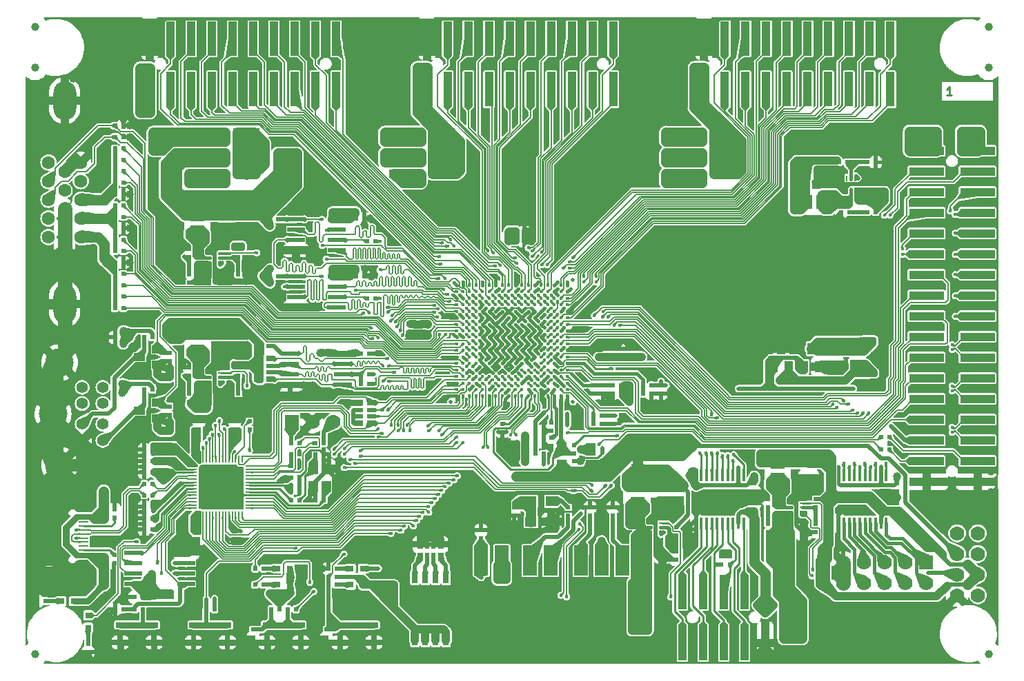
<source format=gbr>
%TF.GenerationSoftware,KiCad,Pcbnew,7.0.9-7.0.9~ubuntu22.04.1*%
%TF.CreationDate,2025-03-17T10:50:23+02:00*%
%TF.ProjectId,GateMateA1-EVB_Rev_C,47617465-4d61-4746-9541-312d4556425f,C*%
%TF.SameCoordinates,PX5f5e100PY7bfa480*%
%TF.FileFunction,Copper,L1,Top*%
%TF.FilePolarity,Positive*%
%FSLAX46Y46*%
G04 Gerber Fmt 4.6, Leading zero omitted, Abs format (unit mm)*
G04 Created by KiCad (PCBNEW 7.0.9-7.0.9~ubuntu22.04.1) date 2025-03-17 10:50:23*
%MOMM*%
%LPD*%
G01*
G04 APERTURE LIST*
%ADD10C,0.254000*%
%TA.AperFunction,NonConductor*%
%ADD11C,0.254000*%
%TD*%
%TA.AperFunction,SMDPad,CuDef*%
%ADD12R,0.500000X0.550000*%
%TD*%
%TA.AperFunction,SMDPad,CuDef*%
%ADD13R,0.550000X0.500000*%
%TD*%
%TA.AperFunction,SMDPad,CuDef*%
%ADD14R,3.302000X1.016000*%
%TD*%
%TA.AperFunction,SMDPad,CuDef*%
%ADD15R,1.800000X0.900000*%
%TD*%
%TA.AperFunction,SMDPad,CuDef*%
%ADD16R,2.200000X1.100000*%
%TD*%
%TA.AperFunction,ComponentPad*%
%ADD17O,2.200000X1.200000*%
%TD*%
%TA.AperFunction,SMDPad,CuDef*%
%ADD18R,2.000000X1.100000*%
%TD*%
%TA.AperFunction,ComponentPad*%
%ADD19O,2.000000X1.300000*%
%TD*%
%TA.AperFunction,SMDPad,CuDef*%
%ADD20R,1.150000X0.300000*%
%TD*%
%TA.AperFunction,SMDPad,CuDef*%
%ADD21R,1.150000X0.250000*%
%TD*%
%TA.AperFunction,SMDPad,CuDef*%
%ADD22R,4.250000X1.000000*%
%TD*%
%TA.AperFunction,SMDPad,CuDef*%
%ADD23R,1.000000X4.250000*%
%TD*%
%TA.AperFunction,ComponentPad*%
%ADD24C,1.778000*%
%TD*%
%TA.AperFunction,SMDPad,CuDef*%
%ADD25R,2.200000X0.600000*%
%TD*%
%TA.AperFunction,SMDPad,CuDef*%
%ADD26R,0.760000X1.270000*%
%TD*%
%TA.AperFunction,SMDPad,CuDef*%
%ADD27R,0.700000X0.250000*%
%TD*%
%TA.AperFunction,SMDPad,CuDef*%
%ADD28R,1.016000X1.016000*%
%TD*%
%TA.AperFunction,SMDPad,CuDef*%
%ADD29C,1.000000*%
%TD*%
%TA.AperFunction,SMDPad,CuDef*%
%ADD30R,1.600200X1.168400*%
%TD*%
%TA.AperFunction,SMDPad,CuDef*%
%ADD31R,0.508000X0.762000*%
%TD*%
%TA.AperFunction,ComponentPad*%
%ADD32R,1.778000X1.778000*%
%TD*%
%TA.AperFunction,SMDPad,CuDef*%
%ADD33R,1.524000X1.270000*%
%TD*%
%TA.AperFunction,SMDPad,CuDef*%
%ADD34R,1.400000X1.000000*%
%TD*%
%TA.AperFunction,SMDPad,CuDef*%
%ADD35R,0.800000X0.800000*%
%TD*%
%TA.AperFunction,ComponentPad*%
%ADD36C,1.410000*%
%TD*%
%TA.AperFunction,ComponentPad*%
%ADD37C,3.500000*%
%TD*%
%TA.AperFunction,ConnectorPad*%
%ADD38C,1.000000*%
%TD*%
%TA.AperFunction,SMDPad,CuDef*%
%ADD39R,1.016000X0.762000*%
%TD*%
%TA.AperFunction,SMDPad,CuDef*%
%ADD40R,1.016000X0.508000*%
%TD*%
%TA.AperFunction,SMDPad,CuDef*%
%ADD41R,1.050000X0.650000*%
%TD*%
%TA.AperFunction,SMDPad,CuDef*%
%ADD42R,1.651000X3.683000*%
%TD*%
%TA.AperFunction,SMDPad,CuDef*%
%ADD43R,1.270000X1.524000*%
%TD*%
%TA.AperFunction,SMDPad,CuDef*%
%ADD44R,0.762000X1.016000*%
%TD*%
%TA.AperFunction,SMDPad,CuDef*%
%ADD45R,0.508000X1.016000*%
%TD*%
%TA.AperFunction,SMDPad,CuDef*%
%ADD46R,0.200000X0.875000*%
%TD*%
%TA.AperFunction,SMDPad,CuDef*%
%ADD47R,0.875000X0.200000*%
%TD*%
%TA.AperFunction,ComponentPad*%
%ADD48C,1.000000*%
%TD*%
%TA.AperFunction,ComponentPad*%
%ADD49C,1.800000*%
%TD*%
%TA.AperFunction,SMDPad,CuDef*%
%ADD50R,3.200000X3.200000*%
%TD*%
%TA.AperFunction,SMDPad,CuDef*%
%ADD51R,0.250000X0.700000*%
%TD*%
%TA.AperFunction,SMDPad,CuDef*%
%ADD52C,0.400000*%
%TD*%
%TA.AperFunction,SMDPad,CuDef*%
%ADD53C,0.500000*%
%TD*%
%TA.AperFunction,SMDPad,CuDef*%
%ADD54R,0.350000X1.400000*%
%TD*%
%TA.AperFunction,SMDPad,CuDef*%
%ADD55R,1.200000X1.400000*%
%TD*%
%TA.AperFunction,ComponentPad*%
%ADD56C,1.600000*%
%TD*%
%TA.AperFunction,ComponentPad*%
%ADD57O,2.800000X4.800000*%
%TD*%
%TA.AperFunction,SMDPad,CuDef*%
%ADD58R,1.000000X1.400000*%
%TD*%
%TA.AperFunction,SMDPad,CuDef*%
%ADD59R,0.900000X1.800000*%
%TD*%
%TA.AperFunction,SMDPad,CuDef*%
%ADD60R,1.400000X1.200000*%
%TD*%
%TA.AperFunction,ViaPad*%
%ADD61C,0.450000*%
%TD*%
%TA.AperFunction,ViaPad*%
%ADD62C,1.000000*%
%TD*%
%TA.AperFunction,Conductor*%
%ADD63C,0.508000*%
%TD*%
%TA.AperFunction,Conductor*%
%ADD64C,0.406400*%
%TD*%
%TA.AperFunction,Conductor*%
%ADD65C,0.254000*%
%TD*%
%TA.AperFunction,Conductor*%
%ADD66C,0.762000*%
%TD*%
%TA.AperFunction,Conductor*%
%ADD67C,1.270000*%
%TD*%
%TA.AperFunction,Conductor*%
%ADD68C,1.016000*%
%TD*%
%TA.AperFunction,Conductor*%
%ADD69C,1.778000*%
%TD*%
%TA.AperFunction,Conductor*%
%ADD70C,2.540000*%
%TD*%
%TA.AperFunction,Conductor*%
%ADD71C,0.203200*%
%TD*%
%TA.AperFunction,Conductor*%
%ADD72C,0.381000*%
%TD*%
%TA.AperFunction,Conductor*%
%ADD73C,1.524000*%
%TD*%
%TA.AperFunction,Conductor*%
%ADD74C,0.127000*%
%TD*%
%TA.AperFunction,Conductor*%
%ADD75C,0.200000*%
%TD*%
%TA.AperFunction,Conductor*%
%ADD76C,0.165100*%
%TD*%
G04 APERTURE END LIST*
D10*
D11*
X113941200Y70137548D02*
X113360628Y70137548D01*
X113650914Y70137548D02*
X113650914Y71153548D01*
X113650914Y71153548D02*
X113554152Y71008405D01*
X113554152Y71008405D02*
X113457390Y70911643D01*
X113457390Y70911643D02*
X113360628Y70863262D01*
D12*
%TO.P,C93,1*%
%TO.N,GND*%
X11292000Y7000000D03*
%TO.P,C93,2*%
%TO.N,/CSn*%
X12308000Y7000000D03*
%TD*%
%TO.P,R2,1*%
%TO.N,+2V5*%
X77100000Y34500000D03*
%TO.P,R2,2*%
%TO.N,Net-(R1-Pad2)*%
X76084000Y34500000D03*
%TD*%
D13*
%TO.P,C98,1*%
%TO.N,+2V5*%
X26200000Y16608000D03*
%TO.P,C98,2*%
%TO.N,GND*%
X26200000Y15592000D03*
%TD*%
D14*
%TO.P,VDD_NA_SEL1,1,1*%
%TO.N,+2V5*%
X22587000Y65540000D03*
%TO.P,VDD_NA_SEL1,2,2*%
%TO.N,VDD_NA*%
X27413000Y65540000D03*
%TO.P,VDD_NA_SEL1,3,3*%
%TO.N,+1V8*%
X22587000Y63000000D03*
%TO.P,VDD_NA_SEL1,4,4*%
%TO.N,VDD_NA*%
X27413000Y63000000D03*
%TO.P,VDD_NA_SEL1,5,5*%
%TO.N,+1V2*%
X22587000Y60460000D03*
%TO.P,VDD_NA_SEL1,6,6*%
%TO.N,VDD_NA*%
X27413000Y60460000D03*
%TD*%
D15*
%TO.P,L4,1,1*%
%TO.N,Net-(U12-SW)*%
X92600000Y23300000D03*
%TO.P,L4,2,2*%
%TO.N,+3V3*%
X92600000Y24700000D03*
%TD*%
D16*
%TO.P,USB-C1,0,SHELL*%
%TO.N,GND*%
X6530000Y11072400D03*
D17*
X6530000Y11680000D03*
X6530000Y20320000D03*
D16*
X6530000Y20927600D03*
D18*
X2350000Y11072400D03*
D19*
X2350000Y11680000D03*
X2350000Y20320000D03*
D18*
X2350000Y20927600D03*
D20*
%TO.P,USB-C1,A1,GND*%
X7432000Y19325000D03*
%TO.P,USB-C1,A4,VBUS*%
%TO.N,+5V_USB*%
X7432000Y18525000D03*
D21*
%TO.P,USB-C1,A5,CC1*%
%TO.N,Net-(USB-C1-CC1)*%
X7432000Y17250000D03*
%TO.P,USB-C1,A6,DP1*%
%TO.N,/USB_D+*%
X7432000Y16250000D03*
%TO.P,USB-C1,A7,DN1*%
%TO.N,/USB_D-*%
X7432000Y15750000D03*
%TO.P,USB-C1,A8,SBU1*%
%TO.N,unconnected-(USB-C1-SBU1-PadA8)*%
X7432000Y14750000D03*
D20*
%TO.P,USB-C1,A9,VBUS*%
%TO.N,+5V_USB*%
X7432000Y13475000D03*
%TO.P,USB-C1,A12,GND*%
%TO.N,GND*%
X7432000Y12675000D03*
%TO.P,USB-C1,B1,GND*%
X7432000Y12925000D03*
%TO.P,USB-C1,B4,VBUS*%
%TO.N,+5V_USB*%
X7432000Y13725000D03*
D21*
%TO.P,USB-C1,B5,CC2*%
%TO.N,Net-(USB-C1-CC2)*%
X7432000Y14250000D03*
%TO.P,USB-C1,B6,DP2*%
%TO.N,/USB_D+*%
X7432000Y15250000D03*
%TO.P,USB-C1,B7,DN2*%
%TO.N,/USB_D-*%
X7432000Y16750000D03*
%TO.P,USB-C1,B8,SBU2*%
%TO.N,unconnected-(USB-C1-SBU2-PadB8)*%
X7432000Y17750000D03*
D20*
%TO.P,USB-C1,B9,VBUS*%
%TO.N,+5V_USB*%
X7432000Y18275000D03*
%TO.P,USB-C1,B12,GND*%
%TO.N,GND*%
X7432000Y19075000D03*
%TD*%
D22*
%TO.P,BANK_MISC1,1,1*%
%TO.N,+2V5*%
X110875000Y63320000D03*
%TO.P,BANK_MISC1,2,2*%
%TO.N,+1V8*%
X117125000Y63320000D03*
%TO.P,BANK_MISC1,3,3*%
%TO.N,/FPGA_SPI_FWD*%
X110875000Y60780000D03*
%TO.P,BANK_MISC1,4,4*%
%TO.N,/WC_B3*%
X117125000Y60780000D03*
%TO.P,BANK_MISC1,5,5*%
%TO.N,/EA_A8*%
X110875000Y58240000D03*
%TO.P,BANK_MISC1,6,6*%
%TO.N,/WC_A3*%
X117125000Y58240000D03*
%TO.P,BANK_MISC1,7,7*%
%TO.N,/EA_B8*%
X110875000Y55700000D03*
%TO.P,BANK_MISC1,8,8*%
%TO.N,/WC_B2*%
X117125000Y55700000D03*
%TO.P,BANK_MISC1,9,9*%
%TO.N,/WB_A8*%
X110875000Y53160000D03*
%TO.P,BANK_MISC1,10,10*%
%TO.N,/WC_A2*%
X117125000Y53160000D03*
%TO.P,BANK_MISC1,11,11*%
%TO.N,/WB_B8*%
X110875000Y50620000D03*
%TO.P,BANK_MISC1,12,12*%
%TO.N,/WC_B1*%
X117125000Y50620000D03*
%TO.P,BANK_MISC1,13,13*%
%TO.N,/SB_B3*%
X110875000Y48080000D03*
%TO.P,BANK_MISC1,14,14*%
%TO.N,/WC_A1*%
X117125000Y48080000D03*
%TO.P,BANK_MISC1,15,15*%
%TO.N,/SB_A3*%
X110875000Y45540000D03*
%TO.P,BANK_MISC1,16,16*%
%TO.N,/WC_B0*%
X117125000Y45540000D03*
%TO.P,BANK_MISC1,17,17*%
%TO.N,/SB_B2*%
X110875000Y43000000D03*
%TO.P,BANK_MISC1,18,18*%
%TO.N,/WC_A0*%
X117125000Y43000000D03*
%TO.P,BANK_MISC1,19,19*%
%TO.N,/SB_A2*%
X110875000Y40460000D03*
%TO.P,BANK_MISC1,20,20*%
%TO.N,/SER_CLK_N*%
X117125000Y40460000D03*
%TO.P,BANK_MISC1,21,21*%
%TO.N,/SB_B1*%
X110875000Y37920000D03*
%TO.P,BANK_MISC1,22,22*%
%TO.N,/SER_CLK_P*%
X117125000Y37920000D03*
%TO.P,BANK_MISC1,23,23*%
%TO.N,/SB_A1*%
X110875000Y35380000D03*
%TO.P,BANK_MISC1,24,24*%
%TO.N,/SER_TX_P*%
X117125000Y35380000D03*
%TO.P,BANK_MISC1,25,25*%
%TO.N,/SB_B0*%
X110875000Y32840000D03*
%TO.P,BANK_MISC1,26,26*%
%TO.N,/SER_TX_N*%
X117125000Y32840000D03*
%TO.P,BANK_MISC1,27,27*%
%TO.N,/SB_A0*%
X110875000Y30300000D03*
%TO.P,BANK_MISC1,28,28*%
%TO.N,/SER_RX_N*%
X117125000Y30300000D03*
%TO.P,BANK_MISC1,29,29*%
%TO.N,/FPGA_RESET_IN*%
X110875000Y27760000D03*
%TO.P,BANK_MISC1,30,30*%
%TO.N,/SER_RX_P*%
X117125000Y27760000D03*
%TO.P,BANK_MISC1,31,31*%
%TO.N,Net-(BANK_MISC1-Pad31)*%
X110875000Y25220000D03*
%TO.P,BANK_MISC1,32,32*%
%TO.N,Net-(BANK_MISC1-Pad32)*%
X117125000Y25220000D03*
%TO.P,BANK_MISC1,33,33*%
%TO.N,GND*%
X110875000Y22680000D03*
%TO.P,BANK_MISC1,34,34*%
X117125000Y22680000D03*
%TD*%
D23*
%TO.P,BANK_NA1,1,1*%
%TO.N,VDD_NA*%
X15570000Y70875000D03*
%TO.P,BANK_NA1,2,2*%
%TO.N,GND*%
X15570000Y77125000D03*
%TO.P,BANK_NA1,3,3*%
%TO.N,/NA_A0*%
X18110000Y70875000D03*
%TO.P,BANK_NA1,4,4*%
%TO.N,/NA_B0*%
X18110000Y77125000D03*
%TO.P,BANK_NA1,5,5*%
%TO.N,/NA_A1*%
X20650000Y70875000D03*
%TO.P,BANK_NA1,6,6*%
%TO.N,/NA_B1*%
X20650000Y77125000D03*
%TO.P,BANK_NA1,7,7*%
%TO.N,/NA_A2*%
X23190000Y70875000D03*
%TO.P,BANK_NA1,8,8*%
%TO.N,/NA_B2*%
X23190000Y77125000D03*
%TO.P,BANK_NA1,9,9*%
%TO.N,/NA_A3*%
X25730000Y70875000D03*
%TO.P,BANK_NA1,10,10*%
%TO.N,/NA_B3*%
X25730000Y77125000D03*
%TO.P,BANK_NA1,11,11*%
%TO.N,/NA_A4*%
X28270000Y70875000D03*
%TO.P,BANK_NA1,12,12*%
%TO.N,/NA_B4*%
X28270000Y77125000D03*
%TO.P,BANK_NA1,13,13*%
%TO.N,/NA_A5*%
X30810000Y70875000D03*
%TO.P,BANK_NA1,14,14*%
%TO.N,/NA_B5*%
X30810000Y77125000D03*
%TO.P,BANK_NA1,15,15*%
%TO.N,/NA_A6*%
X33350000Y70875000D03*
%TO.P,BANK_NA1,16,16*%
%TO.N,/NA_B6*%
X33350000Y77125000D03*
%TO.P,BANK_NA1,17,17*%
%TO.N,/NA_A7*%
X35890000Y70875000D03*
%TO.P,BANK_NA1,18,18*%
%TO.N,/NA_B7*%
X35890000Y77125000D03*
%TO.P,BANK_NA1,19,19*%
%TO.N,/NA_A8*%
X38430000Y70875000D03*
%TO.P,BANK_NA1,20,20*%
%TO.N,/NA_B8*%
X38430000Y77125000D03*
%TD*%
D24*
%TO.P,TRST1,1,Pad*%
%TO.N,/GPIO21\u005CJTAG_TRST*%
X114630000Y11255000D03*
%TD*%
D23*
%TO.P,BANK_EB1,1,1*%
%TO.N,VDD_EB*%
X83570000Y70875000D03*
%TO.P,BANK_EB1,2,2*%
%TO.N,GND*%
X83570000Y77125000D03*
%TO.P,BANK_EB1,3,3*%
%TO.N,/EB_A8*%
X86110000Y70875000D03*
%TO.P,BANK_EB1,4,4*%
%TO.N,/EB_B8*%
X86110000Y77125000D03*
%TO.P,BANK_EB1,5,5*%
%TO.N,/EB_A7*%
X88650000Y70875000D03*
%TO.P,BANK_EB1,6,6*%
%TO.N,/EB_B7*%
X88650000Y77125000D03*
%TO.P,BANK_EB1,7,7*%
%TO.N,/EB_A6*%
X91190000Y70875000D03*
%TO.P,BANK_EB1,8,8*%
%TO.N,/EB_B6*%
X91190000Y77125000D03*
%TO.P,BANK_EB1,9,9*%
%TO.N,/EB_A5*%
X93730000Y70875000D03*
%TO.P,BANK_EB1,10,10*%
%TO.N,/EB_B5*%
X93730000Y77125000D03*
%TO.P,BANK_EB1,11,11*%
%TO.N,/EB_A4*%
X96270000Y70875000D03*
%TO.P,BANK_EB1,12,12*%
%TO.N,/EB_B4*%
X96270000Y77125000D03*
%TO.P,BANK_EB1,13,13*%
%TO.N,/EB_A3*%
X98810000Y70875000D03*
%TO.P,BANK_EB1,14,14*%
%TO.N,/EB_B3*%
X98810000Y77125000D03*
%TO.P,BANK_EB1,15,15*%
%TO.N,/EB_A2*%
X101350000Y70875000D03*
%TO.P,BANK_EB1,16,16*%
%TO.N,/EB_B2*%
X101350000Y77125000D03*
%TO.P,BANK_EB1,17,17*%
%TO.N,/EB_A1*%
X103890000Y70875000D03*
%TO.P,BANK_EB1,18,18*%
%TO.N,/EB_B1*%
X103890000Y77125000D03*
%TO.P,BANK_EB1,19,19*%
%TO.N,/EB_A0*%
X106430000Y70875000D03*
%TO.P,BANK_EB1,20,20*%
%TO.N,/EB_B0*%
X106430000Y77125000D03*
%TD*%
D25*
%TO.P,U8,1,#CS*%
%TO.N,/CSn*%
X20035000Y10095000D03*
%TO.P,U8,2,DO(IO1)*%
%TO.N,/IO1*%
X20035000Y11365000D03*
%TO.P,U8,3,#WP(IO2)*%
%TO.N,/IO2*%
X20035000Y12635000D03*
%TO.P,U8,4,GND*%
%TO.N,GND*%
X20035000Y13905000D03*
%TO.P,U8,5,DI(IO0)*%
%TO.N,/IO0*%
X13565000Y13905000D03*
%TO.P,U8,6,CLK*%
%TO.N,/CLK*%
X13565000Y12635000D03*
%TO.P,U8,7,#HOLD(IO3)*%
%TO.N,/IO3*%
X13565000Y11365000D03*
%TO.P,U8,8,VCC*%
%TO.N,+2V5*%
X13565000Y10095000D03*
%TD*%
D12*
%TO.P,C95,1*%
%TO.N,GND*%
X41908000Y55000000D03*
%TO.P,C95,2*%
%TO.N,+1V8*%
X40892000Y55000000D03*
%TD*%
D26*
%TO.P,CFG_SET1,1,SW1_A*%
%TO.N,+2V5*%
X48095000Y3190000D03*
%TO.P,CFG_SET1,2,SW2_A*%
X49365000Y3190000D03*
%TO.P,CFG_SET1,3,SW3_A*%
X50635000Y3190000D03*
%TO.P,CFG_SET1,4,SW4_A*%
X51905000Y3190000D03*
%TO.P,CFG_SET1,5,SW4_B*%
%TO.N,/CFG_MD0*%
X51905000Y10810000D03*
%TO.P,CFG_SET1,6,SW3_B*%
%TO.N,/CFG_MD1*%
X50635000Y10810000D03*
%TO.P,CFG_SET1,7,SW2_B*%
%TO.N,/CFG_MD2*%
X49365000Y10810000D03*
%TO.P,CFG_SET1,8,SW1_B*%
%TO.N,/CFG_MD3*%
X48095000Y10810000D03*
%TD*%
D12*
%TO.P,C82,1*%
%TO.N,Net-(U1H-POR_ADJ)*%
X62892000Y28900000D03*
%TO.P,C82,2*%
%TO.N,GND*%
X63908000Y28900000D03*
%TD*%
D27*
%TO.P,U12,1,GND*%
%TO.N,GND*%
X94150000Y20000000D03*
%TO.P,U12,2,SW*%
%TO.N,Net-(U12-SW)*%
X94150000Y19500000D03*
%TO.P,U12,3,VIN*%
%TO.N,+5V_USB*%
X94150000Y19000000D03*
%TO.P,U12,4,EN*%
%TO.N,/PG_2V5*%
X95650000Y19000000D03*
%TO.P,U12,5,FB*%
%TO.N,Net-(U12-FB)*%
X95650000Y19500000D03*
%TO.P,U12,6,PG*%
%TO.N,/PG_3V3*%
X95650000Y20000000D03*
%TD*%
D12*
%TO.P,R8,1*%
%TO.N,/FPGA_RESET_IN*%
X37492000Y11000000D03*
%TO.P,R8,2*%
%TO.N,+2V5*%
X38508000Y11000000D03*
%TD*%
D25*
%TO.P,U9,1,#CS*%
%TO.N,/PSRAM_CS#*%
X33500000Y54905000D03*
%TO.P,U9,2,SO/SIO[1]*%
%TO.N,/PSRAM_DATA5*%
X33500000Y53635000D03*
%TO.P,U9,3,SIO[2]*%
%TO.N,/PSRAM_DATA6*%
X33500000Y52365000D03*
%TO.P,U9,4,GND*%
%TO.N,GND*%
X33500000Y51095000D03*
%TO.P,U9,5,SI/SIO[0]*%
%TO.N,/PSRAM_DATA4*%
X38500000Y51095000D03*
%TO.P,U9,6,SCLK*%
%TO.N,Net-(U9-SCLK)*%
X38500000Y52365000D03*
%TO.P,U9,7,SIO[3]*%
%TO.N,/PSRAM_DATA7*%
X38500000Y53635000D03*
%TO.P,U9,8,VCC*%
%TO.N,+1V8*%
X38500000Y54905000D03*
%TD*%
D12*
%TO.P,R35,1*%
%TO.N,Net-(TVS3-IO2)*%
X11292000Y44000000D03*
%TO.P,R35,2*%
%TO.N,/VGA_Red_0*%
X12308000Y44000000D03*
%TD*%
%TO.P,R72,1*%
%TO.N,Net-(U14-FB)*%
X103600000Y61900000D03*
%TO.P,R72,2*%
%TO.N,GND*%
X104616000Y61900000D03*
%TD*%
D24*
%TO.P,+1V8,1,Pad*%
%TO.N,+1V8*%
X117170000Y16335000D03*
%TD*%
D13*
%TO.P,R19,1*%
%TO.N,+3V3*%
X101750000Y37392000D03*
%TO.P,R19,2*%
%TO.N,Net-(D1-A)*%
X101750000Y38408000D03*
%TD*%
%TO.P,R26,1*%
%TO.N,+3V3*%
X86800000Y13508000D03*
%TO.P,R26,2*%
%TO.N,/UEXT_SCL*%
X86800000Y12492000D03*
%TD*%
%TO.P,C92,1*%
%TO.N,GND*%
X60300001Y18492000D03*
%TO.P,C92,2*%
%TO.N,+2V5*%
X60300001Y19508000D03*
%TD*%
D12*
%TO.P,R1,1*%
%TO.N,GND*%
X77100000Y33500000D03*
%TO.P,R1,2*%
%TO.N,Net-(R1-Pad2)*%
X76084000Y33500000D03*
%TD*%
%TO.P,C107,1*%
%TO.N,/+1V1*%
X15908000Y23800000D03*
%TO.P,C107,2*%
%TO.N,GND*%
X14892000Y23800000D03*
%TD*%
D13*
%TO.P,C117,1*%
%TO.N,/PG_2V5*%
X91400000Y19492000D03*
%TO.P,C117,2*%
%TO.N,GND*%
X91400000Y20508000D03*
%TD*%
D12*
%TO.P,R3,1*%
%TO.N,+2V5*%
X71008000Y30800000D03*
%TO.P,R3,2*%
%TO.N,Net-(R3-Pad2)*%
X69992000Y30800000D03*
%TD*%
D13*
%TO.P,R24,1*%
%TO.N,+2V5*%
X18000000Y37492001D03*
%TO.P,R24,2*%
%TO.N,/PS2_DATA*%
X18000000Y38508001D03*
%TD*%
D28*
%TO.P,C83,1*%
%TO.N,Net-(D1-A)*%
X99750000Y38788999D03*
%TO.P,C83,2*%
%TO.N,GND*%
X99750000Y37010999D03*
%TD*%
D12*
%TO.P,R56,1*%
%TO.N,/USB_D+*%
X14892000Y21000000D03*
%TO.P,R56,2*%
%TO.N,/D+*%
X15908000Y21000000D03*
%TD*%
D13*
%TO.P,C40,1*%
%TO.N,GND*%
X70000000Y33492000D03*
%TO.P,C40,2*%
%TO.N,/VDD_PLL*%
X70000000Y34508000D03*
%TD*%
D28*
%TO.P,C118,1*%
%TO.N,+5V_USB*%
X22600000Y47300000D03*
%TO.P,C118,2*%
%TO.N,GND*%
X24378000Y47300000D03*
%TD*%
D29*
%TO.P,FID4,Fid1,FID\u002A*%
%TO.N,unconnected-(FID4-FID\u002A-PadFid1)*%
X118500000Y1500000D03*
%TD*%
D30*
%TO.P,VDD_CORE_E1,1,1*%
%TO.N,VDD_CORE*%
X75400000Y24238000D03*
X75400000Y24238000D03*
D31*
X75400000Y24746000D03*
%TO.P,VDD_CORE_E1,2,2*%
X75400000Y25254000D03*
D30*
X75400000Y25762000D03*
%TD*%
D13*
%TO.P,R63,1*%
%TO.N,/PG_2V5*%
X91400000Y17508000D03*
%TO.P,R63,2*%
%TO.N,+5V_USB*%
X91400000Y16492000D03*
%TD*%
D12*
%TO.P,R29,1*%
%TO.N,+5V_USB*%
X15908000Y34000000D03*
%TO.P,R29,2*%
%TO.N,Net-(FET2-D)*%
X14892000Y34000000D03*
%TD*%
D13*
%TO.P,R27,1*%
%TO.N,+3V3*%
X85700000Y13508000D03*
%TO.P,R27,2*%
%TO.N,/UEXT_SDA*%
X85700000Y12492000D03*
%TD*%
%TO.P,R67,1*%
%TO.N,Net-(U13-FB)*%
X26400000Y50292000D03*
%TO.P,R67,2*%
%TO.N,+1V8*%
X26400000Y51308000D03*
%TD*%
D12*
%TO.P,C88,1*%
%TO.N,+5V_USB*%
X12308000Y40400000D03*
%TO.P,C88,2*%
%TO.N,GND*%
X11292000Y40400000D03*
%TD*%
D13*
%TO.P,C63,1*%
%TO.N,GND*%
X71500000Y39008000D03*
%TO.P,C63,2*%
%TO.N,VDD_CORE*%
X71500000Y37992000D03*
%TD*%
D12*
%TO.P,R76,1*%
%TO.N,Net-(PWR_LED1-K)*%
X2758000Y8000000D03*
%TO.P,R76,2*%
%TO.N,GND*%
X1742000Y8000000D03*
%TD*%
%TO.P,R7,1*%
%TO.N,Net-(FPGA_RST_LED1-K)*%
X38508000Y10000000D03*
%TO.P,R7,2*%
%TO.N,/FPGA_RESET_IN*%
X37492000Y10000000D03*
%TD*%
D32*
%TO.P,Pmod1,1,1*%
%TO.N,Net-(U6-B1)*%
X110850000Y12770000D03*
D24*
%TO.P,Pmod1,2,2*%
%TO.N,Net-(U6-B3)*%
X108310000Y12770000D03*
%TO.P,Pmod1,3,3*%
%TO.N,Net-(U6-B5)*%
X105770000Y12770000D03*
%TO.P,Pmod1,4,4*%
%TO.N,Net-(U6-B7)*%
X103230000Y12770000D03*
%TO.P,Pmod1,5,5*%
%TO.N,GND*%
X100690000Y12770000D03*
%TO.P,Pmod1,6,6*%
%TO.N,+3V3*%
X98150000Y12770000D03*
%TO.P,Pmod1,7,7*%
%TO.N,Net-(U6-B2)*%
X110850000Y10230000D03*
%TO.P,Pmod1,8,8*%
%TO.N,Net-(U6-B4)*%
X108310000Y10230000D03*
%TO.P,Pmod1,9,9*%
%TO.N,Net-(U6-B6)*%
X105770000Y10230000D03*
%TO.P,Pmod1,10,10*%
%TO.N,Net-(U6-B8)*%
X103230000Y10230000D03*
%TO.P,Pmod1,11,11*%
%TO.N,GND*%
X100690000Y10230000D03*
%TO.P,Pmod1,12,12*%
%TO.N,+3V3*%
X98150000Y10230000D03*
%TD*%
D33*
%TO.P,C125,1*%
%TO.N,VDD_CORE*%
X79100000Y22116000D03*
%TO.P,C125,2*%
%TO.N,GND*%
X79100000Y20084000D03*
%TD*%
D12*
%TO.P,R15,1*%
%TO.N,/FPGA_SPI_CLK*%
X41492000Y35900000D03*
%TO.P,R15,2*%
%TO.N,+2V5*%
X42508000Y35900000D03*
%TD*%
D34*
%TO.P,D1,1,K*%
%TO.N,+3V3*%
X103750000Y35999999D03*
%TO.P,D1,2,A*%
%TO.N,Net-(D1-A)*%
X103750000Y39799999D03*
%TD*%
D13*
%TO.P,C89,1*%
%TO.N,Net-(C89-Pad1)*%
X28250000Y4508000D03*
%TO.P,C89,2*%
%TO.N,GND*%
X28250000Y3492000D03*
%TD*%
%TO.P,C85,1*%
%TO.N,GND*%
X37250000Y3492000D03*
%TO.P,C85,2*%
%TO.N,/FPGA_RESET_IN*%
X37250000Y4508000D03*
%TD*%
%TO.P,C126,1*%
%TO.N,GND*%
X80800000Y20592000D03*
%TO.P,C126,2*%
%TO.N,VDD_CORE*%
X80800000Y21608000D03*
%TD*%
D12*
%TO.P,R25,1*%
%TO.N,Net-(FPGA_LED1-K)*%
X29508000Y10000000D03*
%TO.P,R25,2*%
%TO.N,/FPGA_LED*%
X28492000Y10000000D03*
%TD*%
%TO.P,R38,1*%
%TO.N,Net-(TVS2-IO2)*%
X11292000Y55200000D03*
%TO.P,R38,2*%
%TO.N,/VGA_Green_2*%
X12308000Y55200000D03*
%TD*%
%TO.P,TVS1,1,IO1*%
%TO.N,GND*%
X12308000Y58000000D03*
%TO.P,TVS1,2,IO2*%
%TO.N,Net-(TVS1-IO2)*%
X11292000Y58000000D03*
%TD*%
D35*
%TO.P,PWR_LED1,1,K*%
%TO.N,Net-(PWR_LED1-K)*%
X4738000Y8000000D03*
%TO.P,PWR_LED1,2,A*%
%TO.N,+5V_USB*%
X6262000Y8000000D03*
%TD*%
D13*
%TO.P,R65,1*%
%TO.N,Net-(U12-FB)*%
X97300000Y17508000D03*
%TO.P,R65,2*%
%TO.N,GND*%
X97300000Y16492000D03*
%TD*%
%TO.P,C12,1*%
%TO.N,+2V5*%
X78300000Y34508000D03*
%TO.P,C12,2*%
%TO.N,GND*%
X78300000Y33492000D03*
%TD*%
D29*
%TO.P,FID5,Fid1,FID\u002A*%
%TO.N,unconnected-(FID5-FID\u002A-PadFid1)*%
X118500000Y73500000D03*
%TD*%
D36*
%TO.P,PS2_KBD1,1,1*%
%TO.N,Net-(FET1-D)*%
X7270000Y29730000D03*
%TO.P,PS2_KBD1,2,2*%
%TO.N,unconnected-(PS2_KBD1-Pad2)*%
X7270000Y32270000D03*
%TO.P,PS2_KBD1,3,3*%
%TO.N,GND*%
X7270000Y27740000D03*
%TO.P,PS2_KBD1,4,4*%
%TO.N,+5V_USB*%
X7270000Y34260000D03*
%TO.P,PS2_KBD1,5,5*%
%TO.N,Net-(FET2-D)*%
X9810000Y27740000D03*
%TO.P,PS2_KBD1,6,6*%
%TO.N,unconnected-(PS2_KBD1-Pad6)*%
X9810000Y34260000D03*
%TO.P,PS2_KBD1,7,NC1*%
%TO.N,unconnected-(PS2_KBD1-NC1-Pad7)*%
X9810000Y32270000D03*
%TO.P,PS2_KBD1,8,NC2*%
%TO.N,unconnected-(PS2_KBD1-NC2-Pad8)*%
X9810000Y29730000D03*
D37*
%TO.P,PS2_KBD1,9,SHIELD1*%
%TO.N,GND*%
X4500000Y37300000D03*
X3700000Y31000000D03*
X4500000Y24700000D03*
%TD*%
D12*
%TO.P,C109,1*%
%TO.N,/+1V1*%
X15908000Y16800000D03*
%TO.P,C109,2*%
%TO.N,GND*%
X14892000Y16800000D03*
%TD*%
D25*
%TO.P,U7,1,#CS*%
%TO.N,/PSRAM_CS#*%
X33500000Y47905000D03*
%TO.P,U7,2,SO/SIO[1]*%
%TO.N,/PSRAM_DATA1*%
X33500000Y46635000D03*
%TO.P,U7,3,SIO[2]*%
%TO.N,/PSRAM_DATA2*%
X33500000Y45365000D03*
%TO.P,U7,4,GND*%
%TO.N,GND*%
X33500000Y44095000D03*
%TO.P,U7,5,SI/SIO[0]*%
%TO.N,/PSRAM_DATA0*%
X38500000Y44095000D03*
%TO.P,U7,6,SCLK*%
%TO.N,Net-(U7-SCLK)*%
X38500000Y45365000D03*
%TO.P,U7,7,SIO[3]*%
%TO.N,/PSRAM_DATA3*%
X38500000Y46635000D03*
%TO.P,U7,8,VCC*%
%TO.N,+1V8*%
X38500000Y47905000D03*
%TD*%
D12*
%TO.P,C111,1*%
%TO.N,Net-(U10-XIN)*%
X36908000Y20400000D03*
%TO.P,C111,2*%
%TO.N,GND*%
X35892000Y20400000D03*
%TD*%
D28*
%TO.P,C124,1*%
%TO.N,+5V_USB*%
X76711000Y13600000D03*
%TO.P,C124,2*%
%TO.N,GND*%
X78489000Y13600000D03*
%TD*%
D12*
%TO.P,R34,1*%
%TO.N,Net-(TVS3-IO2)*%
X11292000Y45400000D03*
%TO.P,R34,2*%
%TO.N,/VGA_Red_1*%
X12308000Y45400000D03*
%TD*%
D29*
%TO.P,FID6,Fid1,FID\u002A*%
%TO.N,unconnected-(FID6-FID\u002A-PadFid1)*%
X1500000Y73500000D03*
%TD*%
D12*
%TO.P,C110,1*%
%TO.N,Net-(C110-Pad1)*%
X35892000Y26000000D03*
%TO.P,C110,2*%
%TO.N,GND*%
X36908000Y26000000D03*
%TD*%
%TO.P,TVS2,1,IO1*%
%TO.N,GND*%
X12308001Y53800000D03*
%TO.P,TVS2,2,IO2*%
%TO.N,Net-(TVS2-IO2)*%
X11292001Y53800000D03*
%TD*%
%TO.P,R43,1*%
%TO.N,Net-(TVS1-IO2)*%
X11292001Y62200000D03*
%TO.P,R43,2*%
%TO.N,/VGA_Blue_1*%
X12308001Y62200000D03*
%TD*%
D35*
%TO.P,FPGA_LED1,1,K*%
%TO.N,Net-(FPGA_LED1-K)*%
X31238000Y10000000D03*
%TO.P,FPGA_LED1,2,A*%
%TO.N,+2V5*%
X32762000Y10000000D03*
%TD*%
D13*
%TO.P,C91,1*%
%TO.N,+2V5*%
X107250000Y22508000D03*
%TO.P,C91,2*%
%TO.N,GND*%
X107250000Y21492000D03*
%TD*%
D33*
%TO.P,C115,1*%
%TO.N,+3V3*%
X96400000Y25016000D03*
%TO.P,C115,2*%
%TO.N,GND*%
X96400000Y22984000D03*
%TD*%
D13*
%TO.P,R10,1*%
%TO.N,GND*%
X64800000Y27092000D03*
%TO.P,R10,2*%
%TO.N,Net-(R10-Pad2)*%
X64800000Y28108000D03*
%TD*%
D38*
%TO.P,FID2,Fid1,FID\u002A*%
%TO.N,unconnected-(FID2-FID\u002A-PadFid1)*%
X1500000Y78500000D03*
%TD*%
D12*
%TO.P,R12,1*%
%TO.N,Net-(U1H-POR_ADJ)*%
X62892000Y27500000D03*
%TO.P,R12,2*%
%TO.N,GND*%
X63908000Y27500000D03*
%TD*%
D13*
%TO.P,C4,1*%
%TO.N,+2V5*%
X72200000Y30808000D03*
%TO.P,C4,2*%
%TO.N,GND*%
X72200000Y29792000D03*
%TD*%
D12*
%TO.P,R11,1*%
%TO.N,Net-(U1H-POR_ADJ)*%
X62892000Y26100000D03*
%TO.P,R11,2*%
%TO.N,+2V5*%
X63908000Y26100000D03*
%TD*%
%TO.P,R48,1*%
%TO.N,/RP2040_SWDIO*%
X35892000Y27393800D03*
%TO.P,R48,2*%
%TO.N,Net-(R48-Pad2)*%
X36908000Y27393800D03*
%TD*%
%TO.P,R17,1*%
%TO.N,Net-(CFG_FAILED_LED1-K)*%
X29508000Y12000000D03*
%TO.P,R17,2*%
%TO.N,/{slash}CFG_FAILED*%
X28492000Y12000000D03*
%TD*%
D28*
%TO.P,C114,1*%
%TO.N,+5V_USB*%
X94011000Y16500000D03*
%TO.P,C114,2*%
%TO.N,GND*%
X95789000Y16500000D03*
%TD*%
D13*
%TO.P,C122,1*%
%TO.N,/PG_3V3*%
X20400000Y50292000D03*
%TO.P,C122,2*%
%TO.N,GND*%
X20400000Y51308000D03*
%TD*%
D12*
%TO.P,R40,1*%
%TO.N,Net-(TVS2-IO2)*%
X11292000Y51000000D03*
%TO.P,R40,2*%
%TO.N,/VGA_Green_0*%
X12308000Y51000000D03*
%TD*%
D23*
%TO.P,UEXT1,1,1*%
%TO.N,+3V3*%
X91080000Y9125000D03*
%TO.P,UEXT1,2,2*%
%TO.N,GND*%
X91080000Y2875000D03*
%TO.P,UEXT1,3,3*%
%TO.N,/UEXT_TXD*%
X88540000Y9125000D03*
%TO.P,UEXT1,4,4*%
%TO.N,/UEXT_RXD*%
X88540000Y2875000D03*
%TO.P,UEXT1,5,5*%
%TO.N,/UEXT_SCL*%
X86000000Y9125000D03*
%TO.P,UEXT1,6,6*%
%TO.N,/UEXT_SDA*%
X86000000Y2875000D03*
%TO.P,UEXT1,7,7*%
%TO.N,/UEXT_MISO*%
X83460000Y9125000D03*
%TO.P,UEXT1,8,8*%
%TO.N,/UEXT_MOSI*%
X83460000Y2875000D03*
%TO.P,UEXT1,9,9*%
%TO.N,/UEXT_SCK*%
X80920000Y9125000D03*
%TO.P,UEXT1,10,10*%
%TO.N,/UEXT_CS#*%
X80920000Y2875000D03*
%TD*%
D13*
%TO.P,R73,1*%
%TO.N,Net-(U15-FB)*%
X80150000Y16092000D03*
%TO.P,R73,2*%
%TO.N,VDD_CORE*%
X80150000Y17108000D03*
%TD*%
D12*
%TO.P,C59,1*%
%TO.N,GND*%
X61508000Y52200000D03*
%TO.P,C59,2*%
%TO.N,VDD_CORE*%
X60492000Y52200000D03*
%TD*%
D13*
%TO.P,C97,1*%
%TO.N,+2V5*%
X21500000Y16608000D03*
%TO.P,C97,2*%
%TO.N,GND*%
X21500000Y15592000D03*
%TD*%
D12*
%TO.P,R44,1*%
%TO.N,Net-(TVS1-IO2)*%
X11292000Y63600000D03*
%TO.P,R44,2*%
%TO.N,/VGA_Blue_0*%
X12308000Y63600000D03*
%TD*%
D39*
%TO.P,RM1,1.1*%
%TO.N,/GPIO19\u005CJTAG_TMS*%
X42762000Y29830000D03*
%TO.P,RM1,1.2*%
%TO.N,+2V5*%
X41238000Y29830000D03*
D40*
%TO.P,RM1,2.1*%
%TO.N,/GPIO17\u005CJTAG_TDO*%
X42762000Y30719000D03*
%TO.P,RM1,2.2*%
%TO.N,+2V5*%
X41238000Y30719000D03*
%TO.P,RM1,3.1*%
%TO.N,/GPIO16\u005CJTAG_TDI*%
X42762000Y31481000D03*
%TO.P,RM1,3.2*%
%TO.N,+2V5*%
X41238000Y31481000D03*
D39*
%TO.P,RM1,4.1*%
%TO.N,/GPIO18\u005CJTAG_TCK*%
X42762000Y32370000D03*
%TO.P,RM1,4.2*%
%TO.N,GND*%
X41238000Y32370000D03*
%TD*%
D15*
%TO.P,L5,1,1*%
%TO.N,Net-(U13-SW)*%
X21400000Y53700000D03*
%TO.P,L5,2,2*%
%TO.N,+1V8*%
X21400000Y55100000D03*
%TD*%
D41*
%TO.P,FPGA_RST1,1*%
%TO.N,/FPGA_RESET_IN*%
X38925000Y5075000D03*
X43075000Y5075000D03*
%TO.P,FPGA_RST1,2*%
%TO.N,GND*%
X38925000Y2925000D03*
X43075000Y2925000D03*
%TD*%
D12*
%TO.P,R51,1*%
%TO.N,Net-(BANK_MISC1-Pad32)*%
X106308000Y28200000D03*
%TO.P,R51,2*%
%TO.N,/CLK3*%
X105292000Y28200000D03*
%TD*%
D42*
%TO.P,CLK0_EN1,1,1*%
%TO.N,/CLK0*%
X64770000Y13000000D03*
%TO.P,CLK0_EN1,2,2*%
%TO.N,Net-(CLK0_EN1-Pad2)*%
X62230000Y13000000D03*
%TD*%
D13*
%TO.P,R22,1*%
%TO.N,Net-(U1A-SER_RTERM)*%
X58800000Y29808000D03*
%TO.P,R22,2*%
%TO.N,GND*%
X58800000Y28792000D03*
%TD*%
D41*
%TO.P,FPGA_BUT1,1*%
%TO.N,Net-(C89-Pad1)*%
X29925000Y5075000D03*
X34075000Y5075000D03*
%TO.P,FPGA_BUT1,2*%
%TO.N,GND*%
X29925000Y2925000D03*
X34075000Y2925000D03*
%TD*%
D39*
%TO.P,RM3,1.1*%
%TO.N,/FPGA_SPI_D0*%
X30362000Y35230000D03*
%TO.P,RM3,1.2*%
%TO.N,+2V5*%
X28838000Y35230000D03*
D40*
%TO.P,RM3,2.1*%
%TO.N,/FPGA_SPI_D2*%
X30362000Y36119000D03*
%TO.P,RM3,2.2*%
%TO.N,+2V5*%
X28838000Y36119000D03*
%TO.P,RM3,3.1*%
%TO.N,/FPGA_SPI_D1*%
X30362000Y36881000D03*
%TO.P,RM3,3.2*%
%TO.N,+2V5*%
X28838000Y36881000D03*
D39*
%TO.P,RM3,4.1*%
%TO.N,/FPGA_SPI_D3*%
X30362000Y37770000D03*
%TO.P,RM3,4.2*%
%TO.N,+2V5*%
X28838000Y37770000D03*
%TD*%
D13*
%TO.P,C39,1*%
%TO.N,GND*%
X71200000Y33492000D03*
%TO.P,C39,2*%
%TO.N,/VDD_PLL*%
X71200000Y34508000D03*
%TD*%
D43*
%TO.P,C121,1*%
%TO.N,+1V2*%
X96084000Y60600000D03*
%TO.P,C121,2*%
%TO.N,GND*%
X98116000Y60600000D03*
%TD*%
D13*
%TO.P,C86,1*%
%TO.N,+3V3*%
X89750000Y18992000D03*
%TO.P,C86,2*%
%TO.N,GND*%
X89750000Y20008000D03*
%TD*%
%TO.P,R79,1*%
%TO.N,Net-(R79-Pad1)*%
X69600000Y18492000D03*
%TO.P,R79,2*%
%TO.N,GND*%
X69600000Y19508000D03*
%TD*%
%TO.P,R21,1*%
%TO.N,GND*%
X56200000Y16708000D03*
%TO.P,R21,2*%
%TO.N,/POR_EN*%
X56200000Y15692000D03*
%TD*%
%TO.P,R60,1*%
%TO.N,Net-(U11-FB)*%
X26400000Y35692000D03*
%TO.P,R60,2*%
%TO.N,+2V5*%
X26400000Y36708000D03*
%TD*%
D12*
%TO.P,R16,1*%
%TO.N,/FPGA_SPI_CLK*%
X41492000Y34700000D03*
%TO.P,R16,2*%
%TO.N,GND*%
X42508000Y34700000D03*
%TD*%
%TO.P,C96,1*%
%TO.N,/RP2040_RST#*%
X32892000Y24600000D03*
%TO.P,C96,2*%
%TO.N,GND*%
X33908000Y24600000D03*
%TD*%
D43*
%TO.P,L2,1,1*%
%TO.N,VDD_CORE*%
X66100000Y24584000D03*
%TO.P,L2,2,2*%
%TO.N,/VDD_SER*%
X66100000Y26616000D03*
%TD*%
D24*
%TO.P,VDD_CORE1,1,Pad*%
%TO.N,VDD_CORE*%
X114630000Y13795000D03*
%TD*%
D44*
%TO.P,RM2,1.1*%
%TO.N,/CFG_MD3*%
X48730000Y13428000D03*
%TO.P,RM2,1.2*%
%TO.N,GND*%
X48730000Y14952000D03*
D45*
%TO.P,RM2,2.1*%
%TO.N,/CFG_MD2*%
X49619000Y13428000D03*
%TO.P,RM2,2.2*%
%TO.N,GND*%
X49619000Y14952000D03*
%TO.P,RM2,3.1*%
%TO.N,/CFG_MD1*%
X50381000Y13428000D03*
%TO.P,RM2,3.2*%
%TO.N,GND*%
X50381000Y14952000D03*
D44*
%TO.P,RM2,4.1*%
%TO.N,/CFG_MD0*%
X51270000Y13428000D03*
%TO.P,RM2,4.2*%
%TO.N,GND*%
X51270000Y14952000D03*
%TD*%
D25*
%TO.P,U3,1,#CS*%
%TO.N,/FPGA_SPI_CSN*%
X32765000Y38405000D03*
%TO.P,U3,2,DO(IO1)*%
%TO.N,/FPGA_SPI_D1*%
X32765000Y37135000D03*
%TO.P,U3,3,#WP(IO2)*%
%TO.N,/FPGA_SPI_D2*%
X32765000Y35865000D03*
%TO.P,U3,4,GND*%
%TO.N,GND*%
X32765000Y34595000D03*
%TO.P,U3,5,DI(IO0)*%
%TO.N,/FPGA_SPI_D0*%
X39235000Y34595000D03*
%TO.P,U3,6,CLK*%
%TO.N,/FPGA_SPI_CLK*%
X39235000Y35865000D03*
%TO.P,U3,7,#HOLD(IO3)*%
%TO.N,/FPGA_SPI_D3*%
X39235000Y37135000D03*
%TO.P,U3,8,VCC*%
%TO.N,+2V5*%
X39235000Y38405000D03*
%TD*%
D13*
%TO.P,C116,1*%
%TO.N,/PG_VCore*%
X20400000Y35692000D03*
%TO.P,C116,2*%
%TO.N,GND*%
X20400000Y36708000D03*
%TD*%
D15*
%TO.P,L3,1,1*%
%TO.N,Net-(U11-SW)*%
X21400000Y39100000D03*
%TO.P,L3,2,2*%
%TO.N,+2V5*%
X21400000Y40500000D03*
%TD*%
D12*
%TO.P,R32,1*%
%TO.N,Net-(TVS3-IO2)*%
X11292000Y48200000D03*
%TO.P,R32,2*%
%TO.N,/VGA_Red_3*%
X12308000Y48200000D03*
%TD*%
%TO.P,R50,1*%
%TO.N,/CLK0*%
X105292000Y26600000D03*
%TO.P,R50,2*%
%TO.N,Net-(BANK_MISC1-Pad31)*%
X106308000Y26600000D03*
%TD*%
%TO.P,R41,1*%
%TO.N,Net-(TVS1-IO2)*%
X11292001Y59400000D03*
%TO.P,R41,2*%
%TO.N,/VGA_Blue_3*%
X12308001Y59400000D03*
%TD*%
D24*
%TO.P,GND1,1,Pad*%
%TO.N,GND*%
X114630000Y8715000D03*
%TD*%
D12*
%TO.P,C99,1*%
%TO.N,+2V5*%
X32892000Y21800000D03*
%TO.P,C99,2*%
%TO.N,GND*%
X33908000Y21800000D03*
%TD*%
D46*
%TO.P,U10,1,IOVDD*%
%TO.N,+2V5*%
X21700000Y18568700D03*
%TO.P,U10,2,GPIO0/SPI0_RX/UART0_TX/I2C0_SDA/PWM0_A/USB_OVCUR_DET*%
%TO.N,/GPIO0*%
X22100000Y18568700D03*
%TO.P,U10,3,GPIO1/SPI0_CSn/UART0_RX/I2C0_SCL/PWM0_B/USB_VBUS_DET*%
%TO.N,/GPIO1*%
X22500000Y18568700D03*
%TO.P,U10,4,GPIO2/SPI0_SCK/UART0_CTS/I2C1_SDA/PWM1_A/USB_VBUS_EN*%
%TO.N,/GPIO2*%
X22900000Y18568700D03*
%TO.P,U10,5,GPIO3/SPI0_TX/UART0_RTS/I2C1_SCL/PWM1_B/USB_OVCUR_DET*%
%TO.N,/GPIO3*%
X23300000Y18568700D03*
%TO.P,U10,6,GPIO4/SPI0_RX/UART1_TX/I2C0_SDA/PWM2_A/USB_VBUS_DET*%
%TO.N,/GPIO4*%
X23700000Y18568700D03*
%TO.P,U10,7,GPIO5/SPI0_CSn/UART1_RX/I2C0_SCL/PWM2_B/USB_VBUS_EN*%
%TO.N,/GPIO5*%
X24100000Y18568700D03*
%TO.P,U10,8,GPIO6/SPI0_SCK/UART1_CTS/I2C1_SDA/PWM3_A/USB_OVCUR_DET*%
%TO.N,/GPIO6*%
X24500000Y18568700D03*
%TO.P,U10,9,GPIO7/SPI0_TX/UART1_RTS/I2C1_SCL/PWM3_B/USB_VBUS_DET*%
%TO.N,/GPIO7*%
X24900000Y18568700D03*
%TO.P,U10,10,IOVDD*%
%TO.N,+2V5*%
X25300000Y18568700D03*
%TO.P,U10,11,GPIO8/SPI1_RX/UART1_TX/I2C0_SDA/PWM4_A/USB_VBUS_EN*%
%TO.N,/GPIO8*%
X25700000Y18568700D03*
%TO.P,U10,12,GPIO9/SPI1_CSn/UART1_RX/I2C0_SCL/PWM4_B/USB_OVCUR_DET*%
%TO.N,/GPIO9*%
X26100000Y18568700D03*
%TO.P,U10,13,GPIO10/SPI1_SCK/UART1_CTS/I2C1_SDA/PWM5_A/USB_VBUS_DET*%
%TO.N,/GPIO10*%
X26500000Y18568700D03*
%TO.P,U10,14,GPIO11/SPI1_TX/UART1_RTS/I2C1_SCL/PWM5_B/USB_VBUS_EN*%
%TO.N,/GPIO11*%
X26900000Y18568700D03*
D47*
%TO.P,U10,15,GPIO12/SPI1_RX/UART0_TX/I2C0_SDA/PWM6_A/USB_OVCUR_DET*%
%TO.N,/GPIO12\u005CDBG-UART_TX*%
X27737500Y19406200D03*
%TO.P,U10,16,GPIO13/SPI1_CSn/UART0_RX/I2C0_SCL/PWM6_B/USB_VBUS_DET*%
%TO.N,/GPIO13\u005CDBG-UART_RX*%
X27737500Y19806200D03*
%TO.P,U10,17,GPIO14/SPI1_SCK/UART0_CTS/I2C1_SDA/PWM7_A/USB_VBUS_EN*%
%TO.N,/GPIO14*%
X27737500Y20206200D03*
%TO.P,U10,18,GPIO15/SPI1_TX/UART0_RTS/I2C1_SCL/PWM7_B/USB_OVCUR_DET*%
%TO.N,/GPIO15*%
X27737500Y20606200D03*
%TO.P,U10,19,TESTEN(GND)*%
%TO.N,GND*%
X27737500Y21006200D03*
%TO.P,U10,20,XIN*%
%TO.N,Net-(U10-XIN)*%
X27737500Y21406200D03*
%TO.P,U10,21,XOUT*%
%TO.N,Net-(U10-XOUT)*%
X27737500Y21806200D03*
%TO.P,U10,22,IOVDD*%
%TO.N,+2V5*%
X27737500Y22206200D03*
%TO.P,U10,23,DVDD*%
%TO.N,/+1V1*%
X27737500Y22606200D03*
%TO.P,U10,24,SWCLK*%
%TO.N,/RP2040_SWCLK*%
X27737500Y23006200D03*
%TO.P,U10,25,SWDIO*%
%TO.N,/RP2040_SWDIO*%
X27737500Y23406200D03*
%TO.P,U10,26,RUN(RESET#)*%
%TO.N,/RP2040_RST#*%
X27737500Y23806200D03*
%TO.P,U10,27,GPIO16/SPI0_RX/UART0_TX/I2C0_SDA/PWM0_A/USB_VBUS_DET*%
%TO.N,/GPIO16\u005CJTAG_TDI*%
X27737500Y24206200D03*
%TO.P,U10,28,GPIO17/SPI0_CSn/UART0_RX/I2C0_SCL/PWM0_B/USB_VBUS_EN*%
%TO.N,/GPIO17\u005CJTAG_TDO*%
X27737500Y24606200D03*
D46*
%TO.P,U10,29,GPIO18/SPI0_SCK/UART0_CTS/I2C1_SDA/PWM1_A/USB_OVCUR_DET*%
%TO.N,/GPIO18\u005CJTAG_TCK*%
X26900000Y25443700D03*
%TO.P,U10,30,GPIO19/SPI0_TX/UART0_RTS/I2C1_SCL/PWM1_B/USB_VBUS_DET*%
%TO.N,/GPIO19\u005CJTAG_TMS*%
X26500000Y25443700D03*
%TO.P,U10,31,GPIO20/SPI0_RX/UART1_TX/I2C0_SDA/PWM2_A/CLOCK_GPIN0/USB_VBUS_EN*%
%TO.N,/GPIO20\u005CJTAG_RST*%
X26100000Y25443700D03*
%TO.P,U10,32,GPIO21/SPI0_CSn/UART1_RX/I2C0_SCL/PWM2_B/CLOCK_GPOUT0/USB_OVCUR_DET*%
%TO.N,/GPIO21\u005CJTAG_TRST*%
X25700000Y25443700D03*
%TO.P,U10,33,IOVDD*%
%TO.N,+2V5*%
X25300000Y25443700D03*
%TO.P,U10,34,GPIO22/SPI0_SCK/UART1_CTS/I2C1_SDA/PWM3_A/CLOCK_GPIN1/USB_VBUS_DET*%
%TO.N,/GPIO22\u005CGPIN1*%
X24900000Y25443700D03*
%TO.P,U10,35,GPIO23/SPI0_TX/UART1_RTS/I2C1_SCL/PWM3_B/CLOCK_GPOUT1/USB_VBUS_EN*%
%TO.N,/GPIO23\u005CCLK1*%
X24500000Y25443700D03*
%TO.P,U10,36,GPIO24/SPI1_RX/UART1_TX/I2C0_SDA/PWM4_A/CLOCK_GPOUT2/USB_OVCUR_DET*%
%TO.N,/GPIO24\u005CCLK2*%
X24100000Y25443700D03*
%TO.P,U10,37,GPIO25/SPI1_CSn/UART1_RX/I2C0_SCL/PWM4_B/CLOCK_GPOUT3/USB_VBUS_DET*%
%TO.N,/GPIO25\u005CJTAG_LED*%
X23700000Y25443700D03*
%TO.P,U10,38,GPIO26/ADC0/SPI1_SCK/UART1_CTS/I2C1_SDA/PWM5_A/USB_VBUS_EN*%
%TO.N,/GPIO26*%
X23300000Y25443700D03*
%TO.P,U10,39,GPIO27/ADC1/SPI1_TX/UART1_RTS/I2C1_SCL/PWM5_B/USB_OVCUR_DET*%
%TO.N,/GPIO27*%
X22900000Y25443700D03*
%TO.P,U10,40,GPIO28/ADC2/SPI1_RX/UART0_TX/I2C0_SDA/PWM6_A/USB_VBUS_DET*%
%TO.N,/GPIO28*%
X22500000Y25443700D03*
%TO.P,U10,41,GPIO29/ADC3/SPI1_CSn/UART0_RX/I2C0_SCL/PWM6_B/USB_VBUS_EN*%
%TO.N,/GPIO29*%
X22100000Y25443700D03*
%TO.P,U10,42,IOVDD*%
%TO.N,+2V5*%
X21700000Y25443700D03*
D47*
%TO.P,U10,43,ADC_AVDD*%
%TO.N,+3V3*%
X20862500Y24606200D03*
%TO.P,U10,44,VREG_VIN*%
%TO.N,+2V5*%
X20862500Y24206200D03*
%TO.P,U10,45,VREG_VOUT*%
%TO.N,/+1V1*%
X20862500Y23806200D03*
%TO.P,U10,46,USB_DM*%
%TO.N,/D-*%
X20862500Y23406200D03*
%TO.P,U10,47,USB_DP*%
%TO.N,/D+*%
X20862500Y23006200D03*
%TO.P,U10,48,USB_VDD*%
%TO.N,+3V3*%
X20862500Y22606200D03*
%TO.P,U10,49,IOVDD*%
%TO.N,+2V5*%
X20862500Y22206200D03*
%TO.P,U10,50,DVDD*%
%TO.N,/+1V1*%
X20862500Y21806200D03*
%TO.P,U10,51,QSPI_SD3(Soft_GPIO)*%
%TO.N,/IO3*%
X20862500Y21406200D03*
%TO.P,U10,52,QSPI_SCLK(Soft_GPIO)*%
%TO.N,/CLK*%
X20862500Y21006200D03*
%TO.P,U10,53,QSPI_SD0(Soft_GPIO)*%
%TO.N,/IO0*%
X20862500Y20606200D03*
%TO.P,U10,54,QSPI_SD2(Soft_GPIO)*%
%TO.N,/IO2*%
X20862500Y20206200D03*
%TO.P,U10,55,QSPI_SD1(Soft_GPIO)*%
%TO.N,/IO1*%
X20862500Y19806200D03*
%TO.P,U10,56,QSPI_SS_N(Soft_GPIO)*%
%TO.N,/CSn*%
X20862500Y19406200D03*
D48*
%TO.P,U10,57,GND(EPAD)*%
%TO.N,GND*%
X23100000Y23206200D03*
X23100000Y20806200D03*
D49*
X24300000Y22006200D03*
D50*
X24300000Y22006200D03*
D48*
X25500000Y23206200D03*
X25570000Y20806200D03*
%TD*%
D12*
%TO.P,C66,1*%
%TO.N,GND*%
X60592000Y25900000D03*
%TO.P,C66,2*%
%TO.N,VDD_CORE*%
X61608000Y25900000D03*
%TD*%
D41*
%TO.P,RP-BOOT1,1*%
%TO.N,/~{BOOTSEL}*%
X11925000Y5075000D03*
X16075000Y5075000D03*
%TO.P,RP-BOOT1,2*%
%TO.N,GND*%
X11925000Y2925000D03*
X16075000Y2925000D03*
%TD*%
D12*
%TO.P,C67,1*%
%TO.N,GND*%
X60592000Y27500000D03*
%TO.P,C67,2*%
%TO.N,VDD_CORE*%
X61608000Y27500000D03*
%TD*%
%TO.P,R57,1*%
%TO.N,+1V8*%
X30292000Y47900000D03*
%TO.P,R57,2*%
%TO.N,/PSRAM_CS#*%
X31308000Y47900000D03*
%TD*%
D27*
%TO.P,U13,1,GND*%
%TO.N,GND*%
X22750000Y50700000D03*
%TO.P,U13,2,SW*%
%TO.N,Net-(U13-SW)*%
X22750000Y50200000D03*
%TO.P,U13,3,VIN*%
%TO.N,+5V_USB*%
X22750000Y49700000D03*
%TO.P,U13,4,EN*%
%TO.N,/PG_3V3*%
X24250000Y49700000D03*
%TO.P,U13,5,FB*%
%TO.N,Net-(U13-FB)*%
X24250000Y50200000D03*
%TO.P,U13,6,PG*%
%TO.N,/PG_1V8*%
X24250000Y50700000D03*
%TD*%
D12*
%TO.P,R46,1*%
%TO.N,/CSn*%
X13692000Y7000000D03*
%TO.P,R46,2*%
%TO.N,/~{BOOTSEL}*%
X14708000Y7000000D03*
%TD*%
D13*
%TO.P,R36,1*%
%TO.N,Net-(CLK0_EN1-Pad2)*%
X66899999Y18492000D03*
%TO.P,R36,2*%
%TO.N,Net-(CR1-OUT)*%
X66899999Y19508000D03*
%TD*%
D51*
%TO.P,U14,1,GND*%
%TO.N,GND*%
X101108000Y58450000D03*
%TO.P,U14,2,SW*%
%TO.N,Net-(U14-SW)*%
X101608000Y58450000D03*
%TO.P,U14,3,VIN*%
%TO.N,+5V_USB*%
X102108000Y58450000D03*
%TO.P,U14,4,EN*%
%TO.N,/PG_1V8*%
X102108000Y59950000D03*
%TO.P,U14,5,FB*%
%TO.N,Net-(U14-FB)*%
X101608000Y59950000D03*
%TO.P,U14,6,PG*%
%TO.N,/PG_1V2*%
X101108000Y59950000D03*
%TD*%
D13*
%TO.P,R61,1*%
%TO.N,Net-(U12-FB)*%
X97300000Y19492000D03*
%TO.P,R61,2*%
%TO.N,+3V3*%
X97300000Y20508000D03*
%TD*%
D52*
%TO.P,U1,A1,GND*%
%TO.N,GND*%
X53200000Y46800000D03*
%TO.P,U1,A2,VDD_WC*%
%TO.N,+1V8*%
X54000000Y46800000D03*
%TO.P,U1,A3,IO_NA_A0*%
%TO.N,/NA_A0*%
X54800000Y46800000D03*
%TO.P,U1,A4,IO_NA_A1*%
%TO.N,/NA_A1*%
X55600000Y46800000D03*
%TO.P,U1,A5,VDD_NA*%
%TO.N,VDD_NA*%
X56400000Y46800000D03*
%TO.P,U1,A6,IO_NA_A4*%
%TO.N,/NA_A4*%
X57200000Y46800000D03*
%TO.P,U1,A7,GND*%
%TO.N,GND*%
X58000000Y46800000D03*
%TO.P,U1,A8,IO_NA_A7*%
%TO.N,/NA_A7*%
X58800000Y46800000D03*
%TO.P,U1,A9,IO_NB_B0*%
%TO.N,/NB_B0*%
X59600000Y46800000D03*
%TO.P,U1,A10,GND*%
%TO.N,GND*%
X60400000Y46800000D03*
%TO.P,U1,A11,IO_NB_B2*%
%TO.N,/NB_B2*%
X61200000Y46800000D03*
%TO.P,U1,A12,IO_NB_B4*%
%TO.N,/NB_B4*%
X62000000Y46800000D03*
%TO.P,U1,A13,GND*%
%TO.N,GND*%
X62800000Y46800000D03*
%TO.P,U1,A14,IO_NB_B7*%
%TO.N,/NB_B7*%
X63600000Y46800000D03*
%TO.P,U1,A15,IO_EB_B8*%
%TO.N,/EB_B8*%
X64400000Y46800000D03*
%TO.P,U1,A16,VDD_EB*%
%TO.N,VDD_EB*%
X65200000Y46800000D03*
%TO.P,U1,A17,IO_EB_B5*%
%TO.N,/EB_B5*%
X66000000Y46800000D03*
%TO.P,U1,A18,GND*%
%TO.N,GND*%
X66800000Y46800000D03*
%TO.P,U1,B1,IO_WC_A8*%
%TO.N,/PSRAM_DATA6*%
X53200000Y46000000D03*
%TO.P,U1,B2,IO_WC_B8*%
%TO.N,/PSRAM_DATA7*%
X54000000Y46000000D03*
%TO.P,U1,B3,IO_NA_B0*%
%TO.N,/NA_B0*%
X54800000Y46000000D03*
%TO.P,U1,B4,IO_NA_B1*%
%TO.N,/NA_B1*%
X55600000Y46000000D03*
%TO.P,U1,B5,IO_NA_A2*%
%TO.N,/NA_A2*%
X56400000Y46000000D03*
%TO.P,U1,B6,IO_NA_B4*%
%TO.N,/NA_B4*%
X57200000Y46000000D03*
%TO.P,U1,B7,VDD_NA*%
%TO.N,VDD_NA*%
X58000000Y46000000D03*
%TO.P,U1,B8,IO_NA_B7*%
%TO.N,/NA_B7*%
X58800000Y46000000D03*
%TO.P,U1,B9,IO_NB_A0*%
%TO.N,/NB_A0*%
X59600000Y46000000D03*
%TO.P,U1,B10,VDD_NB*%
%TO.N,VDD_NB*%
X60400000Y46000000D03*
%TO.P,U1,B11,IO_NB_A2*%
%TO.N,/NB_A2*%
X61200000Y46000000D03*
%TO.P,U1,B12,IO_NB_A4*%
%TO.N,/NB_A4*%
X62000000Y46000000D03*
%TO.P,U1,B13,VDD_NB*%
%TO.N,VDD_NB*%
X62800000Y46000000D03*
%TO.P,U1,B14,IO_NB_A7*%
%TO.N,/NB_A7*%
X63600000Y46000000D03*
%TO.P,U1,B15,IO_EB_A8*%
%TO.N,/EB_A8*%
X64400000Y46000000D03*
%TO.P,U1,B16,GND*%
%TO.N,GND*%
X65200000Y46000000D03*
%TO.P,U1,B17,IO_EB_A5*%
%TO.N,/EB_A5*%
X66000000Y46000000D03*
%TO.P,U1,B18,VDD_EB*%
%TO.N,VDD_EB*%
X66800000Y46000000D03*
%TO.P,U1,C1,GND*%
%TO.N,GND*%
X53200000Y45200000D03*
%TO.P,U1,C2,VDD_WC*%
%TO.N,+1V8*%
X54000000Y45200000D03*
%TO.P,U1,C3,IO_WC_A7*%
%TO.N,/PSRAM_DATA4*%
X54800000Y45200000D03*
%TO.P,U1,C4,IO_WC_B7*%
%TO.N,/PSRAM_DATA5*%
X55600000Y45200000D03*
%TO.P,U1,C5,IO_NA_B2*%
%TO.N,/NA_B2*%
X56400000Y45200000D03*
%TO.P,U1,C6,IO_NA_A3*%
%TO.N,/NA_A3*%
X57200000Y45200000D03*
%TO.P,U1,C7,IO_NA_A5*%
%TO.N,/NA_A5*%
X58000000Y45200000D03*
%TO.P,U1,C8,IO_NA_A6*%
%TO.N,/NA_A6*%
X58800000Y45200000D03*
%TO.P,U1,C9,IO_NA_A8*%
%TO.N,/NA_A8*%
X59600000Y45200000D03*
%TO.P,U1,C10,IO_NB_B1*%
%TO.N,/NB_B1*%
X60400000Y45200000D03*
%TO.P,U1,C11,IO_NB_B3*%
%TO.N,/NB_B3*%
X61200000Y45200000D03*
%TO.P,U1,C12,IO_NB_B5*%
%TO.N,/NB_B5*%
X62000000Y45200000D03*
%TO.P,U1,C13,IO_NB_B6*%
%TO.N,/NB_B6*%
X62800000Y45200000D03*
%TO.P,U1,C14,IO_NB_B8*%
%TO.N,/NB_B8*%
X63600000Y45200000D03*
%TO.P,U1,C15,IO_EB_B7*%
%TO.N,/EB_B7*%
X64400000Y45200000D03*
%TO.P,U1,C16,IO_EB_B6*%
%TO.N,/EB_B6*%
X65200000Y45200000D03*
%TO.P,U1,C17,IO_EB_B4*%
%TO.N,/EB_B4*%
X66000000Y45200000D03*
%TO.P,U1,C18,IO_EB_A4*%
%TO.N,/EB_A4*%
X66800000Y45200000D03*
%TO.P,U1,D1,IO_WC_A5*%
%TO.N,/PSRAM_DATA0*%
X53200000Y44400000D03*
%TO.P,U1,D2,IO_WC_B5*%
%TO.N,/PSRAM_DATA1*%
X54000000Y44400000D03*
%TO.P,U1,D3,IO_WC_A6*%
%TO.N,/PSRAM_DATA2*%
X54800000Y44400000D03*
%TO.P,U1,D4,IO_WC_B6*%
%TO.N,/PSRAM_DATA3*%
X55600000Y44400000D03*
%TO.P,U1,D5,VDD_WC*%
%TO.N,+1V8*%
X56400000Y44400000D03*
%TO.P,U1,D6,IO_NA_B3*%
%TO.N,/NA_B3*%
X57200000Y44400000D03*
%TO.P,U1,D7,IO_NA_B5*%
%TO.N,/NA_B5*%
X58000000Y44400000D03*
%TO.P,U1,D8,IO_NA_B6*%
%TO.N,/NA_B6*%
X58800000Y44400000D03*
%TO.P,U1,D9,IO_NA_B8*%
%TO.N,/NA_B8*%
X59600000Y44400000D03*
%TO.P,U1,D10,IO_NB_A1*%
%TO.N,/NB_A1*%
X60400000Y44400000D03*
%TO.P,U1,D11,IO_NB_A3*%
%TO.N,/NB_A3*%
X61200000Y44400000D03*
%TO.P,U1,D12,IO_NB_A5*%
%TO.N,/NB_A5*%
X62000000Y44400000D03*
%TO.P,U1,D13,IO_NB_A6*%
%TO.N,/NB_A6*%
X62800000Y44400000D03*
%TO.P,U1,D14,IO_NB_A8*%
%TO.N,/NB_A8*%
X63600000Y44400000D03*
%TO.P,U1,D15,IO_EB_A7*%
%TO.N,/EB_A7*%
X64400000Y44400000D03*
%TO.P,U1,D16,IO_EB_A6*%
%TO.N,/EB_A6*%
X65200000Y44400000D03*
%TO.P,U1,D17,IO_EB_B2*%
%TO.N,/EB_B2*%
X66000000Y44400000D03*
%TO.P,U1,D18,IO_EB_A2*%
%TO.N,/EB_A2*%
X66800000Y44400000D03*
%TO.P,U1,E1,IO_WC_A3*%
%TO.N,/WC_A3*%
X53200000Y43600000D03*
%TO.P,U1,E2,IO_WC_B3*%
%TO.N,/WC_B3*%
X54000000Y43600000D03*
%TO.P,U1,E3,IO_WC_A4*%
%TO.N,/PSRAM_CS#*%
X54800000Y43600000D03*
%TO.P,U1,E4,IO_WC_B4*%
%TO.N,/PSRAM_SCLK*%
X55600000Y43600000D03*
%TO.P,U1,E5,GND*%
%TO.N,GND*%
X56400000Y43600000D03*
%TO.P,U1,E6,VDD_NA*%
%TO.N,VDD_NA*%
X57200000Y43600000D03*
%TO.P,U1,E7,GND*%
%TO.N,GND*%
X58000000Y43600000D03*
%TO.P,U1,E8,VDD_NA*%
%TO.N,VDD_NA*%
X58800000Y43600000D03*
%TO.P,U1,E9,GND*%
%TO.N,GND*%
X59600000Y43600000D03*
%TO.P,U1,E10,VDD_NB*%
%TO.N,VDD_NB*%
X60400000Y43600000D03*
%TO.P,U1,E11,GND*%
%TO.N,GND*%
X61200000Y43600000D03*
%TO.P,U1,E12,VDD_NB*%
%TO.N,VDD_NB*%
X62000000Y43600000D03*
%TO.P,U1,E13,GND*%
%TO.N,GND*%
X62800000Y43600000D03*
%TO.P,U1,E14,VDD_EB*%
%TO.N,VDD_EB*%
X63600000Y43600000D03*
%TO.P,U1,E15,IO_EB_B3*%
%TO.N,/EB_B3*%
X64400000Y43600000D03*
%TO.P,U1,E16,IO_EB_A3*%
%TO.N,/EB_A3*%
X65200000Y43600000D03*
%TO.P,U1,E17,VDD_EB*%
%TO.N,VDD_EB*%
X66000000Y43600000D03*
%TO.P,U1,E18,GND*%
%TO.N,GND*%
X66800000Y43600000D03*
%TO.P,U1,F1,GND*%
X53200000Y42800000D03*
%TO.P,U1,F2,VDD_WC*%
%TO.N,+1V8*%
X54000000Y42800000D03*
%TO.P,U1,F3,IO_WC_A2*%
%TO.N,/WC_A2*%
X54800000Y42800000D03*
%TO.P,U1,F4,IO_WC_B2*%
%TO.N,/WC_B2*%
X55600000Y42800000D03*
%TO.P,U1,F5,VDD_WC*%
%TO.N,+1V8*%
X56400000Y42800000D03*
%TO.P,U1,F6,GND*%
%TO.N,GND*%
X57200000Y42800000D03*
%TO.P,U1,F7,VDD_NA*%
%TO.N,VDD_NA*%
X58000000Y42800000D03*
%TO.P,U1,F8,GND*%
%TO.N,GND*%
X58800000Y42800000D03*
%TO.P,U1,F9,VDD*%
%TO.N,VDD_CORE*%
X59600000Y42800000D03*
%TO.P,U1,F10,GND*%
%TO.N,GND*%
X60400000Y42800000D03*
%TO.P,U1,F11,VDD_NB*%
%TO.N,VDD_NB*%
X61200000Y42800000D03*
%TO.P,U1,F12,GND*%
%TO.N,GND*%
X62000000Y42800000D03*
%TO.P,U1,F13,VDD_EB*%
%TO.N,VDD_EB*%
X62800000Y42800000D03*
%TO.P,U1,F14,GND*%
%TO.N,GND*%
X63600000Y42800000D03*
%TO.P,U1,F15,IO_EB_B1*%
%TO.N,/EB_B1*%
X64400000Y42800000D03*
%TO.P,U1,F16,IO_EB_A1*%
%TO.N,/EB_A1*%
X65200000Y42800000D03*
%TO.P,U1,F17,IO_EB_B0*%
%TO.N,/EB_B0*%
X66000000Y42800000D03*
%TO.P,U1,F18,IO_EB_A0*%
%TO.N,/EB_A0*%
X66800000Y42800000D03*
%TO.P,U1,G1,IO_WC_A0*%
%TO.N,/WC_A0*%
X53200000Y42000000D03*
%TO.P,U1,G2,IO_WC_B0*%
%TO.N,/WC_B0*%
X54000000Y42000000D03*
%TO.P,U1,G3,IO_WC_A1*%
%TO.N,/WC_A1*%
X54800000Y42000000D03*
%TO.P,U1,G4,IO_WC_B1*%
%TO.N,/WC_B1*%
X55600000Y42000000D03*
%TO.P,U1,G5,GND*%
%TO.N,GND*%
X56400000Y42000000D03*
%TO.P,U1,G6,VDD*%
%TO.N,VDD_CORE*%
X57200000Y42000000D03*
%TO.P,U1,G7,GND*%
%TO.N,GND*%
X58000000Y42000000D03*
%TO.P,U1,G8,VDD*%
%TO.N,VDD_CORE*%
X58800000Y42000000D03*
%TO.P,U1,G9,GND*%
%TO.N,GND*%
X59600000Y42000000D03*
%TO.P,U1,G10,VDD*%
%TO.N,VDD_CORE*%
X60400000Y42000000D03*
%TO.P,U1,G11,GND*%
%TO.N,GND*%
X61200000Y42000000D03*
%TO.P,U1,G12,VDD*%
%TO.N,VDD_CORE*%
X62000000Y42000000D03*
%TO.P,U1,G13,GND*%
%TO.N,GND*%
X62800000Y42000000D03*
%TO.P,U1,G14,VDD_EA*%
%TO.N,+2V5*%
X63600000Y42000000D03*
%TO.P,U1,G15,IO_EA_B8*%
%TO.N,/EA_B8*%
X64400000Y42000000D03*
%TO.P,U1,G16,IO_EA_A8*%
%TO.N,/EA_A8*%
X65200000Y42000000D03*
%TO.P,U1,G17,IO_EA_B7*%
%TO.N,/EA_B7*%
X66000000Y42000000D03*
%TO.P,U1,G18,IO_EA_A7*%
%TO.N,/EA_A7*%
X66800000Y42000000D03*
%TO.P,U1,H1,IO_WB_A7*%
%TO.N,/VGA_Blue_1*%
X53200000Y41200000D03*
%TO.P,U1,H2,IO_WB_B7*%
%TO.N,/VGA_Blue_0*%
X54000000Y41200000D03*
%TO.P,U1,H3,IO_WB_A8*%
%TO.N,/WB_A8*%
X54800000Y41200000D03*
%TO.P,U1,H4,IO_WB_B8*%
%TO.N,/WB_B8*%
X55600000Y41200000D03*
%TO.P,U1,H5,VDD_WB*%
%TO.N,+2V5*%
X56400000Y41200000D03*
%TO.P,U1,H6,GND*%
%TO.N,GND*%
X57200000Y41200000D03*
%TO.P,U1,H7,VDD*%
%TO.N,VDD_CORE*%
X58000000Y41200000D03*
%TO.P,U1,H8,GND*%
%TO.N,GND*%
X58800000Y41200000D03*
%TO.P,U1,H9,VDD*%
%TO.N,VDD_CORE*%
X59600000Y41200000D03*
%TO.P,U1,H10,GND*%
%TO.N,GND*%
X60400000Y41200000D03*
%TO.P,U1,H11,VDD*%
%TO.N,VDD_CORE*%
X61200000Y41200000D03*
%TO.P,U1,H12,GND*%
%TO.N,GND*%
X62000000Y41200000D03*
%TO.P,U1,H13,VDD*%
%TO.N,VDD_CORE*%
X62800000Y41200000D03*
%TO.P,U1,H14,GND*%
%TO.N,GND*%
X63600000Y41200000D03*
%TO.P,U1,H15,IO_EA_B6*%
%TO.N,/EA_B6*%
X64400000Y41200000D03*
%TO.P,U1,H16,IO_EA_A6*%
%TO.N,/EA_A6*%
X65200000Y41200000D03*
%TO.P,U1,H17,VDD_EA*%
%TO.N,+2V5*%
X66000000Y41200000D03*
%TO.P,U1,H18,GND*%
%TO.N,GND*%
X66800000Y41200000D03*
%TO.P,U1,J1,GND*%
X53200000Y40400000D03*
%TO.P,U1,J2,VDD_WB*%
%TO.N,+2V5*%
X54000000Y40400000D03*
%TO.P,U1,J3,IO_WB_A6*%
%TO.N,/VGA_Blue_3*%
X54800000Y40400000D03*
%TO.P,U1,J4,IO_WB_B6*%
%TO.N,/VGA_Blue_2*%
X55600000Y40400000D03*
%TO.P,U1,J5,GND*%
%TO.N,GND*%
X56400000Y40400000D03*
%TO.P,U1,J6,VDD*%
%TO.N,VDD_CORE*%
X57200000Y40400000D03*
%TO.P,U1,J7,GND*%
%TO.N,GND*%
X58000000Y40400000D03*
%TO.P,U1,J8,VDD*%
%TO.N,VDD_CORE*%
X58800000Y40400000D03*
%TO.P,U1,J9,GND*%
%TO.N,GND*%
X59600000Y40400000D03*
%TO.P,U1,J10,VDD*%
%TO.N,VDD_CORE*%
X60400000Y40400000D03*
%TO.P,U1,J11,GND*%
%TO.N,GND*%
X61200000Y40400000D03*
%TO.P,U1,J12,VDD*%
%TO.N,VDD_CORE*%
X62000000Y40400000D03*
%TO.P,U1,J13,GND*%
%TO.N,GND*%
X62800000Y40400000D03*
%TO.P,U1,J14,VDD_EA*%
%TO.N,+2V5*%
X63600000Y40400000D03*
%TO.P,U1,J15,IO_EA_B5*%
%TO.N,/EA_B5*%
X64400000Y40400000D03*
%TO.P,U1,J16,IO_EA_A5*%
%TO.N,/EA_A5*%
X65200000Y40400000D03*
%TO.P,U1,J17,IO_EA_B4*%
%TO.N,/EA_B4*%
X66000000Y40400000D03*
%TO.P,U1,J18,IO_EA_A4*%
%TO.N,/EA_A4*%
X66800000Y40400000D03*
%TO.P,U1,K1,IO_WB_A5*%
%TO.N,/VGA_Green_1*%
X53200000Y39600000D03*
%TO.P,U1,K2,IO_WB_B5*%
%TO.N,/VGA_Green_0*%
X54000000Y39600000D03*
%TO.P,U1,K3,IO_WB_A4*%
%TO.N,/VGA_Green_3*%
X54800000Y39600000D03*
%TO.P,U1,K4,IO_WB_B4*%
%TO.N,/VGA_Green_2*%
X55600000Y39600000D03*
%TO.P,U1,K5,VDD_WB*%
%TO.N,+2V5*%
X56400000Y39600000D03*
%TO.P,U1,K6,GND*%
%TO.N,GND*%
X57200000Y39600000D03*
%TO.P,U1,K7,VDD*%
%TO.N,VDD_CORE*%
X58000000Y39600000D03*
%TO.P,U1,K8,GND*%
%TO.N,GND*%
X58800000Y39600000D03*
%TO.P,U1,K9,VDD*%
%TO.N,VDD_CORE*%
X59600000Y39600000D03*
%TO.P,U1,K10,GND*%
%TO.N,GND*%
X60400000Y39600000D03*
%TO.P,U1,K11,VDD*%
%TO.N,VDD_CORE*%
X61200000Y39600000D03*
%TO.P,U1,K12,GND*%
%TO.N,GND*%
X62000000Y39600000D03*
%TO.P,U1,K13,VDD*%
%TO.N,VDD_CORE*%
X62800000Y39600000D03*
%TO.P,U1,K14,GND*%
%TO.N,GND*%
X63600000Y39600000D03*
%TO.P,U1,K15,IO_EA_B3*%
%TO.N,/EA_B3*%
X64400000Y39600000D03*
%TO.P,U1,K16,IO_EA_A3*%
%TO.N,/EA_A3*%
X65200000Y39600000D03*
%TO.P,U1,K17,IO_EA_B2*%
%TO.N,/EA_B2*%
X66000000Y39600000D03*
%TO.P,U1,K18,IO_EA_A2*%
%TO.N,/EA_A2*%
X66800000Y39600000D03*
D53*
%TO.P,U1,L-FID1*%
%TO.N,N/C*%
X67500000Y47500000D03*
%TO.P,U1,L-FID2*%
X67500000Y32500000D03*
%TO.P,U1,L-FID3*%
X52500000Y32500000D03*
D52*
%TO.P,U1,L1,IO_WB_A3*%
%TO.N,/VGA_Red_1*%
X53200000Y38800000D03*
%TO.P,U1,L2,IO_WB_B3*%
%TO.N,/VGA_Red_0*%
X54000000Y38800000D03*
%TO.P,U1,L3,IO_WB_A2*%
%TO.N,/VGA_Red_3*%
X54800000Y38800000D03*
%TO.P,U1,L4,IO_WB_B2*%
%TO.N,/VGA_Red_2*%
X55600000Y38800000D03*
%TO.P,U1,L5,GND*%
%TO.N,GND*%
X56400000Y38800000D03*
%TO.P,U1,L6,VDD*%
%TO.N,VDD_CORE*%
X57200000Y38800000D03*
%TO.P,U1,L7,GND*%
%TO.N,GND*%
X58000000Y38800000D03*
%TO.P,U1,L8,VDD*%
%TO.N,VDD_CORE*%
X58800000Y38800000D03*
%TO.P,U1,L9,GND*%
%TO.N,GND*%
X59600000Y38800000D03*
%TO.P,U1,L10,VDD*%
%TO.N,VDD_CORE*%
X60400000Y38800000D03*
%TO.P,U1,L11,GND*%
%TO.N,GND*%
X61200000Y38800000D03*
%TO.P,U1,L12,VDD*%
%TO.N,VDD_CORE*%
X62000000Y38800000D03*
%TO.P,U1,L13,GND*%
%TO.N,GND*%
X62800000Y38800000D03*
%TO.P,U1,L14,VDD_EA*%
%TO.N,+2V5*%
X63600000Y38800000D03*
%TO.P,U1,L15,IO_EA_B1*%
%TO.N,/EA_B1*%
X64400000Y38800000D03*
%TO.P,U1,L16,IO_EA_A1*%
%TO.N,/EA_A1*%
X65200000Y38800000D03*
%TO.P,U1,L17,VDD_EA*%
%TO.N,+2V5*%
X66000000Y38800000D03*
%TO.P,U1,L18,GND*%
%TO.N,GND*%
X66800000Y38800000D03*
%TO.P,U1,M1,GND*%
X53200000Y38000000D03*
%TO.P,U1,M2,VDD_WB*%
%TO.N,+2V5*%
X54000000Y38000000D03*
%TO.P,U1,M3,IO_WB_A1*%
%TO.N,/VGA_HSync*%
X54800000Y38000000D03*
%TO.P,U1,M4,IO_WB_B1*%
%TO.N,/VGA_VSync*%
X55600000Y38000000D03*
%TO.P,U1,M5,VDD_WB*%
%TO.N,+2V5*%
X56400000Y38000000D03*
%TO.P,U1,M6,GND*%
%TO.N,GND*%
X57200000Y38000000D03*
%TO.P,U1,M7,VDD*%
%TO.N,VDD_CORE*%
X58000000Y38000000D03*
%TO.P,U1,M8,GND*%
%TO.N,GND*%
X58800000Y38000000D03*
%TO.P,U1,M9,VDD*%
%TO.N,VDD_CORE*%
X59600000Y38000000D03*
%TO.P,U1,M10,GND*%
%TO.N,GND*%
X60400000Y38000000D03*
%TO.P,U1,M11,VDD*%
%TO.N,VDD_CORE*%
X61200000Y38000000D03*
%TO.P,U1,M12,GND*%
%TO.N,GND*%
X62000000Y38000000D03*
%TO.P,U1,M13,VDD*%
%TO.N,VDD_CORE*%
X62800000Y38000000D03*
%TO.P,U1,M14,IO_EA_B0*%
%TO.N,/EA_B0*%
X63600000Y38000000D03*
%TO.P,U1,M15,IO_EA_A0*%
%TO.N,/EA_A0*%
X64400000Y38000000D03*
%TO.P,U1,M16,GND*%
%TO.N,GND*%
X65200000Y38000000D03*
%TO.P,U1,M17,IO_SB_A3*%
%TO.N,/SB_A3*%
X66000000Y38000000D03*
%TO.P,U1,M18,IO_SB_B3*%
%TO.N,/SB_B3*%
X66800000Y38000000D03*
%TO.P,U1,N1,IO_WB_A0*%
%TO.N,/PS2_CLK*%
X53200000Y37200000D03*
%TO.P,U1,N2,IO_WB_B0*%
%TO.N,/PS2_DATA*%
X54000000Y37200000D03*
%TO.P,U1,N3,IO_WA_A8/~{SPI_CS}*%
%TO.N,/FPGA_SPI_CSN*%
X54800000Y37200000D03*
%TO.P,U1,N4,IO_WA_B8/SPI_CLK*%
%TO.N,/FPGA_SPI_CLK*%
X55600000Y37200000D03*
%TO.P,U1,N5,VDD_WA*%
%TO.N,+2V5*%
X56400000Y37200000D03*
%TO.P,U1,N6,VDD*%
%TO.N,VDD_CORE*%
X57200000Y37200000D03*
%TO.P,U1,N7,GND*%
%TO.N,GND*%
X58000000Y37200000D03*
%TO.P,U1,N8,VDD*%
%TO.N,VDD_CORE*%
X58800000Y37200000D03*
%TO.P,U1,N9,GND*%
%TO.N,GND*%
X59600000Y37200000D03*
%TO.P,U1,N10,VDD*%
%TO.N,VDD_CORE*%
X60400000Y37200000D03*
%TO.P,U1,N11,VDD_SB*%
%TO.N,+2V5*%
X61200000Y37200000D03*
%TO.P,U1,N12,GND*%
%TO.N,GND*%
X62000000Y37200000D03*
%TO.P,U1,N13,VDD_SB*%
%TO.N,+2V5*%
X62800000Y37200000D03*
%TO.P,U1,N14,CLK0/IO_SB_A8*%
%TO.N,/CLK0*%
X63600000Y37200000D03*
%TO.P,U1,N15,IO_SB_B8*%
%TO.N,/GPIO22\u005CGPIN1*%
X64400000Y37200000D03*
%TO.P,U1,N16,NC*%
%TO.N,Net-(U1G-NC)*%
X65200000Y37200000D03*
%TO.P,U1,N17,GND*%
%TO.N,GND*%
X66000000Y37200000D03*
%TO.P,U1,N18,VDD_SB*%
%TO.N,Net-(R1-Pad2)*%
X66800000Y37200000D03*
%TO.P,U1,P1,IO_WA_A7/SPI_D1*%
%TO.N,/FPGA_SPI_D1*%
X53200000Y36400000D03*
%TO.P,U1,P2,IO_WA_B7/SPI_D0*%
%TO.N,/FPGA_SPI_D0*%
X54000000Y36400000D03*
%TO.P,U1,P3,VDD_WA*%
%TO.N,+2V5*%
X54800000Y36400000D03*
%TO.P,U1,P4,GND*%
%TO.N,GND*%
X55600000Y36400000D03*
%TO.P,U1,P5,VDD_WA*%
%TO.N,+2V5*%
X56400000Y36400000D03*
%TO.P,U1,P6,VDD_SA*%
X57200000Y36400000D03*
%TO.P,U1,P7,GND*%
%TO.N,GND*%
X58000000Y36400000D03*
%TO.P,U1,P8,VDD_SA*%
%TO.N,+2V5*%
X58800000Y36400000D03*
%TO.P,U1,P9,GND*%
%TO.N,GND*%
X59600000Y36400000D03*
%TO.P,U1,P10,VDD_SA*%
%TO.N,+2V5*%
X60400000Y36400000D03*
%TO.P,U1,P11,IO_SB_A4*%
%TO.N,/GPIO27*%
X61200000Y36400000D03*
%TO.P,U1,P12,CLK1/IO_SB_A7*%
%TO.N,/GPIO23\u005CCLK1*%
X62000000Y36400000D03*
%TO.P,U1,P13,IO_SB_B7*%
%TO.N,/FPGA_BUT*%
X62800000Y36400000D03*
%TO.P,U1,P14,CLK2/IO_SB_A6*%
%TO.N,/GPIO24\u005CCLK2*%
X63600000Y36400000D03*
%TO.P,U1,P15,IO_SB_B6*%
%TO.N,/FPGA_LED*%
X64400000Y36400000D03*
%TO.P,U1,P16,VDD_PLL*%
%TO.N,/VDD_PLL*%
X65200000Y36400000D03*
%TO.P,U1,P17,IO_SB_A2*%
%TO.N,/SB_A2*%
X66000000Y36400000D03*
%TO.P,U1,P18,IO_SB_B2*%
%TO.N,/SB_B2*%
X66800000Y36400000D03*
%TO.P,U1,R1,IO_WA_A6/SPI_D3*%
%TO.N,/FPGA_SPI_D3*%
X53200000Y35600000D03*
%TO.P,U1,R2,IO_WA_B6/SPI_D2*%
%TO.N,/FPGA_SPI_D2*%
X54000000Y35600000D03*
%TO.P,U1,R3,JTAG_TCK/IO_WA_A5*%
%TO.N,/GPIO18\u005CJTAG_TCK*%
X54800000Y35600000D03*
%TO.P,U1,R4,IO_WA_B5/SPI_FWD*%
%TO.N,/FPGA_SPI_FWD*%
X55600000Y35600000D03*
%TO.P,U1,R5,CFG_MD0/IO_WA_A0*%
%TO.N,/CFG_MD0*%
X56400000Y35600000D03*
%TO.P,U1,R6,IO_SA_A1*%
%TO.N,/GPIO2*%
X57200000Y35600000D03*
%TO.P,U1,R7,IO_SA_A2*%
%TO.N,/GPIO4*%
X58000000Y35600000D03*
%TO.P,U1,R8,IO_SA_A4*%
%TO.N,/GPIO8*%
X58800000Y35600000D03*
%TO.P,U1,R9,IO_SA_A6*%
%TO.N,/GPIO12\u005CDBG-UART_TX*%
X59600000Y35600000D03*
%TO.P,U1,R10,IO_SA_A7*%
%TO.N,/GPIO14*%
X60400000Y35600000D03*
%TO.P,U1,R11,IO_SB_B4*%
%TO.N,/GPIO26*%
X61200000Y35600000D03*
%TO.P,U1,R12,GND*%
%TO.N,GND*%
X62000000Y35600000D03*
%TO.P,U1,R13,CLK3/IO_SB_A5*%
%TO.N,/CLK3*%
X62800000Y35600000D03*
%TO.P,U1,R14,IO_SB_B5*%
%TO.N,/GPIO25\u005CJTAG_LED*%
X63600000Y35600000D03*
%TO.P,U1,R15,VDD_SB*%
%TO.N,+2V5*%
X64400000Y35600000D03*
%TO.P,U1,R16,GND*%
%TO.N,GND*%
X65200000Y35600000D03*
%TO.P,U1,R17,IO_SB_A1*%
%TO.N,/SB_A1*%
X66000000Y35600000D03*
%TO.P,U1,R18,IO_SB_B1*%
%TO.N,/SB_B1*%
X66800000Y35600000D03*
%TO.P,U1,T1,VDD_WA*%
%TO.N,+2V5*%
X53200000Y34800000D03*
%TO.P,U1,T2,JTAG_TDI/IO_WA_A4*%
%TO.N,/GPIO16\u005CJTAG_TDI*%
X54000000Y34800000D03*
%TO.P,U1,T3,JTAG_TMS/IO_WA_B4*%
%TO.N,/GPIO19\u005CJTAG_TMS*%
X54800000Y34800000D03*
%TO.P,U1,T4,GND*%
%TO.N,GND*%
X55600000Y34800000D03*
%TO.P,U1,T5,CFG_MD1/IO_WA_B0*%
%TO.N,/CFG_MD1*%
X56400000Y34800000D03*
%TO.P,U1,T6,IO_SA_B1*%
%TO.N,/GPIO3*%
X57200000Y34800000D03*
%TO.P,U1,T7,IO_SA_B2*%
%TO.N,/GPIO5*%
X58000000Y34800000D03*
%TO.P,U1,T8,IO_SA_B4*%
%TO.N,/GPIO9*%
X58800000Y34800000D03*
%TO.P,U1,T9,IO_SA_B6*%
%TO.N,/GPIO13\u005CDBG-UART_RX*%
X59600000Y34800000D03*
%TO.P,U1,T10,IO_SA_B7*%
%TO.N,/GPIO15*%
X60400000Y34800000D03*
%TO.P,U1,T11,GND*%
%TO.N,GND*%
X61200000Y34800000D03*
%TO.P,U1,T12,SER_CLK*%
%TO.N,/SER_CLK_P*%
X62000000Y34800000D03*
%TO.P,U1,T13,SER_CLK_N*%
%TO.N,/SER_CLK_N*%
X62800000Y34800000D03*
%TO.P,U1,T14,VDD_CLK*%
%TO.N,+2V5*%
X63600000Y34800000D03*
%TO.P,U1,T15,RST_N*%
%TO.N,/FPGA_RESET_IN*%
X64400000Y34800000D03*
%TO.P,U1,T16,VDD_SER_PLL*%
%TO.N,/VDD_SER_PLL*%
X65200000Y34800000D03*
%TO.P,U1,T17,GND*%
%TO.N,GND*%
X66000000Y34800000D03*
%TO.P,U1,T18,VDD_SB*%
%TO.N,Net-(R3-Pad2)*%
X66800000Y34800000D03*
%TO.P,U1,U1,POR_EN/IO_WA_A3*%
%TO.N,/POR_EN*%
X53200000Y34000000D03*
%TO.P,U1,U2,JTAG_TDO/IO_WA_B3*%
%TO.N,/GPIO17\u005CJTAG_TDO*%
X54000000Y34000000D03*
%TO.P,U1,U3,VDD_WA*%
%TO.N,+2V5*%
X54800000Y34000000D03*
%TO.P,U1,U4,CFG_MD2/IO_WA_A1*%
%TO.N,/CFG_MD2*%
X55600000Y34000000D03*
%TO.P,U1,U5,IO_SA_A0*%
%TO.N,/GPIO0*%
X56400000Y34000000D03*
%TO.P,U1,U6,VDD_SA*%
%TO.N,+2V5*%
X57200000Y34000000D03*
%TO.P,U1,U7,IO_SA_A3*%
%TO.N,/GPIO6*%
X58000000Y34000000D03*
%TO.P,U1,U8,IO_SA_A5*%
%TO.N,/GPIO10*%
X58800000Y34000000D03*
%TO.P,U1,U9,VDD_SA*%
%TO.N,+2V5*%
X59600000Y34000000D03*
%TO.P,U1,U10,IO_SA_A8*%
%TO.N,/GPIO28*%
X60400000Y34000000D03*
%TO.P,U1,U11,SER_RX_P*%
%TO.N,/SER_RX_P*%
X61200000Y34000000D03*
%TO.P,U1,U12,VDD_SER*%
%TO.N,/VDD_SER*%
X62000000Y34000000D03*
%TO.P,U1,U13,SER_TX_P*%
%TO.N,/SER_TX_P*%
X62800000Y34000000D03*
%TO.P,U1,U14,GND*%
%TO.N,GND*%
X63600000Y34000000D03*
%TO.P,U1,U15,GND*%
X64400000Y34000000D03*
%TO.P,U1,U16,GND*%
%TO.N,Net-(R6-Pad2)*%
X65200000Y34000000D03*
%TO.P,U1,U17,IO_SB_A0*%
%TO.N,/SB_A0*%
X66000000Y34000000D03*
%TO.P,U1,U18,IO_SB_B0*%
%TO.N,/SB_B0*%
X66800000Y34000000D03*
%TO.P,U1,V1,GND*%
%TO.N,GND*%
X53200000Y33200000D03*
%TO.P,U1,V2,IO_WA_A2/~{CFG_FAILED}*%
%TO.N,/{slash}CFG_FAILED*%
X54000000Y33200000D03*
%TO.P,U1,V3,IO_WA_B2/CFG_DONE*%
%TO.N,/CFG_DONE*%
X54800000Y33200000D03*
%TO.P,U1,V4,CFG_MD3/IO_WA_B1*%
%TO.N,/CFG_MD3*%
X55600000Y33200000D03*
%TO.P,U1,V5,IO_SA_B0*%
%TO.N,/GPIO1*%
X56400000Y33200000D03*
%TO.P,U1,V6,GND*%
%TO.N,GND*%
X57200000Y33200000D03*
%TO.P,U1,V7,IO_SA_B3*%
%TO.N,/GPIO7*%
X58000000Y33200000D03*
%TO.P,U1,V8,IO_SA_B5*%
%TO.N,/GPIO11*%
X58800000Y33200000D03*
%TO.P,U1,V9,GND*%
%TO.N,GND*%
X59600000Y33200000D03*
%TO.P,U1,V10,IO_SA_B8*%
%TO.N,/GPIO29*%
X60400000Y33200000D03*
%TO.P,U1,V11,SER_RX_N*%
%TO.N,/SER_RX_N*%
X61200000Y33200000D03*
%TO.P,U1,V12,SER_RTERM*%
%TO.N,Net-(U1A-SER_RTERM)*%
X62000000Y33200000D03*
%TO.P,U1,V13,SER_TX_N*%
%TO.N,/SER_TX_N*%
X62800000Y33200000D03*
%TO.P,U1,V14,GND*%
%TO.N,GND*%
X63600000Y33200000D03*
%TO.P,U1,V15,POR_ADJ*%
%TO.N,Net-(U1H-POR_ADJ)*%
X64400000Y33200000D03*
%TO.P,U1,V16,GND*%
%TO.N,Net-(R10-Pad2)*%
X65200000Y33200000D03*
%TO.P,U1,V17,VDD_SER*%
%TO.N,/VDD_SER*%
X66000000Y33200000D03*
%TO.P,U1,V18,GND*%
%TO.N,GND*%
X66800000Y33200000D03*
%TD*%
D13*
%TO.P,R74,1*%
%TO.N,GND*%
X11200000Y12692000D03*
%TO.P,R74,2*%
%TO.N,Net-(USB-C1-CC2)*%
X11200000Y13708000D03*
%TD*%
D12*
%TO.P,TVS5,1,IO1*%
%TO.N,GND*%
X12308001Y65000000D03*
%TO.P,TVS5,2,IO2*%
%TO.N,/VGA_HSync*%
X11292001Y65000000D03*
%TD*%
D23*
%TO.P,BANK_NB1,1,1*%
%TO.N,VDD_NB*%
X49570000Y70875000D03*
%TO.P,BANK_NB1,2,2*%
%TO.N,GND*%
X49570000Y77125000D03*
%TO.P,BANK_NB1,3,3*%
%TO.N,/NB_A0*%
X52110000Y70875000D03*
%TO.P,BANK_NB1,4,4*%
%TO.N,/NB_B0*%
X52110000Y77125000D03*
%TO.P,BANK_NB1,5,5*%
%TO.N,/NB_A1*%
X54650000Y70875000D03*
%TO.P,BANK_NB1,6,6*%
%TO.N,/NB_B1*%
X54650000Y77125000D03*
%TO.P,BANK_NB1,7,7*%
%TO.N,/NB_A2*%
X57190000Y70875000D03*
%TO.P,BANK_NB1,8,8*%
%TO.N,/NB_B2*%
X57190000Y77125000D03*
%TO.P,BANK_NB1,9,9*%
%TO.N,/NB_A3*%
X59730000Y70875000D03*
%TO.P,BANK_NB1,10,10*%
%TO.N,/NB_B3*%
X59730000Y77125000D03*
%TO.P,BANK_NB1,11,11*%
%TO.N,/NB_A4*%
X62270000Y70875000D03*
%TO.P,BANK_NB1,12,12*%
%TO.N,/NB_B4*%
X62270000Y77125000D03*
%TO.P,BANK_NB1,13,13*%
%TO.N,/NB_A5*%
X64810000Y70875000D03*
%TO.P,BANK_NB1,14,14*%
%TO.N,/NB_B5*%
X64810000Y77125000D03*
%TO.P,BANK_NB1,15,15*%
%TO.N,/NB_A6*%
X67350000Y70875000D03*
%TO.P,BANK_NB1,16,16*%
%TO.N,/NB_B6*%
X67350000Y77125000D03*
%TO.P,BANK_NB1,17,17*%
%TO.N,/NB_A7*%
X69890000Y70875000D03*
%TO.P,BANK_NB1,18,18*%
%TO.N,/NB_B7*%
X69890000Y77125000D03*
%TO.P,BANK_NB1,19,19*%
%TO.N,/NB_A8*%
X72430000Y70875000D03*
%TO.P,BANK_NB1,20,20*%
%TO.N,/NB_B8*%
X72430000Y77125000D03*
%TD*%
D13*
%TO.P,R71,1*%
%TO.N,Net-(U13-FB)*%
X26400000Y48108000D03*
%TO.P,R71,2*%
%TO.N,GND*%
X26400000Y47092000D03*
%TD*%
D54*
%TO.P,U5,1,A1*%
%TO.N,/EA_A0*%
X88425000Y23400000D03*
%TO.P,U5,2,Vcca*%
%TO.N,+2V5*%
X87775000Y23400000D03*
%TO.P,U5,3,A2*%
%TO.N,/EA_B0*%
X87125000Y23400000D03*
%TO.P,U5,4,A3*%
%TO.N,/EA_A1*%
X86475000Y23400000D03*
%TO.P,U5,5,A4*%
%TO.N,/EA_B1*%
X85825000Y23400000D03*
%TO.P,U5,6,A5*%
%TO.N,/EA_A2*%
X85175000Y23400000D03*
%TO.P,U5,7,A6*%
%TO.N,/EA_B2*%
X84525000Y23400000D03*
%TO.P,U5,8,A7*%
%TO.N,/EA_A3*%
X83875000Y23400000D03*
%TO.P,U5,9,A8*%
%TO.N,/EA_B3*%
X83225000Y23400000D03*
%TO.P,U5,10,OE*%
%TO.N,+2V5*%
X82575000Y23400000D03*
%TO.P,U5,11,GND*%
%TO.N,GND*%
X82575000Y17600000D03*
%TO.P,U5,12,B8*%
%TO.N,/UEXT_CS#*%
X83225000Y17600000D03*
%TO.P,U5,13,B7*%
%TO.N,/UEXT_SCK*%
X83875000Y17600000D03*
%TO.P,U5,14,B6*%
%TO.N,/UEXT_MOSI*%
X84525000Y17600000D03*
%TO.P,U5,15,B5*%
%TO.N,/UEXT_MISO*%
X85175000Y17600000D03*
%TO.P,U5,16,B4*%
%TO.N,/UEXT_SDA*%
X85825000Y17600000D03*
%TO.P,U5,17,B3*%
%TO.N,/UEXT_SCL*%
X86475000Y17600000D03*
%TO.P,U5,18,B2*%
%TO.N,/UEXT_RXD*%
X87125000Y17600000D03*
%TO.P,U5,19,Vccb*%
%TO.N,+3V3*%
X87775000Y17600000D03*
%TO.P,U5,20,B1*%
%TO.N,/UEXT_TXD*%
X88425000Y17600000D03*
%TD*%
D35*
%TO.P,CFG_DONE_LED1,1,K*%
%TO.N,Net-(CFG_DONE_LED1-K)*%
X40238000Y12000000D03*
%TO.P,CFG_DONE_LED1,2,A*%
%TO.N,/CFG_DONE*%
X41762000Y12000000D03*
%TD*%
D13*
%TO.P,R69,1*%
%TO.N,/PG_3V3*%
X20400000Y48108000D03*
%TO.P,R69,2*%
%TO.N,+5V_USB*%
X20400000Y47092000D03*
%TD*%
D42*
%TO.P,POR_EN1,1,1*%
%TO.N,+2V5*%
X58770000Y13000000D03*
%TO.P,POR_EN1,2,2*%
%TO.N,/POR_EN*%
X56230000Y13000000D03*
%TD*%
D13*
%TO.P,R6,1*%
%TO.N,GND*%
X64800000Y28892000D03*
%TO.P,R6,2*%
%TO.N,Net-(R6-Pad2)*%
X64800000Y29908000D03*
%TD*%
D24*
%TO.P,+3V3,1,Pad*%
%TO.N,+3V3*%
X117170000Y11255000D03*
%TD*%
D27*
%TO.P,U15,1,GND*%
%TO.N,GND*%
X76850000Y17600000D03*
%TO.P,U15,2,SW*%
%TO.N,Net-(U15-SW)*%
X76850000Y17100000D03*
%TO.P,U15,3,VIN*%
%TO.N,+5V_USB*%
X76850000Y16600000D03*
%TO.P,U15,4,EN*%
X78350000Y16600000D03*
%TO.P,U15,5,FB*%
%TO.N,Net-(U15-FB)*%
X78350000Y17100000D03*
%TO.P,U15,6,PG*%
%TO.N,/PG_VCore*%
X78350000Y17600000D03*
%TD*%
D13*
%TO.P,C46,1*%
%TO.N,VDD_CORE*%
X67600000Y24192000D03*
%TO.P,C46,2*%
%TO.N,GND*%
X67600000Y25208000D03*
%TD*%
D12*
%TO.P,TVS4,1,IO1*%
%TO.N,GND*%
X12308000Y66400000D03*
%TO.P,TVS4,2,IO2*%
%TO.N,/VGA_VSync*%
X11292000Y66400000D03*
%TD*%
D13*
%TO.P,C75,1*%
%TO.N,GND*%
X48900000Y40992000D03*
%TO.P,C75,2*%
%TO.N,VDD_CORE*%
X48900000Y42008000D03*
%TD*%
D12*
%TO.P,R52,1*%
%TO.N,/RP2040_RST#*%
X22492000Y7000000D03*
%TO.P,R52,2*%
%TO.N,/FPGA_RESET_IN*%
X23508000Y7000000D03*
%TD*%
D55*
%TO.P,Q1,1,1*%
%TO.N,Net-(C110-Pad1)*%
X35600000Y24300000D03*
%TO.P,Q1,2,2*%
%TO.N,Net-(U10-XIN)*%
X37200000Y22100000D03*
%TO.P,Q1,3,case*%
%TO.N,GND*%
X37200000Y24300000D03*
X35600000Y22100000D03*
%TD*%
D12*
%TO.P,R59,1*%
%TO.N,Net-(C110-Pad1)*%
X33908000Y20400000D03*
%TO.P,R59,2*%
%TO.N,Net-(U10-XOUT)*%
X32892000Y20400000D03*
%TD*%
%TO.P,R14,1*%
%TO.N,/FPGA_SPI_CSN*%
X30108000Y39300000D03*
%TO.P,R14,2*%
%TO.N,+2V5*%
X29092000Y39300000D03*
%TD*%
D42*
%TO.P,VDD_CORE_SET1,1,1*%
%TO.N,Net-(R77-Pad2)*%
X73540000Y13000000D03*
%TO.P,VDD_CORE_SET1,2,2*%
%TO.N,Net-(U15-FB)*%
X71000000Y13000000D03*
%TO.P,VDD_CORE_SET1,3,3*%
%TO.N,Net-(R79-Pad1)*%
X68460000Y13000000D03*
%TD*%
D13*
%TO.P,R75,1*%
%TO.N,GND*%
X11200000Y19308000D03*
%TO.P,R75,2*%
%TO.N,Net-(USB-C1-CC1)*%
X11200000Y18292000D03*
%TD*%
D34*
%TO.P,FET2,1,G*%
%TO.N,+2V5*%
X16507440Y30450040D03*
%TO.P,FET2,2,S*%
%TO.N,/PS2_CLK*%
X16507440Y32352500D03*
%TO.P,FET2,3,D*%
%TO.N,Net-(FET2-D)*%
X14297640Y31397460D03*
%TD*%
D35*
%TO.P,CFG_FAILED_LED1,1,K*%
%TO.N,Net-(CFG_FAILED_LED1-K)*%
X31238000Y12000000D03*
%TO.P,CFG_FAILED_LED1,2,A*%
%TO.N,+2V5*%
X32762000Y12000000D03*
%TD*%
D24*
%TO.P,+1V2,1,Pad*%
%TO.N,+1V2*%
X114630000Y16335000D03*
%TD*%
D13*
%TO.P,C42,1*%
%TO.N,VDD_CORE*%
X71100000Y25292000D03*
%TO.P,C42,2*%
%TO.N,GND*%
X71100000Y26308000D03*
%TD*%
D12*
%TO.P,R70,1*%
%TO.N,/PG_1V8*%
X103592000Y55800000D03*
%TO.P,R70,2*%
%TO.N,+5V_USB*%
X104608000Y55800000D03*
%TD*%
D24*
%TO.P,+5V_USB1,1,Pad*%
%TO.N,+5V_USB*%
X117170000Y8715000D03*
%TD*%
D12*
%TO.P,C58,1*%
%TO.N,GND*%
X61508000Y53300000D03*
%TO.P,C58,2*%
%TO.N,VDD_CORE*%
X60492000Y53300000D03*
%TD*%
%TO.P,C106,1*%
%TO.N,+2V5*%
X15908000Y25200000D03*
%TO.P,C106,2*%
%TO.N,GND*%
X14892000Y25200000D03*
%TD*%
%TO.P,R18,1*%
%TO.N,Net-(CFG_DONE_LED1-K)*%
X38508000Y12000000D03*
%TO.P,R18,2*%
%TO.N,GND*%
X37492000Y12000000D03*
%TD*%
D28*
%TO.P,C120,1*%
%TO.N,+5V_USB*%
X104608000Y58311000D03*
%TO.P,C120,2*%
%TO.N,GND*%
X104608000Y60089000D03*
%TD*%
D12*
%TO.P,C100,1*%
%TO.N,GND*%
X41908000Y47900000D03*
%TO.P,C100,2*%
%TO.N,+1V8*%
X40892000Y47900000D03*
%TD*%
%TO.P,R39,1*%
%TO.N,Net-(TVS2-IO2)*%
X11292000Y52400000D03*
%TO.P,R39,2*%
%TO.N,/VGA_Green_1*%
X12308000Y52400000D03*
%TD*%
D33*
%TO.P,C119,1*%
%TO.N,+1V8*%
X25000000Y55416000D03*
%TO.P,C119,2*%
%TO.N,GND*%
X25000000Y53384000D03*
%TD*%
D12*
%TO.P,R42,1*%
%TO.N,Net-(TVS1-IO2)*%
X11292000Y60800000D03*
%TO.P,R42,2*%
%TO.N,/VGA_Blue_2*%
X12308000Y60800000D03*
%TD*%
D38*
%TO.P,FID3,Fid1,FID\u002A*%
%TO.N,unconnected-(FID3-FID\u002A-PadFid1)*%
X118500000Y78500000D03*
%TD*%
D14*
%TO.P,VDD_NB_SEL1,1,1*%
%TO.N,+2V5*%
X46587000Y65540000D03*
%TO.P,VDD_NB_SEL1,2,2*%
%TO.N,VDD_NB*%
X51413000Y65540000D03*
%TO.P,VDD_NB_SEL1,3,3*%
%TO.N,+1V8*%
X46587000Y63000000D03*
%TO.P,VDD_NB_SEL1,4,4*%
%TO.N,VDD_NB*%
X51413000Y63000000D03*
%TO.P,VDD_NB_SEL1,5,5*%
%TO.N,+1V2*%
X46587000Y60460000D03*
%TO.P,VDD_NB_SEL1,6,6*%
%TO.N,VDD_NB*%
X51413000Y60460000D03*
%TD*%
D13*
%TO.P,R78,1*%
%TO.N,Net-(U15-FB)*%
X80150000Y14108000D03*
%TO.P,R78,2*%
%TO.N,GND*%
X80150000Y13092000D03*
%TD*%
D12*
%TO.P,R68,1*%
%TO.N,Net-(U14-FB)*%
X101116000Y61900000D03*
%TO.P,R68,2*%
%TO.N,+1V2*%
X100100000Y61900000D03*
%TD*%
%TO.P,R23,1*%
%TO.N,+5V_USB*%
X15908000Y40400000D03*
%TO.P,R23,2*%
%TO.N,Net-(FET1-D)*%
X14892000Y40400000D03*
%TD*%
%TO.P,R49,1*%
%TO.N,+2V5*%
X33908000Y26000000D03*
%TO.P,R49,2*%
%TO.N,/RP2040_RST#*%
X32892000Y26000000D03*
%TD*%
D13*
%TO.P,C90,1*%
%TO.N,+3V3*%
X107250000Y18992000D03*
%TO.P,C90,2*%
%TO.N,GND*%
X107250000Y20008000D03*
%TD*%
D34*
%TO.P,FET1,1,G*%
%TO.N,+2V5*%
X16507440Y37050040D03*
%TO.P,FET1,2,S*%
%TO.N,/PS2_DATA*%
X16507440Y38952500D03*
%TO.P,FET1,3,D*%
%TO.N,Net-(FET1-D)*%
X14297640Y37997460D03*
%TD*%
D12*
%TO.P,R58,1*%
%TO.N,Net-(U9-SCLK)*%
X42192000Y52200000D03*
%TO.P,R58,2*%
%TO.N,/PSRAM_SCLK*%
X43208000Y52200000D03*
%TD*%
%TO.P,C108,1*%
%TO.N,/+1V1*%
X32892000Y23200000D03*
%TO.P,C108,2*%
%TO.N,GND*%
X33908000Y23200000D03*
%TD*%
%TO.P,TVS3,1,IO1*%
%TO.N,GND*%
X12308000Y49600000D03*
%TO.P,TVS3,2,IO2*%
%TO.N,Net-(TVS3-IO2)*%
X11292000Y49600000D03*
%TD*%
%TO.P,R33,1*%
%TO.N,Net-(TVS3-IO2)*%
X11292000Y46800000D03*
%TO.P,R33,2*%
%TO.N,/VGA_Red_2*%
X12308000Y46800000D03*
%TD*%
%TO.P,R45,1*%
%TO.N,+2V5*%
X18292000Y8500000D03*
%TO.P,R45,2*%
%TO.N,/CSn*%
X19308000Y8500000D03*
%TD*%
%TO.P,C104,1*%
%TO.N,+3V3*%
X15908000Y19600000D03*
%TO.P,C104,2*%
%TO.N,GND*%
X14892000Y19600000D03*
%TD*%
D13*
%TO.P,R62,1*%
%TO.N,/PG_VCore*%
X20400000Y33480000D03*
%TO.P,R62,2*%
%TO.N,+5V_USB*%
X20400000Y32464000D03*
%TD*%
D24*
%TO.P,+2V5,1,Pad*%
%TO.N,+2V5*%
X117170000Y13795000D03*
%TD*%
D12*
%TO.P,R5,1*%
%TO.N,VDD_CORE*%
X73408000Y34500000D03*
%TO.P,R5,2*%
%TO.N,/VDD_PLL*%
X72392000Y34500000D03*
%TD*%
%TO.P,R31,1*%
%TO.N,Net-(C89-Pad1)*%
X32492000Y7000000D03*
%TO.P,R31,2*%
%TO.N,/FPGA_BUT*%
X33508000Y7000000D03*
%TD*%
D13*
%TO.P,R9,1*%
%TO.N,/VDD_SER*%
X67600000Y26092000D03*
%TO.P,R9,2*%
%TO.N,Net-(U1G-NC)*%
X67600000Y27108000D03*
%TD*%
D56*
%TO.P,VGA1,1,Red*%
%TO.N,Net-(TVS3-IO2)*%
X7090000Y52720000D03*
%TO.P,VGA1,2,Green*%
%TO.N,Net-(TVS2-IO2)*%
X7090000Y55010000D03*
%TO.P,VGA1,3,Blue*%
%TO.N,Net-(TVS1-IO2)*%
X7090000Y57300000D03*
%TO.P,VGA1,4,ID2/RES*%
%TO.N,unconnected-(VGA1-ID2{slash}RES-Pad4)*%
X7090000Y59590000D03*
%TO.P,VGA1,5,GND*%
%TO.N,GND*%
X7090000Y61880000D03*
%TO.P,VGA1,6,Red_RTN*%
X5110000Y51575000D03*
%TO.P,VGA1,7,Green_RTN*%
X5110000Y53865000D03*
%TO.P,VGA1,8,Blue_RTN*%
X5110000Y56155000D03*
%TO.P,VGA1,9,Key/PWR*%
%TO.N,unconnected-(VGA1-Key{slash}PWR-Pad9)*%
X5110000Y58445000D03*
%TO.P,VGA1,10,GND*%
%TO.N,GND*%
X5110000Y60735000D03*
%TO.P,VGA1,11,ID0/RES*%
%TO.N,unconnected-(VGA1-ID0{slash}RES-Pad11)*%
X3130000Y52720000D03*
%TO.P,VGA1,12,ID1/SDA*%
%TO.N,unconnected-(VGA1-ID1{slash}SDA-Pad12)*%
X3130000Y55010000D03*
%TO.P,VGA1,13,HSync*%
%TO.N,/VGA_HSync*%
X3130000Y57300000D03*
%TO.P,VGA1,14,VSync*%
%TO.N,/VGA_VSync*%
X3130000Y59590000D03*
%TO.P,VGA1,15,ID3/SCL*%
%TO.N,unconnected-(VGA1-ID3{slash}SCL-Pad15)*%
X3130000Y61880000D03*
D57*
%TO.P,VGA1,16,Shield1*%
%TO.N,GND*%
X5110000Y69495000D03*
%TO.P,VGA1,17,Shield2*%
X5110000Y44505000D03*
%TD*%
D12*
%TO.P,R55,1*%
%TO.N,/USB_D-*%
X14892000Y22400000D03*
%TO.P,R55,2*%
%TO.N,/D-*%
X15908000Y22400000D03*
%TD*%
D13*
%TO.P,R20,1*%
%TO.N,/FPGA_RESET_IN*%
X27800000Y29092000D03*
%TO.P,R20,2*%
%TO.N,/GPIO20\u005CJTAG_RST*%
X27800000Y30108000D03*
%TD*%
D12*
%TO.P,R28,1*%
%TO.N,Net-(C89-Pad1)*%
X30492000Y7000000D03*
%TO.P,R28,2*%
%TO.N,+2V5*%
X31508000Y7000000D03*
%TD*%
D58*
%TO.P,U2,1,VOut*%
%TO.N,/FPGA_RESET_IN*%
X95800000Y36799999D03*
%TO.P,U2,2,Vss*%
%TO.N,GND*%
X97700000Y36799999D03*
%TO.P,U2,3,VIn*%
%TO.N,Net-(D1-A)*%
X96750000Y38999999D03*
%TD*%
D41*
%TO.P,RP-RST1,1*%
%TO.N,/RP2040_RST#*%
X20925000Y5075000D03*
X25075000Y5075000D03*
%TO.P,RP-RST1,2*%
%TO.N,GND*%
X20925000Y2925000D03*
X25075000Y2925000D03*
%TD*%
D28*
%TO.P,C112,1*%
%TO.N,+5V_USB*%
X22611000Y32700000D03*
%TO.P,C112,2*%
%TO.N,GND*%
X24389000Y32700000D03*
%TD*%
D13*
%TO.P,R66,1*%
%TO.N,Net-(JTAG_LED1-K)*%
X8000000Y2758000D03*
%TO.P,R66,2*%
%TO.N,GND*%
X8000000Y1742000D03*
%TD*%
D12*
%TO.P,C105,1*%
%TO.N,+3V3*%
X15908000Y26600000D03*
%TO.P,C105,2*%
%TO.N,GND*%
X14892000Y26600000D03*
%TD*%
%TO.P,C103,1*%
%TO.N,+2V5*%
X15908000Y18200000D03*
%TO.P,C103,2*%
%TO.N,GND*%
X14892000Y18200000D03*
%TD*%
D27*
%TO.P,U11,1,GND*%
%TO.N,GND*%
X22750000Y36000000D03*
%TO.P,U11,2,SW*%
%TO.N,Net-(U11-SW)*%
X22750000Y35500000D03*
%TO.P,U11,3,VIN*%
%TO.N,+5V_USB*%
X22750000Y35000000D03*
%TO.P,U11,4,EN*%
%TO.N,/PG_VCore*%
X24250000Y35000000D03*
%TO.P,U11,5,FB*%
%TO.N,Net-(U11-FB)*%
X24250000Y35500000D03*
%TO.P,U11,6,PG*%
%TO.N,/PG_2V5*%
X24250000Y36000000D03*
%TD*%
D35*
%TO.P,JTAG_LED1,1,K*%
%TO.N,Net-(JTAG_LED1-K)*%
X8000000Y4738000D03*
%TO.P,JTAG_LED1,2,A*%
%TO.N,/GPIO25\u005CJTAG_LED*%
X8000000Y6262000D03*
%TD*%
D12*
%TO.P,R47,1*%
%TO.N,/RP2040_SWCLK*%
X33908000Y27393800D03*
%TO.P,R47,2*%
%TO.N,Net-(R47-Pad2)*%
X32892000Y27393800D03*
%TD*%
D13*
%TO.P,C102,1*%
%TO.N,+2V5*%
X21600000Y29098200D03*
%TO.P,C102,2*%
%TO.N,GND*%
X21600000Y30114200D03*
%TD*%
%TO.P,R30,1*%
%TO.N,+2V5*%
X18000000Y30892000D03*
%TO.P,R30,2*%
%TO.N,/PS2_CLK*%
X18000000Y31908000D03*
%TD*%
D12*
%TO.P,R37,1*%
%TO.N,Net-(TVS2-IO2)*%
X11292000Y56600000D03*
%TO.P,R37,2*%
%TO.N,/VGA_Green_3*%
X12308000Y56600000D03*
%TD*%
%TO.P,R53,1*%
%TO.N,+1V8*%
X30292000Y54900000D03*
%TO.P,R53,2*%
%TO.N,/PSRAM_CS#*%
X31308000Y54900000D03*
%TD*%
D43*
%TO.P,L1,1,1*%
%TO.N,VDD_CORE*%
X69700000Y24584000D03*
%TO.P,L1,2,2*%
%TO.N,/VDD_SER_PLL*%
X69700000Y26616000D03*
%TD*%
D15*
%TO.P,L7,1,1*%
%TO.N,Net-(U15-SW)*%
X75400000Y20400000D03*
%TO.P,L7,2,2*%
%TO.N,VDD_CORE*%
X75400000Y21800000D03*
%TD*%
D12*
%TO.P,R4,1*%
%TO.N,GND*%
X71008000Y29800000D03*
%TO.P,R4,2*%
%TO.N,Net-(R3-Pad2)*%
X69992000Y29800000D03*
%TD*%
D32*
%TO.P,SWD1,1*%
%TO.N,Net-(R47-Pad2)*%
X32960000Y30000000D03*
D24*
%TO.P,SWD1,2*%
%TO.N,GND*%
X35500000Y30000000D03*
%TO.P,SWD1,3*%
%TO.N,Net-(R48-Pad2)*%
X38040000Y30000000D03*
%TD*%
D33*
%TO.P,C113,1*%
%TO.N,+2V5*%
X25000000Y40816000D03*
%TO.P,C113,2*%
%TO.N,GND*%
X25000000Y38784000D03*
%TD*%
D54*
%TO.P,U6,1,A1*%
%TO.N,/EA_A4*%
X105925000Y23400000D03*
%TO.P,U6,2,Vcca*%
%TO.N,+2V5*%
X105275000Y23400000D03*
%TO.P,U6,3,A2*%
%TO.N,/EA_B4*%
X104625000Y23400000D03*
%TO.P,U6,4,A3*%
%TO.N,/EA_A5*%
X103975000Y23400000D03*
%TO.P,U6,5,A4*%
%TO.N,/EA_B5*%
X103325000Y23400000D03*
%TO.P,U6,6,A5*%
%TO.N,/EA_A6*%
X102675000Y23400000D03*
%TO.P,U6,7,A6*%
%TO.N,/EA_B6*%
X102025000Y23400000D03*
%TO.P,U6,8,A7*%
%TO.N,/EA_A7*%
X101375000Y23400000D03*
%TO.P,U6,9,A8*%
%TO.N,/EA_B7*%
X100725000Y23400000D03*
%TO.P,U6,10,OE*%
%TO.N,+2V5*%
X100075000Y23400000D03*
%TO.P,U6,11,GND*%
%TO.N,GND*%
X100075000Y17600000D03*
%TO.P,U6,12,B8*%
%TO.N,Net-(U6-B8)*%
X100725000Y17600000D03*
%TO.P,U6,13,B7*%
%TO.N,Net-(U6-B7)*%
X101375000Y17600000D03*
%TO.P,U6,14,B6*%
%TO.N,Net-(U6-B6)*%
X102025000Y17600000D03*
%TO.P,U6,15,B5*%
%TO.N,Net-(U6-B5)*%
X102675000Y17600000D03*
%TO.P,U6,16,B4*%
%TO.N,Net-(U6-B4)*%
X103325000Y17600000D03*
%TO.P,U6,17,B3*%
%TO.N,Net-(U6-B3)*%
X103975000Y17600000D03*
%TO.P,U6,18,B2*%
%TO.N,Net-(U6-B2)*%
X104625000Y17600000D03*
%TO.P,U6,19,Vccb*%
%TO.N,+3V3*%
X105275000Y17600000D03*
%TO.P,U6,20,B1*%
%TO.N,Net-(U6-B1)*%
X105925000Y17600000D03*
%TD*%
D13*
%TO.P,C87,1*%
%TO.N,+2V5*%
X89750000Y22508000D03*
%TO.P,C87,2*%
%TO.N,GND*%
X89750000Y21492000D03*
%TD*%
%TO.P,C73,1*%
%TO.N,GND*%
X47300000Y40992000D03*
%TO.P,C73,2*%
%TO.N,VDD_CORE*%
X47300000Y42008000D03*
%TD*%
D59*
%TO.P,L6,1,1*%
%TO.N,Net-(U14-SW)*%
X97800000Y57000000D03*
%TO.P,L6,2,2*%
%TO.N,+1V2*%
X96400000Y57000000D03*
%TD*%
D12*
%TO.P,C30,1*%
%TO.N,VDD_CORE*%
X73408000Y33500000D03*
%TO.P,C30,2*%
%TO.N,GND*%
X72392000Y33500000D03*
%TD*%
%TO.P,C94,1*%
%TO.N,GND*%
X13692000Y8500000D03*
%TO.P,C94,2*%
%TO.N,+2V5*%
X14708000Y8500000D03*
%TD*%
%TO.P,R54,1*%
%TO.N,Net-(U7-SCLK)*%
X42192000Y45200000D03*
%TO.P,R54,2*%
%TO.N,/PSRAM_SCLK*%
X43208000Y45200000D03*
%TD*%
%TO.P,C84,1*%
%TO.N,GND*%
X42508000Y38400000D03*
%TO.P,C84,2*%
%TO.N,+2V5*%
X41492000Y38400000D03*
%TD*%
D38*
%TO.P,FID1,Fid1,FID\u002A*%
%TO.N,unconnected-(FID1-FID\u002A-PadFid1)*%
X1500000Y1500000D03*
%TD*%
D13*
%TO.P,R64,1*%
%TO.N,Net-(U11-FB)*%
X26400000Y33480000D03*
%TO.P,R64,2*%
%TO.N,GND*%
X26400000Y32464000D03*
%TD*%
D60*
%TO.P,CR1,1,E/D*%
%TO.N,+2V5*%
X62330000Y17730000D03*
%TO.P,CR1,2,VSS*%
%TO.N,GND*%
X64870000Y17730000D03*
%TO.P,CR1,3,OUT*%
%TO.N,Net-(CR1-OUT)*%
X64870000Y20270000D03*
%TO.P,CR1,4,VDD*%
%TO.N,+2V5*%
X62330000Y20270000D03*
%TD*%
D13*
%TO.P,C101,1*%
%TO.N,+2V5*%
X26000000Y29098200D03*
%TO.P,C101,2*%
%TO.N,GND*%
X26000000Y30114200D03*
%TD*%
%TO.P,C62,1*%
%TO.N,GND*%
X73100000Y39008000D03*
%TO.P,C62,2*%
%TO.N,VDD_CORE*%
X73100000Y37992000D03*
%TD*%
D14*
%TO.P,VDD_EB_SEL1,1,1*%
%TO.N,+2V5*%
X81087000Y65540000D03*
%TO.P,VDD_EB_SEL1,2,2*%
%TO.N,VDD_EB*%
X85913000Y65540000D03*
%TO.P,VDD_EB_SEL1,3,3*%
%TO.N,+1V8*%
X81087000Y63000000D03*
%TO.P,VDD_EB_SEL1,4,4*%
%TO.N,VDD_EB*%
X85913000Y63000000D03*
%TO.P,VDD_EB_SEL1,5,5*%
%TO.N,+1V2*%
X81087000Y60460000D03*
%TO.P,VDD_EB_SEL1,6,6*%
%TO.N,VDD_EB*%
X85913000Y60460000D03*
%TD*%
D12*
%TO.P,C123,1*%
%TO.N,/PG_1V8*%
X101408000Y55800000D03*
%TO.P,C123,2*%
%TO.N,GND*%
X100392000Y55800000D03*
%TD*%
D13*
%TO.P,R77,1*%
%TO.N,GND*%
X72400000Y19508000D03*
%TO.P,R77,2*%
%TO.N,Net-(R77-Pad2)*%
X72400000Y18492000D03*
%TD*%
D58*
%TO.P,U4,1,#RST*%
%TO.N,/FPGA_RESET_IN*%
X92100000Y36800000D03*
%TO.P,U4,2,VDD*%
%TO.N,+3V3*%
X94000000Y36800000D03*
%TO.P,U4,3,GND*%
%TO.N,GND*%
X93050000Y39000000D03*
%TD*%
D35*
%TO.P,FPGA_RST_LED1,1,K*%
%TO.N,Net-(FPGA_RST_LED1-K)*%
X40238000Y10000000D03*
%TO.P,FPGA_RST_LED1,2,A*%
%TO.N,+2V5*%
X41762000Y10000000D03*
%TD*%
D61*
%TO.N,GND*%
X25700000Y31900000D03*
D62*
X84500000Y44500000D03*
D61*
X43100000Y34700000D03*
X107000000Y60800000D03*
X58800000Y28200000D03*
X82575000Y16625000D03*
D62*
X1016000Y39400000D03*
X82400000Y78800000D03*
D61*
X60000000Y39200000D03*
D62*
X66100000Y78800000D03*
D61*
X71608000Y29800000D03*
D62*
X32200000Y1051002D03*
X8100000Y74200000D03*
D61*
X24250000Y37400000D03*
D62*
X84800000Y76600000D03*
X97500000Y78800000D03*
D61*
X104608000Y59200000D03*
D62*
X95800000Y11900000D03*
D61*
X19800000Y36722962D03*
D62*
X25500000Y32700000D03*
D61*
X24900000Y51400000D03*
D62*
X27300000Y32700000D03*
X34400000Y34500000D03*
X26500000Y20900000D03*
X118800000Y54400000D03*
X105300000Y21261000D03*
D61*
X100400000Y60800000D03*
X62000000Y52900000D03*
X14400000Y25900000D03*
D62*
X23200000Y24265000D03*
X4500000Y10600000D03*
X38200000Y1051002D03*
X78200000Y1051002D03*
X35500000Y34500000D03*
D61*
X99700000Y60000000D03*
X99700000Y59200000D03*
X63200000Y40000000D03*
D62*
X84800000Y77700000D03*
X87000000Y44500000D03*
X112800000Y7000000D03*
D61*
X58000000Y48000000D03*
X60800000Y48000000D03*
X64100000Y16900000D03*
D62*
X111800000Y70000000D03*
D61*
X56000000Y34400000D03*
X33900000Y22500000D03*
D62*
X4500000Y11700000D03*
D61*
X77600000Y17000000D03*
D62*
X95840000Y21650000D03*
X31000000Y44900000D03*
X31200000Y34200000D03*
X100100000Y19200010D03*
X118800000Y66000000D03*
D61*
X14400000Y24500000D03*
D62*
X12300000Y67200000D03*
D61*
X105800000Y20500000D03*
X109000000Y54400000D03*
X60900000Y18500000D03*
X82575000Y15700000D03*
X48700000Y15700000D03*
X68000000Y44600000D03*
D62*
X14400000Y76600000D03*
D61*
X55100000Y52900000D03*
X69200000Y41600000D03*
D62*
X81400000Y14600000D03*
D61*
X51500000Y36000000D03*
D62*
X106200000Y1051002D03*
D61*
X68000000Y39200000D03*
X62600000Y31700000D03*
D62*
X1016000Y57400000D03*
X23700000Y38200000D03*
D61*
X50400000Y15700000D03*
D62*
X117500000Y68800000D03*
D61*
X65600000Y46400000D03*
D62*
X6700000Y22500000D03*
D61*
X98700000Y36150000D03*
D62*
X22100000Y24265000D03*
D61*
X78300000Y15400000D03*
X59200000Y32500000D03*
D62*
X68400000Y25200000D03*
X78575000Y18900000D03*
D61*
X64850000Y16900000D03*
X23600000Y31900000D03*
D62*
X68200000Y1051002D03*
X118800000Y14200000D03*
X13000000Y78800000D03*
D61*
X65600000Y45600000D03*
D62*
X82400000Y75500000D03*
D61*
X69197176Y33900000D03*
D62*
X101100000Y19200000D03*
D61*
X72400000Y32300000D03*
D62*
X111800000Y78800000D03*
D61*
X59700000Y17700000D03*
D62*
X25400000Y24265000D03*
D61*
X61600000Y41600000D03*
D62*
X6923887Y6923887D03*
X1016000Y65400000D03*
D61*
X69700000Y13600000D03*
D62*
X118800000Y16600000D03*
D61*
X14400000Y23800000D03*
D62*
X118800000Y41700000D03*
X44200000Y1051002D03*
D61*
X58400000Y41600000D03*
X68266229Y35766229D03*
D62*
X118800000Y64700000D03*
X55900000Y78800000D03*
X82400000Y76600000D03*
X100100000Y78800000D03*
D61*
X103900000Y59200000D03*
D62*
X3000000Y13200000D03*
D61*
X25000000Y33500000D03*
D62*
X25500000Y47300000D03*
D61*
X89100000Y20000000D03*
X70200000Y19500000D03*
X72400000Y33000000D03*
X60800000Y47200000D03*
X99700000Y60800000D03*
D62*
X16800000Y78800000D03*
D61*
X63200000Y41600000D03*
X23489000Y47800000D03*
D62*
X1000000Y9000000D03*
D61*
X79200000Y13600000D03*
D62*
X41000000Y78800000D03*
X111800000Y74500000D03*
X36700000Y12000000D03*
D61*
X80150000Y20600000D03*
D62*
X73700000Y78800000D03*
X4500000Y19200000D03*
X3000000Y15400000D03*
D61*
X56800000Y44000000D03*
D62*
X75000000Y78800000D03*
X118800000Y49350000D03*
D61*
X105300000Y59200000D03*
X36400000Y23200000D03*
D62*
X50800000Y75500000D03*
D61*
X58400000Y38400000D03*
D62*
X53400000Y78800000D03*
D61*
X52800000Y38000000D03*
X56200000Y17300000D03*
X60000000Y40000000D03*
D62*
X70700000Y39800000D03*
X92300000Y1051002D03*
D61*
X77600000Y17650000D03*
D62*
X27500000Y52800000D03*
D61*
X96350000Y21050000D03*
D62*
X118800000Y56950000D03*
X82200000Y1051002D03*
X50800000Y77700000D03*
X110700000Y78800000D03*
X58500000Y78800000D03*
X1000000Y11000000D03*
X104200000Y1051002D03*
X9800000Y59400000D03*
X1016000Y45400000D03*
D61*
X65600000Y38400000D03*
X59200000Y36800000D03*
D62*
X1016000Y71400000D03*
D61*
X49600000Y15700000D03*
X23500000Y50000000D03*
D62*
X9800000Y62200000D03*
X28200000Y1051002D03*
X9000000Y78800000D03*
X118800000Y46800000D03*
D61*
X26600000Y30100000D03*
X66800000Y32700000D03*
D62*
X27500000Y38200000D03*
D61*
X22600000Y51100000D03*
D62*
X98200000Y54800000D03*
D61*
X14400000Y26600000D03*
D62*
X13100000Y66400000D03*
X1000000Y29400000D03*
X96200000Y1051002D03*
X112200000Y1051002D03*
X20200000Y1051002D03*
X106700000Y60100000D03*
X94200000Y39000000D03*
D61*
X59700000Y18500000D03*
X94000000Y20600000D03*
X66400000Y34400000D03*
D62*
X94900000Y22000000D03*
X111800000Y76000000D03*
X89800000Y1051002D03*
D61*
X61600000Y40000000D03*
X100400000Y59200000D03*
D62*
X100200000Y1051002D03*
D61*
X23500000Y37400000D03*
D62*
X48200000Y1051002D03*
D61*
X63200000Y40800000D03*
X63200000Y48000000D03*
X20500000Y15100000D03*
D62*
X46200000Y1051002D03*
X1016000Y63400000D03*
X91900000Y40300000D03*
X98800000Y59200000D03*
D61*
X65600000Y16900000D03*
D62*
X24200000Y1051002D03*
D61*
X56800000Y43200000D03*
D62*
X6200000Y72200000D03*
D61*
X66800000Y47200000D03*
D62*
X84700000Y1051002D03*
D61*
X35200000Y21100000D03*
X26400000Y31900000D03*
X37600000Y25300000D03*
D62*
X92400000Y78800000D03*
D61*
X60000000Y38400000D03*
D62*
X50200000Y1051002D03*
D61*
X20400000Y37200000D03*
X39000000Y32400000D03*
D62*
X42500000Y78800000D03*
D61*
X78300000Y33000000D03*
D62*
X94200000Y40300000D03*
D61*
X24900000Y48700000D03*
D62*
X26500000Y22000000D03*
D61*
X56800000Y41600000D03*
X103200000Y60800000D03*
D62*
X111800000Y3000000D03*
X48400000Y78800000D03*
D61*
X56800000Y38400000D03*
X33900000Y25200000D03*
D62*
X1016000Y61400000D03*
X1016000Y51400000D03*
X89900000Y78800000D03*
D61*
X52799990Y43200000D03*
D62*
X24300000Y24265000D03*
D61*
X55600000Y52300000D03*
D62*
X35200000Y50000000D03*
X118800000Y36650000D03*
D61*
X94900000Y20600000D03*
D62*
X91900000Y39000000D03*
D61*
X107500000Y55400000D03*
X103200000Y60100000D03*
X72400000Y20100000D03*
X106200000Y59200000D03*
X25500000Y37900000D03*
X21500000Y15100000D03*
X25500000Y52500000D03*
X63200000Y47200000D03*
X64000000Y32700000D03*
D62*
X100377038Y54800000D03*
X32100000Y78800000D03*
D61*
X52864309Y47135691D03*
X67400000Y44000000D03*
D62*
X44000000Y78800000D03*
D61*
X62400000Y44000000D03*
D62*
X118800000Y21400000D03*
X18500000Y52400000D03*
X1000000Y7000000D03*
D61*
X60000000Y42400000D03*
D62*
X94900000Y23100000D03*
D61*
X21000000Y14600000D03*
X24200000Y52100000D03*
D62*
X30200000Y1051002D03*
D61*
X71100000Y26800000D03*
D62*
X23700000Y52800000D03*
D61*
X37300000Y19500000D03*
X71799990Y33492000D03*
X59200000Y44000000D03*
D62*
X26500000Y23200000D03*
X118800000Y31550000D03*
X71150000Y78800000D03*
X22100000Y19800000D03*
X13100000Y53800000D03*
X81400000Y16800000D03*
X58200000Y1051002D03*
D61*
X105300000Y60800000D03*
D62*
X1016000Y49400000D03*
X36200000Y44100000D03*
D61*
X50800000Y35000000D03*
X23500000Y36000000D03*
D62*
X111800000Y71500000D03*
D61*
X61600000Y38400000D03*
D62*
X1016000Y67400000D03*
X1016000Y69400000D03*
X26400000Y38200000D03*
D61*
X24200000Y51400000D03*
X64000000Y43200000D03*
X39800000Y32400000D03*
D62*
X18200000Y1051002D03*
X61000000Y78800000D03*
D61*
X77600000Y15400000D03*
X106299999Y19999999D03*
D62*
X1016000Y37400000D03*
X111800000Y77300000D03*
D61*
X61600000Y40800000D03*
D62*
X5600000Y22500000D03*
D61*
X68400000Y41600000D03*
D62*
X100800000Y37025000D03*
D61*
X59200000Y31800000D03*
D62*
X14400000Y77700000D03*
D61*
X61600000Y39200000D03*
D62*
X76200000Y1051002D03*
D61*
X77600000Y13600000D03*
D62*
X114500000Y68800000D03*
D61*
X67199992Y39200000D03*
D62*
X36200000Y1051002D03*
X84800000Y75500000D03*
X19400000Y78800000D03*
D61*
X62400000Y35200000D03*
D62*
X12200000Y1051002D03*
X64200000Y1051002D03*
X118800000Y44300000D03*
D61*
X24200000Y48000000D03*
X62400000Y36800000D03*
X23600000Y33500000D03*
D62*
X1000000Y27400000D03*
D61*
X21000000Y30100000D03*
X77700000Y33500000D03*
D62*
X14400000Y78800000D03*
D61*
X94900000Y17300000D03*
X23489000Y48500000D03*
X56800000Y40800000D03*
X52125000Y38000000D03*
D62*
X105200000Y78800000D03*
X82600000Y20200000D03*
X1016000Y59400000D03*
D61*
X57200000Y32100000D03*
D62*
X68600000Y78800000D03*
D61*
X60000000Y41600000D03*
D62*
X42000000Y48800000D03*
X91900000Y44500000D03*
X79600000Y1051002D03*
D61*
X25400000Y30100000D03*
D62*
X19400000Y15000000D03*
X10200000Y1051002D03*
X31800000Y51100000D03*
X87300000Y1051002D03*
X11000000Y78800000D03*
X24400000Y31600000D03*
X79500000Y78800000D03*
D61*
X99000000Y60800000D03*
X57600000Y36800000D03*
D62*
X81000000Y78800000D03*
X107700000Y78800000D03*
X56200000Y1051002D03*
D61*
X14400000Y25200000D03*
X63200000Y39200000D03*
X52829817Y45598803D03*
X62700000Y52900000D03*
D62*
X60200000Y1051002D03*
X118800000Y26450000D03*
X23200000Y19800000D03*
X102250000Y44500000D03*
D61*
X26000000Y30600000D03*
D62*
X37200000Y78800000D03*
X23700000Y54000000D03*
X22100000Y22000000D03*
X81400000Y15700000D03*
D61*
X26200000Y15100000D03*
X58400000Y40000000D03*
D62*
X14400000Y75500000D03*
X27500000Y54000000D03*
X1016000Y35400000D03*
D61*
X60000000Y43200000D03*
X63200000Y38400000D03*
D62*
X35200000Y51100000D03*
D61*
X25600000Y48100000D03*
X67599996Y41600000D03*
D62*
X1016000Y47400000D03*
D61*
X94900000Y19200000D03*
D62*
X25400000Y19800000D03*
D61*
X69000000Y19508000D03*
D62*
X42600000Y55000000D03*
D61*
X76600000Y18000000D03*
X59299996Y28800000D03*
X73000000Y19500000D03*
X21000000Y15600000D03*
X35900000Y21100000D03*
D62*
X97600000Y59200000D03*
X54200000Y1051002D03*
X78000000Y78800000D03*
D61*
X60000000Y37600000D03*
X40500000Y32400000D03*
D62*
X98700000Y37010999D03*
X50800000Y78800000D03*
X1000000Y21400000D03*
X34600000Y78800000D03*
X29600000Y78800000D03*
X1000000Y13200000D03*
X107250000Y20750000D03*
X118800000Y59500000D03*
D61*
X14400000Y17500000D03*
D62*
X60200000Y26700000D03*
X3400000Y22500000D03*
X34200000Y1051002D03*
X93050000Y40300000D03*
X26200000Y1051002D03*
D61*
X56000000Y36800000D03*
D62*
X88400000Y20750000D03*
X41900000Y54200000D03*
X48400000Y75500000D03*
X13100000Y49600000D03*
D61*
X24250000Y36700000D03*
X94900000Y18000000D03*
X14400000Y16800000D03*
X14400000Y19600000D03*
D62*
X1000000Y25400000D03*
X4500000Y12800000D03*
X42700000Y47900000D03*
D61*
X38200000Y20600000D03*
D62*
X97800000Y23100000D03*
X27000000Y78800000D03*
X4500000Y20300000D03*
D61*
X102500000Y60800000D03*
X25000000Y36700000D03*
D62*
X24400000Y78800000D03*
X8135002Y1051002D03*
D61*
X66800000Y31900000D03*
X61600000Y37600000D03*
X78900000Y33500000D03*
D62*
X118800000Y67300000D03*
X72200000Y1051002D03*
X82400000Y77700000D03*
X26500000Y19800000D03*
X77600000Y20200000D03*
D61*
X37800000Y20000000D03*
X63900000Y29500000D03*
X100400000Y60000000D03*
X56800000Y37600000D03*
D62*
X9800000Y63600000D03*
D61*
X47800000Y57800000D03*
X44800000Y33500000D03*
X71800000Y19500000D03*
X58400000Y39200000D03*
X110000000Y54400000D03*
D62*
X47000000Y78800000D03*
D61*
X52100000Y33200000D03*
X103200000Y59200000D03*
X21600000Y30600000D03*
D62*
X18300000Y15000000D03*
X71900000Y39800000D03*
X1000000Y31400000D03*
X118800000Y11800000D03*
D61*
X104600000Y60800000D03*
D62*
X1016000Y53400000D03*
X66200000Y1051002D03*
X87400000Y78800000D03*
D61*
X95750000Y20600000D03*
X58300000Y28800000D03*
D62*
X18500000Y51322962D03*
D61*
X64000000Y31900000D03*
D62*
X1000000Y19400000D03*
X102100000Y19200000D03*
X1016000Y41400000D03*
D61*
X59200000Y43200000D03*
D62*
X21900000Y78800000D03*
D61*
X61600000Y35200000D03*
D62*
X79625000Y18900000D03*
X77600000Y19200000D03*
D61*
X27100000Y31900000D03*
D62*
X102200000Y1051002D03*
D61*
X24900000Y48000000D03*
X58000000Y47200016D03*
X23500000Y36700000D03*
X54400000Y32800000D03*
X64800000Y26500000D03*
D62*
X26400000Y52800000D03*
D61*
X58400000Y40800000D03*
X71800000Y32600000D03*
D62*
X16800000Y77700000D03*
X50800000Y76600000D03*
D61*
X24900000Y52100000D03*
D62*
X39700000Y78800000D03*
D61*
X60000000Y40800000D03*
X55600004Y16700000D03*
X51300000Y15700000D03*
D62*
X24300000Y19800000D03*
D61*
X23489000Y47100000D03*
D62*
X108200000Y1051002D03*
X94500000Y44500000D03*
X106295505Y21261000D03*
D61*
X73400000Y15700000D03*
D62*
X1000000Y15400000D03*
D61*
X58400000Y37600000D03*
D62*
X80600000Y19200000D03*
X102600000Y78800000D03*
X97800000Y22000000D03*
X1016000Y33400000D03*
X118800000Y9400000D03*
X98200000Y1051002D03*
D61*
X60300000Y18000000D03*
D62*
X109200000Y78800000D03*
D61*
X52000000Y43200000D03*
X63908000Y26900000D03*
X56800000Y42400000D03*
D62*
X19577038Y51322962D03*
X23700000Y39400000D03*
X83700000Y20200000D03*
X8100000Y77800000D03*
D61*
X43700000Y38400000D03*
X58400000Y36800000D03*
X77600000Y18300000D03*
D62*
X62400000Y52200000D03*
X1016000Y43400000D03*
X42200000Y1051002D03*
X4500000Y22500000D03*
X16800000Y75500000D03*
X70200000Y1051002D03*
D61*
X69600000Y20100000D03*
D62*
X112900000Y78800000D03*
X33500000Y50000000D03*
X31800000Y44100000D03*
X99750000Y44500000D03*
D61*
X35200000Y20400000D03*
D62*
X22200000Y1051002D03*
X60200000Y25100000D03*
D61*
X63908000Y28200000D03*
X52800000Y40800000D03*
D62*
X40200000Y1051002D03*
D61*
X26700000Y15600000D03*
X20000000Y15600000D03*
X22600000Y36500000D03*
D62*
X13100000Y65000000D03*
D61*
X94900000Y19900000D03*
D62*
X113000000Y68800000D03*
D61*
X36900000Y25300000D03*
X100600000Y36150000D03*
D62*
X7000000Y78800000D03*
X49700000Y40600000D03*
D61*
X53200000Y32700000D03*
X33900000Y21100000D03*
X60000000Y36800000D03*
X56800000Y39200000D03*
D62*
X18300000Y13900000D03*
X118800000Y23900000D03*
D61*
X87800000Y20000000D03*
D62*
X16800000Y76600000D03*
D61*
X52800000Y33200000D03*
X14400000Y18900000D03*
D62*
X105700000Y60100000D03*
D61*
X23600000Y32700000D03*
D62*
X74200000Y1051002D03*
X116000000Y68800000D03*
D61*
X50800000Y36000000D03*
D62*
X48400000Y77700000D03*
D61*
X72700000Y29800000D03*
D62*
X13100000Y58000000D03*
D61*
X99750000Y36150000D03*
D62*
X62200000Y1051002D03*
X22100000Y23200000D03*
D61*
X101800000Y59200000D03*
X64000000Y33600000D03*
D62*
X48400000Y76600000D03*
X7200000Y73200000D03*
D61*
X14400000Y18200000D03*
D62*
X45500000Y78800000D03*
X26400000Y39400000D03*
X14200000Y1051002D03*
X3000000Y71900000D03*
X63550000Y78800000D03*
X96860000Y21650000D03*
X35200000Y44100000D03*
X118800000Y51900000D03*
X111800000Y5000000D03*
X9800000Y60800000D03*
D61*
X103900000Y60800000D03*
D62*
X111800000Y73000000D03*
X52200000Y1051002D03*
D61*
X25700000Y34200000D03*
X51464601Y37999760D03*
X22200000Y30100000D03*
D62*
X27400000Y47300000D03*
D61*
X111000000Y54400000D03*
D62*
X110200000Y1051002D03*
X4500000Y21400000D03*
X118800000Y39200000D03*
D61*
X43000000Y38400000D03*
X25700000Y15600000D03*
X25000000Y34200000D03*
D62*
X1000000Y17400000D03*
D61*
X106000000Y60800000D03*
D62*
X118800000Y19000000D03*
X95000000Y78800000D03*
X118800000Y34100000D03*
D61*
X37500000Y26000000D03*
X99000000Y60000000D03*
X72300000Y13600000D03*
D62*
X118800000Y7200000D03*
X1016000Y55400000D03*
X27500000Y39400000D03*
D61*
X103900000Y60100000D03*
D62*
X94200000Y1051002D03*
X89500000Y44500000D03*
D61*
X89100000Y21500000D03*
D62*
X48100000Y40600000D03*
D61*
X21500000Y14100000D03*
X68964511Y35067949D03*
X87800000Y21500000D03*
D62*
X16200000Y1051002D03*
X22100000Y20900000D03*
D61*
X57200000Y32800000D03*
D62*
X26400000Y54000000D03*
D61*
X23500000Y51400000D03*
X24300000Y33500000D03*
X101100000Y59200000D03*
D62*
X8100000Y76000000D03*
D61*
X80150000Y19950000D03*
D62*
X7000000Y1051000D03*
D61*
X62400000Y42400000D03*
X106200000Y54100000D03*
D62*
X76500000Y78800000D03*
X84800000Y78800000D03*
X2300000Y22500000D03*
D61*
X25000000Y37400000D03*
D62*
X1000000Y23400000D03*
D61*
X23500000Y35300000D03*
D62*
X99300000Y54800000D03*
D61*
X80800000Y19950000D03*
D62*
X3000000Y17400000D03*
D61*
X89750000Y20750000D03*
D62*
X82600000Y18900000D03*
X18500000Y50200000D03*
D61*
X25700000Y33500000D03*
D62*
X118800000Y62050000D03*
D61*
X25600000Y48800000D03*
X60900000Y17700000D03*
X52200000Y36000000D03*
D62*
X118800000Y29000000D03*
D61*
X65600000Y37600000D03*
X54400000Y32100000D03*
X60000000Y44000000D03*
X56800000Y40000000D03*
X23500000Y50700000D03*
X62400000Y43200000D03*
D62*
X73100000Y39800000D03*
X97000000Y44500000D03*
%TO.N,VDD_NA*%
X29600000Y64275000D03*
X14400000Y72400000D03*
D61*
X58400000Y46400000D03*
D62*
X28500000Y64275000D03*
X28500000Y61725000D03*
X15550000Y68000000D03*
D61*
X58400000Y43200000D03*
D62*
X14400000Y73456921D03*
X29600000Y61725000D03*
X27400000Y64275000D03*
X27400000Y61725000D03*
D61*
X57600000Y44000000D03*
X56400000Y47200000D03*
D62*
X14400000Y69100000D03*
X14400000Y68000000D03*
D61*
X57600000Y43200000D03*
D62*
X15556920Y73456921D03*
X26300000Y64275000D03*
X14400000Y70200000D03*
X26300000Y61725000D03*
X14400000Y71300000D03*
%TO.N,VDD_EB*%
X84800000Y64275000D03*
X88100000Y61725000D03*
X82400000Y71200000D03*
D61*
X63200000Y43200000D03*
D62*
X85900000Y64275000D03*
D61*
X64000000Y44000000D03*
D62*
X82400000Y70000000D03*
X83600000Y68800000D03*
X82400000Y73507994D03*
X87000000Y64275000D03*
D61*
X67200000Y46400000D03*
D62*
X84800000Y61725000D03*
X82400000Y72400000D03*
X82400000Y68800000D03*
D61*
X65600000Y47200000D03*
X66400000Y44000000D03*
D62*
X87000000Y61725000D03*
X88100000Y64275000D03*
D61*
X63200000Y42400000D03*
D62*
X85900000Y61725000D03*
X83570002Y73507994D03*
%TO.N,VDD_NB*%
X50300000Y61725000D03*
D61*
X60800000Y42400000D03*
D62*
X52500000Y61725000D03*
X48400000Y70200000D03*
X48400000Y69100000D03*
D61*
X60800000Y46400000D03*
D62*
X51400000Y64275000D03*
D61*
X60800000Y43200000D03*
D62*
X50300000Y64275000D03*
X49600000Y68000000D03*
X48400000Y72400000D03*
X52500000Y64275000D03*
D61*
X61600000Y43200000D03*
D62*
X49570006Y73507994D03*
X53600000Y61725000D03*
X53600000Y64275000D03*
X48400000Y73507994D03*
X48400000Y71300000D03*
D61*
X61600000Y42400000D03*
D62*
X51400000Y61725000D03*
D61*
X63200000Y46400000D03*
D62*
X48400000Y68000000D03*
D61*
%TO.N,/NA_B2*%
X56000000Y45600000D03*
X51300000Y49400000D03*
%TO.N,/NA_A5*%
X52100000Y51600000D03*
X57600000Y45600000D03*
%TO.N,/NA_A6*%
X52900000Y51600000D03*
X58400000Y45600000D03*
%TO.N,/NA_A8*%
X57963947Y49184500D03*
X59200000Y45600000D03*
%TO.N,/NB_B1*%
X60000000Y45600000D03*
X57050000Y51050000D03*
%TO.N,/NB_B3*%
X60800000Y45600000D03*
X60562393Y49462393D03*
%TO.N,/NB_B5*%
X61600000Y45600000D03*
X62000003Y51400003D03*
%TO.N,/NB_B6*%
X62500000Y50300000D03*
X62400000Y45600000D03*
%TO.N,/NB_B8*%
X63200000Y45600000D03*
X63650000Y49300010D03*
%TO.N,/EB_B7*%
X67499996Y50200000D03*
X64000000Y45600000D03*
%TO.N,/EB_B6*%
X66300000Y48900000D03*
X64800000Y45600000D03*
%TO.N,/NA_B3*%
X56800000Y44800000D03*
X51100000Y50300000D03*
%TO.N,/NA_B5*%
X51500000Y52000000D03*
X57600000Y44800000D03*
%TO.N,/NA_B6*%
X52500000Y52400000D03*
X58399995Y44800005D03*
%TO.N,/NA_B8*%
X59200000Y44800000D03*
X58600000Y49200000D03*
%TO.N,/NB_A1*%
X60000000Y44800000D03*
X57700000Y50800000D03*
%TO.N,/NB_A3*%
X60800000Y44800000D03*
X60456199Y50156194D03*
%TO.N,/NB_A5*%
X62500000Y51000000D03*
X61600000Y44800000D03*
%TO.N,/NB_A6*%
X63643803Y50856197D03*
X62400000Y44800000D03*
%TO.N,/NB_A8*%
X64300000Y49300000D03*
X63200000Y44800000D03*
%TO.N,/EB_A7*%
X64000000Y44800000D03*
X67000000Y49700000D03*
%TO.N,/EB_A6*%
X67000000Y48900000D03*
X64800000Y44800000D03*
%TO.N,/EB_B3*%
X64800000Y44000000D03*
X68800000Y47900000D03*
%TO.N,/EB_A3*%
X65600000Y44800000D03*
X68800000Y47200000D03*
%TO.N,/EB_B1*%
X70300000Y47900000D03*
X64800000Y43200000D03*
%TO.N,/EB_A1*%
X65600000Y43200000D03*
X70300000Y47200000D03*
%TO.N,/EA_B8*%
X64800000Y42400000D03*
X71150000Y43550000D03*
%TO.N,/EA_A8*%
X70100000Y43100000D03*
X65600000Y42400000D03*
%TO.N,/EA_B7*%
X100700000Y24900000D03*
X99400000Y32200000D03*
%TO.N,/EA_A7*%
X99900000Y31800000D03*
X101400000Y24500000D03*
%TO.N,/EA_B6*%
X71100000Y42900000D03*
X102025000Y24900000D03*
X100700000Y32600000D03*
X64800000Y41600000D03*
%TO.N,/EA_A6*%
X71800000Y42900000D03*
X101300000Y32200000D03*
X65600000Y41600000D03*
X102700000Y24500000D03*
%TO.N,/EA_B5*%
X72500000Y41900000D03*
X101800000Y31500000D03*
X103300000Y24900000D03*
X64800000Y40800000D03*
%TO.N,/EA_A5*%
X65600000Y40800000D03*
X102400000Y31100000D03*
X73200000Y41900000D03*
X104000000Y24500000D03*
%TO.N,/EA_B4*%
X103100000Y31100000D03*
X104600000Y24900000D03*
%TO.N,/EA_A4*%
X103800000Y31100000D03*
X105900000Y24900000D03*
%TO.N,/VGA_Red_3*%
X54400000Y39200000D03*
X43600416Y40336610D03*
%TO.N,/VGA_Red_2*%
X42900000Y40223801D03*
X55200000Y39200000D03*
%TO.N,/EA_B3*%
X83000000Y26199998D03*
X64800000Y40000000D03*
%TO.N,/EA_A3*%
X83800000Y26200000D03*
X65600000Y40000000D03*
%TO.N,/EA_B2*%
X84500000Y30900000D03*
X84500000Y26200006D03*
%TO.N,/EA_A2*%
X85200000Y30500000D03*
X85200000Y26200000D03*
%TO.N,/VGA_Green_2*%
X55200000Y40000000D03*
X42761896Y41532321D03*
%TO.N,/VGA_Blue_3*%
X54400000Y40800000D03*
X51900000Y40800000D03*
%TO.N,/VGA_Blue_2*%
X55200000Y40800000D03*
X51100000Y40800000D03*
%TO.N,/EA_B1*%
X64800000Y39200000D03*
X85825000Y25900006D03*
%TO.N,/EA_A1*%
X86475000Y25900000D03*
X65600000Y39200000D03*
%TO.N,/EA_B0*%
X64000000Y38400000D03*
X87125000Y25300000D03*
%TO.N,/EA_A0*%
X64800000Y38400000D03*
X87200000Y26000000D03*
%TO.N,/FPGA_SPI_D3*%
X44200000Y36900000D03*
X44200000Y35000000D03*
%TO.N,/FPGA_SPI_D0*%
X44849517Y35000000D03*
X44849517Y36915500D03*
%TO.N,/FPGA_SPI_CSN*%
X44787367Y37787367D03*
X54400000Y36800000D03*
%TO.N,/FPGA_SPI_CLK*%
X55200000Y36800000D03*
X45600000Y36100000D03*
%TO.N,/CFG_MD0*%
X51905000Y11900000D03*
X56000000Y35200000D03*
%TO.N,/CLK0*%
X70671495Y27228509D03*
X68500000Y18800000D03*
X64000000Y37600000D03*
%TO.N,/GPIO23\u005CCLK1*%
X54000000Y27500000D03*
X41400000Y26500000D03*
X62400000Y36000000D03*
X24100000Y30200000D03*
%TO.N,/CFG_MD1*%
X50635000Y11900000D03*
X47500000Y28900000D03*
%TO.N,/GPIO24\u005CCLK2*%
X64000000Y36800000D03*
X24057786Y28468775D03*
X69799996Y21500000D03*
X40100000Y25400000D03*
%TO.N,/FPGA_LED*%
X35200000Y10300000D03*
X68234123Y16849189D03*
X66000000Y8700000D03*
X64800000Y36000000D03*
%TO.N,/CLK3*%
X63200000Y35200000D03*
X66800000Y28700000D03*
%TO.N,/SER_CLK_P*%
X114000000Y38887600D03*
X62400000Y34400000D03*
%TO.N,/POR_EN*%
X44800008Y31500000D03*
X56250000Y10900004D03*
%TO.N,/CFG_MD2*%
X49365000Y11900000D03*
X46000000Y29600000D03*
%TO.N,/SER_CLK_N*%
X114000000Y39492400D03*
X63200000Y34400000D03*
%TO.N,/SER_RX_P*%
X56482899Y26887700D03*
X114000000Y28727600D03*
%TO.N,/SER_TX_P*%
X114000000Y34412400D03*
X60522999Y28411500D03*
%TO.N,/CFG_DONE*%
X43600000Y28200000D03*
X43600000Y12000000D03*
%TO.N,/CFG_MD3*%
X46000000Y28900000D03*
X48095000Y11900000D03*
%TO.N,/SER_RX_N*%
X57087699Y26887700D03*
X114000000Y29332400D03*
%TO.N,/SER_TX_N*%
X114000000Y33807600D03*
X59822999Y28411500D03*
D62*
%TO.N,+3V3*%
X92900000Y35100000D03*
X94900000Y24900000D03*
D61*
X15950000Y26050000D03*
D62*
X90100000Y7500000D03*
D61*
X86800000Y14100000D03*
D62*
X94900000Y35100000D03*
X89750000Y18100000D03*
D61*
X15900000Y20200000D03*
X85700000Y14100000D03*
D62*
X93900000Y35100000D03*
X91100000Y6500000D03*
X89000000Y18992000D03*
X89750000Y14899992D03*
X94900000Y26100000D03*
X89750000Y16500000D03*
X98900000Y26100000D03*
X97900000Y35100000D03*
X92100000Y7500000D03*
D61*
X16600000Y20200000D03*
D62*
X96900000Y26100000D03*
X97900000Y24900000D03*
X90500000Y24900000D03*
X96900000Y35100000D03*
X95900000Y26100000D03*
X95900000Y35100000D03*
X98900000Y24900000D03*
X90500000Y26100000D03*
D61*
X16450000Y19550000D03*
D62*
X97900000Y26100000D03*
D61*
X17000000Y27200000D03*
X15950000Y19050000D03*
X15900000Y27200000D03*
X16500000Y26600000D03*
%TO.N,/RP2040_RST#*%
X32900000Y25300000D03*
X33490500Y14500000D03*
%TO.N,/+1V1*%
X16900000Y17200000D03*
D62*
X17250000Y22850000D03*
D61*
X16400000Y16700000D03*
D62*
X32143802Y23000000D03*
X17800000Y23806200D03*
X16700000Y23806200D03*
%TO.N,+5V_USB*%
X12300000Y41200000D03*
X95600000Y4511000D03*
X21500707Y33600000D03*
X74700000Y4400000D03*
X9900000Y20400000D03*
X75699957Y4400000D03*
X21500000Y49300000D03*
X12300000Y39600000D03*
X12200000Y33600000D03*
X9900000Y21500000D03*
D61*
X76950000Y16200000D03*
D62*
X105700000Y58300000D03*
X21500000Y48300000D03*
X9900000Y18200000D03*
X105700000Y57200000D03*
X95600000Y3400000D03*
X8800000Y18200000D03*
X12200000Y34700000D03*
X76700000Y4400000D03*
X94500000Y4511000D03*
D61*
X78300000Y16200000D03*
D62*
X21500000Y34600000D03*
X76700043Y6400000D03*
X9900000Y11100000D03*
X21500000Y31600000D03*
X102600000Y57200000D03*
X8800000Y13300000D03*
X93400000Y3400000D03*
X75699957Y5400000D03*
X76700000Y5400000D03*
X9900000Y12200000D03*
X94500000Y3400000D03*
X93400000Y4511000D03*
X9900000Y19300000D03*
X75700000Y6400000D03*
X22500000Y31600000D03*
X13100000Y40400000D03*
X21500000Y32600000D03*
X104600000Y57200000D03*
X9900000Y10000000D03*
X103600000Y57200000D03*
X74700000Y5400000D03*
X21500000Y47300000D03*
X9900000Y13300000D03*
X74700043Y6400000D03*
D61*
%TO.N,/WC_A3*%
X44800000Y43500000D03*
X113800004Y55900000D03*
%TO.N,/WC_B3*%
X44716750Y44100000D03*
X106400000Y55400000D03*
%TO.N,/WC_A2*%
X50977224Y43922196D03*
X45100000Y42400000D03*
X114400000Y53200000D03*
X54400000Y43200000D03*
%TO.N,/WC_B2*%
X50528151Y44332321D03*
X114400000Y55500000D03*
X45250000Y43050000D03*
X55200000Y43200000D03*
%TO.N,/WC_A0*%
X114400000Y43000000D03*
X46556018Y40621689D03*
%TO.N,/WC_B0*%
X114400000Y45500000D03*
X46300000Y41200000D03*
%TO.N,/WC_A1*%
X45900000Y41700000D03*
X114400000Y48100000D03*
X50899994Y42900000D03*
X54400000Y42400000D03*
%TO.N,/WC_B1*%
X114400000Y50600000D03*
X45700000Y42300000D03*
X50517465Y43506696D03*
X55200000Y42400000D03*
%TO.N,/WB_A8*%
X107900000Y51300000D03*
X54400000Y41600000D03*
%TO.N,/WB_B8*%
X107900000Y50600000D03*
X55200000Y41600000D03*
%TO.N,/USB_D-*%
X6500000Y16750000D03*
X6500000Y15750000D03*
%TO.N,/FPGA_BUT*%
X68300000Y17500008D03*
X63200000Y36000000D03*
X35700000Y9200000D03*
X66700004Y8500000D03*
%TO.N,/GPIO22\u005CGPIN1*%
X71500000Y22199996D03*
X64800000Y37600000D03*
X24700000Y29200006D03*
X40700000Y24900000D03*
%TO.N,/IO1*%
X18600000Y11400000D03*
X17000000Y11400000D03*
%TO.N,/IO2*%
X16500000Y12700000D03*
X18600000Y12700000D03*
%TO.N,/GPIO0*%
X46700000Y28900000D03*
X46400000Y16700000D03*
%TO.N,/GPIO1*%
X46800000Y17199998D03*
X47100000Y29600000D03*
%TO.N,/GPIO2*%
X56800000Y35200000D03*
X47900000Y17200000D03*
%TO.N,/GPIO3*%
X48300000Y17900000D03*
X57600000Y35200000D03*
%TO.N,/GPIO4*%
X58400000Y35200000D03*
X48700000Y18400000D03*
%TO.N,/GPIO5*%
X58400000Y34400000D03*
X49100000Y18900000D03*
%TO.N,/GPIO6*%
X49800000Y18900000D03*
X49700000Y29500000D03*
%TO.N,/GPIO7*%
X49800000Y19600000D03*
X49800000Y28900000D03*
%TO.N,/GPIO28*%
X38156197Y26656197D03*
X22500000Y27500006D03*
%TO.N,/GPIO29*%
X22100000Y26900000D03*
X38200000Y26000000D03*
%TO.N,/PSRAM_CS#*%
X36699994Y47900000D03*
X36700000Y54900000D03*
X36700000Y51699990D03*
X54400000Y44000000D03*
X51000000Y47606978D03*
%TO.N,/PSRAM_SCLK*%
X43800000Y48700000D03*
X51600000Y46300000D03*
X43800000Y45200000D03*
X43800000Y52200000D03*
X55200000Y44000000D03*
%TO.N,/PSRAM_DATA5*%
X51800000Y47600000D03*
X55200000Y45600000D03*
%TO.N,/PSRAM_DATA7*%
X37200000Y50000000D03*
X37200000Y53600000D03*
%TO.N,/PSRAM_DATA2*%
X54400000Y44800000D03*
X52400001Y44799997D03*
%TO.N,/PSRAM_DATA3*%
X52100000Y45687614D03*
X55200000Y44800000D03*
%TO.N,+2V5*%
X40500000Y31465000D03*
X72700000Y30800000D03*
D62*
X32800000Y9011262D03*
D61*
X20800000Y17200000D03*
D62*
X17800000Y25200000D03*
X32800000Y11000000D03*
X18000000Y30000000D03*
X16000000Y63400000D03*
D61*
X59200000Y33600000D03*
X56000000Y40800000D03*
X55200000Y36000000D03*
D62*
X15800000Y8700000D03*
X16000000Y65550000D03*
X112100000Y65700000D03*
D61*
X20900000Y29100000D03*
D62*
X89750000Y23300000D03*
D61*
X32400000Y21800000D03*
D62*
X109900000Y64600000D03*
D61*
X56000000Y39200000D03*
X26700000Y16600000D03*
X52800000Y34800000D03*
X56000000Y41600000D03*
D62*
X23700000Y40800000D03*
X17100000Y63400000D03*
D61*
X87800000Y22200000D03*
X78300000Y35000000D03*
X64000000Y40800000D03*
D62*
X83300000Y65550000D03*
D61*
X56800000Y36000000D03*
X40500000Y30700000D03*
X66800000Y31000000D03*
X25400000Y29100000D03*
X16200000Y17800000D03*
X63900000Y25500000D03*
X64000000Y40000000D03*
D62*
X23700000Y64500000D03*
D61*
X25800000Y36700000D03*
D62*
X18200000Y41200000D03*
D61*
X26000000Y28600000D03*
D62*
X18000000Y35500000D03*
D61*
X105275000Y24500000D03*
X56000000Y37600000D03*
D62*
X19300000Y40100000D03*
X21500000Y42300000D03*
X30300000Y8900000D03*
D61*
X53600000Y40800000D03*
D62*
X82200000Y64500000D03*
X18000000Y36600000D03*
X83300000Y64500000D03*
X18000000Y28900000D03*
D61*
X32900000Y21300000D03*
X57600000Y36000000D03*
D62*
X111000000Y64600000D03*
D61*
X21600000Y27600000D03*
X56000000Y38400000D03*
D62*
X21500000Y64500000D03*
X44400000Y65550000D03*
X20400000Y42300000D03*
D61*
X54400000Y36000000D03*
X58400000Y36000000D03*
X26600000Y29100000D03*
X60800000Y36800000D03*
X26400000Y37200000D03*
D62*
X81100000Y64500000D03*
D61*
X27000000Y36700000D03*
D62*
X112100000Y64600000D03*
D61*
X64000000Y39200000D03*
X17500000Y8500000D03*
X56000000Y40000000D03*
D62*
X58200000Y10600000D03*
D61*
X29300000Y38687000D03*
X21600000Y28400000D03*
X87775000Y24450000D03*
X63200000Y36800000D03*
X57600000Y34400000D03*
D62*
X108800000Y65700000D03*
D61*
X106700000Y22200000D03*
D62*
X24750000Y65550000D03*
D61*
X25700000Y16600000D03*
D62*
X16900000Y28900000D03*
X16000000Y64500000D03*
D61*
X64000000Y41600000D03*
D62*
X22600000Y64500000D03*
X15800000Y11300000D03*
X107250000Y23300000D03*
X108800000Y64600000D03*
X24750000Y64500000D03*
X82600000Y22100000D03*
D61*
X55200000Y34400000D03*
X18300000Y9200000D03*
D62*
X26300000Y42300000D03*
D61*
X52100000Y34800000D03*
D62*
X16900000Y35500000D03*
X81800000Y23400000D03*
X61100000Y20400000D03*
D61*
X64000000Y42400000D03*
D62*
X16700000Y25200000D03*
D61*
X21500000Y17900000D03*
X105300000Y22200000D03*
X63900000Y24800000D03*
X89100000Y22500000D03*
D62*
X80000000Y64500000D03*
X19300000Y41200000D03*
D61*
X16500000Y18450000D03*
D62*
X109900000Y65700000D03*
X37618355Y38500000D03*
D61*
X17500000Y9200000D03*
D62*
X18200000Y65550000D03*
D61*
X25700000Y17300000D03*
X78900000Y34500000D03*
D62*
X25000000Y42300000D03*
X17100000Y65550000D03*
X19300000Y42300000D03*
D61*
X60000000Y36000000D03*
X66800000Y29600000D03*
D62*
X20400000Y64500000D03*
X47700000Y64500000D03*
D61*
X40500000Y29900000D03*
X21000000Y16600000D03*
D62*
X27400000Y40800000D03*
X40818355Y38490500D03*
D61*
X21500000Y17200000D03*
X28651000Y38687000D03*
D62*
X22600000Y42300000D03*
D61*
X64000000Y35200000D03*
D62*
X31500000Y8900000D03*
X78900000Y64500000D03*
D61*
X20800000Y17900000D03*
X32900000Y22300000D03*
X66400000Y39200000D03*
D62*
X18200000Y64500000D03*
D61*
X66800000Y30300000D03*
D62*
X44400000Y10000000D03*
X26300000Y40800000D03*
X36500000Y38500000D03*
D61*
X66400000Y41600000D03*
D62*
X18200000Y42300000D03*
D61*
X56000000Y36000000D03*
D62*
X78900000Y65550000D03*
D61*
X20900000Y28400000D03*
X100075000Y24500000D03*
D62*
X111000000Y65700000D03*
D61*
X88500000Y22200000D03*
D62*
X62330000Y19000000D03*
D61*
X77700000Y34500000D03*
D62*
X46600000Y64500000D03*
D61*
X64000000Y34400000D03*
X20900000Y27600000D03*
D62*
X17100000Y64500000D03*
X23700000Y42300000D03*
D61*
X54400000Y37600000D03*
D62*
X20400000Y65550000D03*
X48800000Y64500000D03*
X18200000Y40100000D03*
D61*
X71608000Y30800000D03*
D62*
X43300000Y10000000D03*
X44400000Y64500000D03*
X45500000Y10000000D03*
D61*
X33900000Y26455500D03*
D62*
X15800000Y10100000D03*
X59300000Y10600000D03*
D61*
X59200000Y36000000D03*
D62*
X45500000Y64500000D03*
D61*
X100300000Y22200000D03*
D62*
X48800000Y65550000D03*
D61*
X43100000Y35900000D03*
X106000000Y22200000D03*
%TO.N,/GPIO27*%
X39400000Y26000000D03*
X61600000Y36000000D03*
X53200000Y27500000D03*
X22900000Y28000000D03*
%TO.N,/GPIO14*%
X52900000Y22900000D03*
X60800000Y35200000D03*
%TO.N,/GPIO15*%
X53300000Y23400000D03*
X60800000Y34400000D03*
%TO.N,VDD_CORE*%
X60800000Y37600000D03*
D62*
X76400000Y28000000D03*
X76400000Y27000000D03*
X61600000Y23300000D03*
D61*
X59200000Y40000000D03*
X57600000Y40800000D03*
D62*
X61600000Y26700000D03*
X61600000Y25100000D03*
D61*
X57600000Y37600000D03*
D62*
X59600000Y53300000D03*
X72300000Y37992000D03*
X77400000Y27000000D03*
X74400000Y27000000D03*
X75900000Y38000000D03*
D61*
X57600000Y39200000D03*
X62400000Y41600000D03*
X59200000Y40800000D03*
X60800000Y38400000D03*
X62400000Y38400000D03*
X57600000Y40000000D03*
X60800000Y39200000D03*
X57600000Y41600000D03*
D62*
X75400000Y27000000D03*
X77400000Y28000000D03*
X49700000Y42000000D03*
D61*
X57600000Y38400000D03*
D62*
X59600000Y52200000D03*
D61*
X59200000Y37600000D03*
D62*
X74400000Y33500000D03*
X73900000Y37992000D03*
X70700000Y37992000D03*
X74400000Y34500000D03*
X75400000Y28000000D03*
D61*
X59200000Y41600000D03*
D62*
X61600000Y28300000D03*
X74400000Y28000000D03*
D61*
X60800000Y40000000D03*
X59200000Y39200000D03*
X62400000Y39200000D03*
X59200000Y38400000D03*
D62*
X74900000Y38000000D03*
D61*
X60800000Y40800000D03*
D62*
X48100000Y42000000D03*
D61*
X60800000Y41600000D03*
X62400000Y40800000D03*
D62*
X62700000Y23300000D03*
D61*
X62400000Y40000000D03*
X62400000Y37600000D03*
D62*
X60500000Y23300000D03*
X74400000Y32500000D03*
%TO.N,+1V8*%
X32400000Y63000000D03*
X33600000Y61900000D03*
X25000000Y56900000D03*
X78900000Y63000000D03*
X30300000Y48800000D03*
X27500000Y56900000D03*
X115200000Y65700000D03*
X31300000Y61900000D03*
X26300000Y55400000D03*
X33600000Y63000000D03*
X23700000Y61900000D03*
X30300000Y47100000D03*
X30300000Y54100000D03*
D61*
X27000000Y51300000D03*
D62*
X20400000Y56900000D03*
X38000000Y48812201D03*
X78900000Y61900000D03*
X83300000Y61900000D03*
D61*
X26400000Y51800000D03*
D62*
X48800000Y63000000D03*
X20400000Y63000000D03*
X24800000Y61900000D03*
X23700000Y56900000D03*
X44400000Y63000000D03*
X29500000Y47900000D03*
X39400000Y55800000D03*
X30300000Y55800000D03*
X22600000Y61900000D03*
X45500000Y61900000D03*
X38000000Y55800000D03*
D61*
X56000000Y43200000D03*
D62*
X40800000Y55800000D03*
D61*
X53600000Y45600000D03*
D62*
X21500000Y56900000D03*
X83300000Y63000000D03*
X26300000Y56900000D03*
D61*
X56000000Y42400000D03*
D62*
X24800000Y63000000D03*
X32400000Y61900000D03*
X116300000Y65700000D03*
X21500000Y61900000D03*
X40100000Y54900000D03*
X117400000Y64600000D03*
X29500000Y54900000D03*
D61*
X25800000Y51300000D03*
D62*
X80000000Y61900000D03*
X27500000Y55400000D03*
X46600000Y61900000D03*
X47700000Y61900000D03*
X81100000Y61900000D03*
X40800000Y48812201D03*
X48800000Y61900000D03*
X20400000Y61900000D03*
D61*
X53600000Y43200000D03*
D62*
X23700000Y55400000D03*
X44400000Y61900000D03*
X116300000Y64600000D03*
X117400000Y65700000D03*
X82200000Y61900000D03*
D61*
X54000000Y47200000D03*
D62*
X31300000Y63000000D03*
X39400000Y48812201D03*
D61*
X56000000Y44000000D03*
D62*
X22600000Y56900000D03*
X115200000Y64600000D03*
D61*
X56000000Y44800000D03*
D62*
X40100000Y47900000D03*
%TO.N,+1V2*%
X20400000Y60450000D03*
X78900000Y59400000D03*
X24800000Y59400000D03*
X47700000Y59400000D03*
X20400000Y59400000D03*
X78900000Y60450000D03*
X83300000Y60450000D03*
X81100000Y59400000D03*
X82200000Y59400000D03*
X21500000Y59400000D03*
X96100000Y59200000D03*
X94600000Y57100000D03*
X94600000Y60450000D03*
X80000000Y59400000D03*
X94600000Y56000000D03*
X24800000Y60450000D03*
X46600000Y59400000D03*
X48800000Y60450000D03*
X23700000Y59400000D03*
X22600000Y59400000D03*
X83300000Y59400000D03*
X94600000Y58200000D03*
X94600000Y59300000D03*
X48800000Y59400000D03*
D61*
%TO.N,/VDD_PLL*%
X65600000Y36000000D03*
D62*
%TO.N,/VDD_SER_PLL*%
X68499998Y26600000D03*
D61*
X65600000Y34400000D03*
%TO.N,/VDD_SER*%
X62400000Y33600000D03*
X66000000Y31900000D03*
X66000000Y32700000D03*
%TO.N,/FPGA_RESET_IN*%
X72200000Y22200000D03*
X106500000Y29500000D03*
X95000000Y36800000D03*
X87800000Y34100000D03*
X23500000Y8300000D03*
X39400000Y13800000D03*
X91300000Y36800000D03*
X37500000Y8299994D03*
X101900000Y34100000D03*
X27800000Y26500000D03*
X64800000Y35200000D03*
X67576719Y21564326D03*
X39400000Y24400000D03*
%TO.N,/{slash}CFG_FAILED*%
X45156606Y16300000D03*
X45200000Y29600000D03*
%TO.N,/FPGA_SPI_FWD*%
X55200000Y35200000D03*
X105700000Y55400000D03*
%TO.N,/GPIO16\u005CJTAG_TDI*%
X44100000Y31500000D03*
X44100000Y28600000D03*
%TO.N,/GPIO17\u005CJTAG_TDO*%
X43600000Y29200000D03*
X43600000Y30719000D03*
%TO.N,/GPIO21\u005CJTAG_TRST*%
X111100022Y11500000D03*
X26000000Y26400000D03*
%TO.N,/GPIO8*%
X59200000Y35200000D03*
X50200000Y20100000D03*
%TO.N,/GPIO9*%
X59200000Y34400000D03*
X50600000Y20600000D03*
%TO.N,/GPIO10*%
X51000000Y28900000D03*
X51000000Y21100000D03*
%TO.N,/GPIO11*%
X51400000Y21600000D03*
X51400000Y28400000D03*
%TO.N,/GPIO12\u005CDBG-UART_TX*%
X51800000Y22100000D03*
X60000000Y35200000D03*
%TO.N,/GPIO13\u005CDBG-UART_RX*%
X52300000Y22500000D03*
X60000000Y34400000D03*
%TO.N,/GPIO26*%
X39422730Y26715500D03*
X53200000Y28200000D03*
X23226786Y28508874D03*
X60800000Y36000000D03*
%TO.N,/PSRAM_DATA1*%
X32100000Y46635000D03*
X40800000Y46200000D03*
%TO.N,/VGA_VSync*%
X42500000Y43400000D03*
X55200000Y38400000D03*
%TO.N,/VGA_HSync*%
X41800000Y43400000D03*
X54400000Y38400000D03*
D62*
%TO.N,Net-(U15-FB)*%
X79299287Y14900000D03*
X71000000Y15400000D03*
D61*
%TO.N,/GPIO25\u005CJTAG_LED*%
X69843800Y22243806D03*
X14000000Y15300000D03*
X41400000Y25800000D03*
X64000000Y36000000D03*
X23600000Y29600000D03*
%TO.N,Net-(U1G-NC)*%
X72943020Y28300000D03*
X72300000Y36550000D03*
%TO.N,/PG_1V8*%
X102500000Y59900000D03*
X28700000Y50800000D03*
X102600000Y55800000D03*
%TO.N,/PG_VCore*%
X79500000Y8500000D03*
X19800000Y35700000D03*
X24200000Y34600000D03*
%TO.N,/PG_2V5*%
X96800000Y11100000D03*
X91400000Y18100000D03*
X95600000Y18600000D03*
X27500000Y34400000D03*
%TO.N,/PG_3V3*%
X24200000Y49300000D03*
X19800000Y50300000D03*
X96900000Y11800000D03*
%TD*%
D63*
%TO.N,Net-(U14-SW)*%
X97800000Y58057000D02*
X97993000Y58250000D01*
X97800000Y57000000D02*
X97800000Y58057000D01*
D64*
%TO.N,Net-(U13-SW)*%
X20131460Y52731460D02*
X20131460Y53433860D01*
X20131460Y53433860D02*
X20535700Y53838100D01*
X20535700Y53838100D02*
X20673800Y53700000D01*
X20673800Y53700000D02*
X21100000Y53700000D01*
D63*
%TO.N,Net-(U14-SW)*%
X97993000Y58250000D02*
X97992000Y58250000D01*
%TO.N,GND*%
X79700000Y13092000D02*
X80150000Y13092000D01*
X81400000Y16800000D02*
X82400000Y16800000D01*
D65*
X109892000Y79492000D02*
X110000000Y79492000D01*
X22600000Y36700000D02*
X23400000Y36700000D01*
D66*
X78489000Y13711000D02*
X78489000Y13600000D01*
D67*
X8200000Y20450000D02*
X8200000Y19750000D01*
D64*
X58000000Y43600000D02*
X58400000Y44000000D01*
D68*
X23700000Y54000000D02*
X23700000Y52800000D01*
D63*
X26600000Y30600000D02*
X26600000Y30100000D01*
D65*
X77300000Y18100000D02*
X77600000Y18400000D01*
X76850000Y17600000D02*
X77100000Y17600000D01*
D68*
X49570000Y77125000D02*
X49570000Y77630000D01*
D63*
X71800000Y32300000D02*
X72400000Y32300000D01*
D65*
X27737500Y21006200D02*
X27106200Y21006200D01*
X70517200Y25600000D02*
X70386880Y25600000D01*
D63*
X25000000Y37400000D02*
X23500000Y37400000D01*
D68*
X31805000Y44095000D02*
X31800000Y44100000D01*
D63*
X99200000Y59200000D02*
X100308000Y59200000D01*
D68*
X24389000Y32700000D02*
X25500000Y32700000D01*
D65*
X76850000Y17650000D02*
X77300000Y18100000D01*
D63*
X25500000Y49500000D02*
X25600000Y49400000D01*
D66*
X60592000Y27500000D02*
X60200000Y27108000D01*
D63*
X78300000Y15400000D02*
X78300000Y14600000D01*
D64*
X53200000Y33200000D02*
X53200000Y32700000D01*
D63*
X11925000Y2925000D02*
X10225000Y2925000D01*
D65*
X22750000Y36000000D02*
X22425026Y36000000D01*
D63*
X91392000Y20500000D02*
X91400000Y20508000D01*
D65*
X111656998Y508000D02*
X112200000Y1051002D01*
X67684000Y19000000D02*
X68192000Y19508000D01*
D69*
X5110000Y37910000D02*
X4500000Y37300000D01*
D68*
X48400000Y77700000D02*
X48400000Y76600000D01*
X23700000Y39400000D02*
X27500000Y39400000D01*
D70*
X3700000Y36500000D02*
X3700000Y31000000D01*
D64*
X57200000Y39600000D02*
X56800000Y40000000D01*
X60400000Y46800000D02*
X60800000Y47200000D01*
D63*
X26400000Y32464000D02*
X27064000Y32464000D01*
D68*
X26000000Y23700000D02*
X26500000Y23200000D01*
D63*
X80800000Y19400000D02*
X80600000Y19200000D01*
X11292000Y7000000D02*
X10200000Y5908000D01*
X90808000Y20508000D02*
X90800000Y20500000D01*
X20500000Y15600000D02*
X20000000Y15600000D01*
X71799990Y33492000D02*
X71799990Y33000000D01*
D64*
X59200000Y32500000D02*
X59200000Y32800000D01*
D67*
X7900000Y22500000D02*
X8200000Y22200000D01*
D63*
X28250000Y2975000D02*
X28200000Y2925000D01*
X82575000Y17600000D02*
X82575000Y16625000D01*
X58800000Y28792000D02*
X58308000Y28792000D01*
D71*
X118750000Y22680000D02*
X117125000Y22680000D01*
D63*
X65600000Y18600000D02*
X66000000Y19000000D01*
X23900000Y31900000D02*
X23900000Y33200000D01*
X103200000Y60800000D02*
X107000000Y60800000D01*
D68*
X22100000Y23200000D02*
X22100000Y20800000D01*
D63*
X11292000Y40400000D02*
X5210000Y40400000D01*
D64*
X63600000Y42800000D02*
X64000000Y43200000D01*
D65*
X85300000Y79300000D02*
X85492000Y79492000D01*
D63*
X35200000Y20400000D02*
X35200000Y21000000D01*
D68*
X99750000Y37010999D02*
X100785999Y37010999D01*
D63*
X25000000Y34200000D02*
X24300000Y33500000D01*
D68*
X27500000Y39400000D02*
X27500000Y38900000D01*
D63*
X27064000Y32464000D02*
X27300000Y32700000D01*
X28250000Y3492000D02*
X28250000Y2975000D01*
D68*
X84800000Y76000000D02*
X84800000Y75500000D01*
D63*
X26692000Y15592000D02*
X26700000Y15600000D01*
X107250000Y20008000D02*
X106308000Y20008000D01*
X8000000Y1742000D02*
X10158000Y1742000D01*
X11170740Y9270740D02*
X9100000Y7200000D01*
D65*
X40308000Y79492000D02*
X41000000Y78800000D01*
D69*
X5110000Y56155000D02*
X5110000Y53865000D01*
D68*
X101100000Y19200000D02*
X102100000Y19200000D01*
D63*
X20925000Y1776002D02*
X20200000Y1051002D01*
D65*
X7825000Y12675000D02*
X8000000Y12500000D01*
D63*
X80700000Y20100000D02*
X80600000Y20000000D01*
D67*
X4500000Y19200000D02*
X4900000Y19600000D01*
D68*
X48400000Y78800000D02*
X48400000Y77700000D01*
X22106200Y23206200D02*
X22100000Y23200000D01*
D72*
X70300000Y39000000D02*
X70700000Y39400000D01*
D67*
X1000000Y17400000D02*
X1000000Y19384000D01*
D68*
X27500000Y38200000D02*
X25800000Y38200000D01*
D63*
X78300000Y14500000D02*
X78300000Y14600000D01*
X72300000Y10600000D02*
X73800000Y10600000D01*
X94900000Y20300000D02*
X94900000Y19700000D01*
D68*
X98700000Y37010999D02*
X97911000Y37010999D01*
D63*
X25708000Y47092000D02*
X25500000Y47300000D01*
X98800000Y61168480D02*
X98742240Y61226240D01*
D73*
X3760000Y27740000D02*
X3700000Y27800000D01*
D63*
X49619000Y14952000D02*
X49619000Y15681000D01*
X25075000Y1926002D02*
X24200000Y1051002D01*
X63916000Y28892000D02*
X63908000Y28900000D01*
D72*
X68400000Y41600000D02*
X69200000Y41600000D01*
D63*
X64800000Y27092000D02*
X64316000Y27092000D01*
D64*
X57200000Y33200000D02*
X57200000Y32800000D01*
D68*
X100100010Y19200000D02*
X100100000Y19200010D01*
D63*
X26700000Y15100000D02*
X26700000Y15600000D01*
D68*
X18500000Y51322962D02*
X18500000Y50200000D01*
D65*
X23400000Y36700000D02*
X23500000Y36800000D01*
D63*
X24200000Y48000000D02*
X23500000Y48000000D01*
X25700000Y34500000D02*
X25300000Y34900000D01*
X72300000Y10600000D02*
X72300000Y1151002D01*
D64*
X58000000Y47200016D02*
X58000000Y48000000D01*
D67*
X1016000Y23384000D02*
X1016000Y23400000D01*
D64*
X60400000Y39600000D02*
X60000000Y39200000D01*
D63*
X24189000Y47111000D02*
X23500000Y47111000D01*
D65*
X94900000Y19200000D02*
X94900000Y19571260D01*
D68*
X78600000Y18900000D02*
X78100000Y18900000D01*
D63*
X59700000Y18500000D02*
X59700000Y17700000D01*
X21500000Y14100000D02*
X20230000Y14100000D01*
D68*
X95789000Y15600000D02*
X95789000Y10011000D01*
D63*
X1000000Y8742000D02*
X1000000Y9000000D01*
D64*
X55600000Y36400000D02*
X56000000Y36800000D01*
D63*
X100392000Y55800000D02*
X100392000Y54814962D01*
D65*
X22500000Y51300000D02*
X23400000Y51300000D01*
D74*
X58400000Y44000000D02*
X59200000Y44000000D01*
D71*
X118954800Y22680000D02*
X119517400Y22117400D01*
D63*
X64800000Y27092000D02*
X64800000Y26500000D01*
X23900000Y33200000D02*
X23600000Y33500000D01*
D68*
X81400000Y16800000D02*
X81400000Y15700000D01*
D63*
X10200000Y1700000D02*
X10200000Y1051002D01*
X100075000Y17600000D02*
X100075000Y18575000D01*
D68*
X93050000Y40300000D02*
X94200000Y40300000D01*
D65*
X13708000Y79492000D02*
X13600000Y79492000D01*
X22400000Y51100000D02*
X22400000Y51200000D01*
X7432000Y12925000D02*
X6628474Y12925000D01*
D72*
X89108000Y20008000D02*
X89100000Y20000000D01*
D64*
X67199992Y39199992D02*
X67999992Y39199992D01*
D68*
X95884000Y22984000D02*
X96700000Y22984000D01*
D63*
X11200000Y19308000D02*
X11200000Y22200000D01*
D64*
X66800000Y43600000D02*
X67200000Y44000000D01*
D63*
X24378000Y47300000D02*
X24189000Y47111000D01*
D67*
X1016000Y21416000D02*
X1016000Y23384000D01*
D68*
X24400000Y38900000D02*
X27500000Y38900000D01*
D72*
X7257000Y12500000D02*
X7600000Y12500000D01*
D63*
X24200000Y51400000D02*
X23824160Y51400000D01*
D67*
X1911000Y44505000D02*
X1016000Y45400000D01*
D66*
X61508000Y53600000D02*
X62000000Y53600000D01*
D63*
X7900000Y22500000D02*
X7900000Y24100000D01*
D68*
X48400000Y77700000D02*
X49000000Y77100000D01*
D63*
X64100000Y16900000D02*
X65600000Y16900000D01*
X33908000Y25192000D02*
X33900000Y25200000D01*
X33908000Y21800000D02*
X33908000Y22492000D01*
X77600000Y14600000D02*
X77600000Y13600000D01*
D65*
X33908000Y23208000D02*
X34700000Y24000000D01*
D63*
X78100000Y15400000D02*
X77600000Y15900000D01*
D65*
X93800000Y20000000D02*
X93800000Y20200000D01*
D68*
X35195000Y44095000D02*
X35200000Y44100000D01*
D63*
X6700000Y22500000D02*
X6800000Y22600000D01*
D68*
X100308000Y59200000D02*
X99700000Y59200000D01*
D66*
X29925000Y2925000D02*
X34075000Y2925000D01*
D68*
X80600000Y19200000D02*
X77600000Y19200000D01*
D63*
X21014200Y30114200D02*
X21000000Y30100000D01*
D68*
X35200000Y44100000D02*
X36200000Y44100000D01*
D63*
X71100000Y26308000D02*
X71100000Y26800000D01*
X102500000Y59200000D02*
X102700000Y59200000D01*
D67*
X1000000Y13200000D02*
X1000000Y12000000D01*
D65*
X6628474Y12925000D02*
X6259474Y12556000D01*
D63*
X7900000Y24100000D02*
X8350000Y23650000D01*
D65*
X112000000Y79492000D02*
X113592000Y79492000D01*
D73*
X8000000Y10600000D02*
X8100000Y10700000D01*
D64*
X20400000Y37200000D02*
X20114960Y37485040D01*
D65*
X67199992Y39199992D02*
X67199992Y39200000D01*
D64*
X62800000Y46800000D02*
X63200000Y47200000D01*
D65*
X41692000Y79492000D02*
X41700000Y79492000D01*
D64*
X56400000Y42000000D02*
X56800000Y41600000D01*
D66*
X18300000Y14400000D02*
X18300000Y15000000D01*
D64*
X60000000Y40800000D02*
X60400000Y41200000D01*
D63*
X77600000Y13589000D02*
X78489000Y12700000D01*
D66*
X20925000Y2925000D02*
X25075000Y2925000D01*
D68*
X18500000Y50245924D02*
X19577038Y51322962D01*
X99750000Y37010999D02*
X98700000Y37010999D01*
D63*
X72208000Y29800000D02*
X72700000Y29800000D01*
D68*
X98800000Y59200000D02*
X97600000Y59200000D01*
D66*
X23500000Y36800000D02*
X23500000Y39200000D01*
D63*
X7691000Y1742000D02*
X7000000Y1051000D01*
D65*
X94800000Y20200000D02*
X94900000Y20300000D01*
D64*
X60800000Y47200000D02*
X60800000Y48000000D01*
D65*
X22400000Y36025026D02*
X22400000Y36200000D01*
D63*
X35892000Y20400000D02*
X35200000Y20400000D01*
D68*
X1800000Y12800000D02*
X1900000Y12800000D01*
D65*
X94900000Y19571260D02*
X94471260Y20000000D01*
D66*
X27400000Y47300000D02*
X26100000Y47300000D01*
D65*
X34700000Y24000000D02*
X34700000Y25900000D01*
X8500000Y12300000D02*
X8800000Y12000000D01*
D75*
X52800000Y43200000D02*
X52799990Y43200000D01*
D65*
X7875000Y12925000D02*
X8500000Y12300000D01*
D68*
X99300000Y54800000D02*
X98200000Y54800000D01*
D63*
X90800000Y20500000D02*
X90800000Y21100000D01*
D65*
X101100000Y58100000D02*
X100900000Y58100000D01*
D63*
X25000000Y37400000D02*
X25800000Y38200000D01*
X82200000Y17600000D02*
X82600000Y18000000D01*
D68*
X1000000Y12000000D02*
X1800000Y12800000D01*
D65*
X100308000Y58492000D02*
X100308000Y59108000D01*
D68*
X78884000Y20084000D02*
X77600000Y18800000D01*
D72*
X6695000Y12675000D02*
X5700000Y11680000D01*
D63*
X21600000Y30114200D02*
X21600000Y30600000D01*
D66*
X7600000Y12500000D02*
X7600000Y12142400D01*
D65*
X75750000Y79492000D02*
X81708000Y79492000D01*
D68*
X91900000Y40300000D02*
X91900000Y39000000D01*
X19400000Y15000000D02*
X20900000Y15000000D01*
D72*
X67600000Y38800000D02*
X68000000Y39200000D01*
D73*
X6800000Y24700000D02*
X4500000Y24700000D01*
D63*
X10800000Y22600000D02*
X9400000Y22600000D01*
D68*
X50800000Y76600000D02*
X48400000Y76600000D01*
D63*
X8000000Y1551000D02*
X7500000Y1051000D01*
D65*
X8800000Y19600000D02*
X8800000Y20400000D01*
D64*
X62800000Y38800000D02*
X63200000Y38400000D01*
D63*
X99225000Y59675000D02*
X99700000Y59200000D01*
X1742000Y8000000D02*
X1000000Y8742000D01*
D65*
X8200000Y9700000D02*
X4500000Y9700000D01*
D70*
X3700000Y25500000D02*
X3700000Y27800000D01*
D63*
X87800000Y21500000D02*
X87800000Y21316000D01*
D65*
X112900000Y78800000D02*
X112208000Y79492000D01*
D64*
X56400000Y38800000D02*
X56800000Y38400000D01*
D65*
X17492000Y79492000D02*
X40308000Y79492000D01*
D67*
X1000000Y19384000D02*
X1016000Y19400000D01*
D63*
X100075000Y19175010D02*
X100100000Y19200010D01*
X106450000Y59450000D02*
X106400000Y59500000D01*
X63908000Y26900000D02*
X64400000Y26900000D01*
D64*
X65200000Y35600000D02*
X66000000Y34800000D01*
D68*
X9800000Y63600000D02*
X9800000Y62200000D01*
D63*
X60300001Y18492000D02*
X60892000Y18492000D01*
D73*
X4500000Y10600000D02*
X8000000Y10600000D01*
D65*
X7432000Y19075000D02*
X8275000Y19075000D01*
D64*
X58000000Y38800000D02*
X58400000Y39200000D01*
D65*
X114592000Y508000D02*
X114600000Y508000D01*
D66*
X16075000Y2925000D02*
X20925000Y2925000D01*
D63*
X98349999Y36150000D02*
X98700000Y36150000D01*
X78100000Y15400000D02*
X78100000Y13389000D01*
D72*
X67400000Y41400000D02*
X67599996Y41599996D01*
D68*
X23700000Y38200000D02*
X24400000Y38900000D01*
D64*
X68000000Y39200000D02*
X70100000Y39200000D01*
D63*
X35892000Y20400000D02*
X35892000Y20992000D01*
X61200000Y16700000D02*
X60900000Y17000000D01*
D68*
X33500000Y44095000D02*
X35195000Y44095000D01*
D64*
X62000000Y38000000D02*
X61600000Y38400000D01*
D63*
X67600000Y25208000D02*
X68392000Y25208000D01*
D65*
X22700000Y51500000D02*
X23400000Y51500000D01*
D64*
X61200000Y34800000D02*
X61600000Y35200000D01*
D63*
X66406780Y21293220D02*
X68192000Y19508000D01*
D68*
X33500000Y51095000D02*
X31805000Y51095000D01*
D72*
X89100000Y20750000D02*
X89100000Y20016000D01*
D74*
X5900000Y57650000D02*
X6700000Y58450000D01*
D64*
X56400000Y43600000D02*
X56800001Y43199999D01*
D63*
X25400000Y30100000D02*
X25400000Y30600000D01*
D68*
X82400000Y76600000D02*
X83000000Y77200000D01*
D63*
X82200000Y17600000D02*
X81400000Y16800000D01*
X71200000Y33492000D02*
X71799990Y32892010D01*
D67*
X4500000Y20300000D02*
X4500000Y21400000D01*
D64*
X59600000Y40400000D02*
X60000000Y40000000D01*
D63*
X66800000Y32700000D02*
X66800000Y31900000D01*
D68*
X96584000Y23100000D02*
X96700000Y22984000D01*
D67*
X6700000Y22500000D02*
X7900000Y22500000D01*
D63*
X21600000Y30114200D02*
X22185800Y30114200D01*
D75*
X53200000Y46800000D02*
X53264124Y46735876D01*
D68*
X23700000Y54000000D02*
X26400000Y54000000D01*
D67*
X1000000Y9000000D02*
X1000000Y7000000D01*
D63*
X20500000Y14600000D02*
X21500000Y14600000D01*
D68*
X95789000Y10011000D02*
X98200000Y7600000D01*
D63*
X65600000Y18600000D02*
X64870000Y17870000D01*
D68*
X82400000Y76600000D02*
X84800000Y76600000D01*
D63*
X23500000Y36700000D02*
X25000000Y36700000D01*
D65*
X27093800Y21006200D02*
X26500000Y21600000D01*
D66*
X48900000Y40992000D02*
X49308000Y40992000D01*
D73*
X1443000Y10600000D02*
X1143000Y10300000D01*
D65*
X7432000Y19325000D02*
X6875000Y19325000D01*
D63*
X63908000Y28500000D02*
X63908000Y28200000D01*
D68*
X16800000Y77100000D02*
X16800000Y75500000D01*
X91080000Y2271002D02*
X92300000Y1051002D01*
D64*
X58000000Y37200000D02*
X57600000Y36800000D01*
D63*
X99000000Y60150000D02*
X99000000Y59800000D01*
X12308000Y66400000D02*
X12308000Y67192000D01*
X23500002Y50951684D02*
X23500002Y51400000D01*
D64*
X59600000Y36400000D02*
X60000000Y36800000D01*
D73*
X1143000Y10300000D02*
X1143000Y10200000D01*
D68*
X25900000Y52800000D02*
X26400000Y52800000D01*
D72*
X70300000Y39000000D02*
X71100000Y39000000D01*
D65*
X6103474Y19600000D02*
X4900000Y19600000D01*
D68*
X31800000Y44100000D02*
X31000000Y44900000D01*
D65*
X34700000Y25900000D02*
X35313760Y26513760D01*
D63*
X20400000Y36708000D02*
X19814962Y36708000D01*
X23750000Y37050000D02*
X23500000Y36800000D01*
D68*
X3000000Y15400000D02*
X1000000Y15400000D01*
D63*
X25500000Y48700000D02*
X25600000Y48800000D01*
D68*
X100700000Y19200000D02*
X100100010Y19200000D01*
D64*
X64000000Y31900000D02*
X64000000Y32300000D01*
D63*
X70000000Y33492000D02*
X71799990Y33492000D01*
D64*
X59600000Y40400000D02*
X60000000Y40800000D01*
D63*
X24250000Y38150000D02*
X24300000Y38200000D01*
X56200000Y16708000D02*
X55608004Y16708000D01*
D65*
X67200000Y44000000D02*
X67400000Y44000000D01*
D63*
X26200000Y15592000D02*
X25708000Y15592000D01*
D71*
X119517400Y22117400D02*
X119517400Y21300000D01*
D66*
X18305000Y13905000D02*
X18300000Y13900000D01*
D63*
X25414200Y30114200D02*
X25400000Y30100000D01*
D67*
X4500000Y23700000D02*
X3300000Y22500000D01*
D66*
X60592000Y27500000D02*
X60592000Y25900000D01*
D67*
X6530000Y22330000D02*
X6700000Y22500000D01*
D68*
X93050000Y39000000D02*
X93050000Y40300000D01*
D65*
X22400000Y36200000D02*
X23359318Y36200000D01*
D63*
X8800000Y23200000D02*
X8800000Y22600000D01*
D64*
X60000000Y43200000D02*
X60400000Y42800000D01*
D63*
X99000000Y60850000D02*
X99000000Y61226240D01*
X25300000Y34500000D02*
X25000000Y34200000D01*
X25700000Y33500000D02*
X25700000Y34500000D01*
X42508000Y34700000D02*
X43100000Y34700000D01*
X5210000Y40400000D02*
X5110000Y40500000D01*
X103200000Y60100000D02*
X103200000Y59700000D01*
X65600000Y16900000D02*
X65600000Y18600000D01*
D68*
X18300000Y13900000D02*
X20300000Y13900000D01*
D63*
X49619000Y15681000D02*
X49600000Y15700000D01*
D65*
X6301737Y19401737D02*
X6253474Y19450000D01*
D68*
X70700000Y39800000D02*
X71250000Y39250000D01*
X95450000Y20800000D02*
X96010000Y20800000D01*
D67*
X1000000Y11000000D02*
X2277600Y11000000D01*
D63*
X26000000Y30114200D02*
X26000000Y30600000D01*
D68*
X26500000Y20400000D02*
X26500000Y21600000D01*
D63*
X90900000Y20500000D02*
X91400000Y21000000D01*
X100690000Y14710000D02*
X100075000Y15325000D01*
X14892000Y18200000D02*
X14400000Y18200000D01*
D64*
X61200000Y38800000D02*
X61600000Y38400000D01*
D63*
X95789000Y16989000D02*
X95789000Y16500000D01*
D68*
X26400000Y52800000D02*
X27500000Y52800000D01*
D66*
X20035000Y13905000D02*
X18305000Y13905000D01*
D63*
X106308000Y20008000D02*
X106299999Y19999999D01*
X105300000Y20999998D02*
X105300000Y21261000D01*
X64870000Y16920000D02*
X64850000Y16900000D01*
D68*
X16800000Y77700000D02*
X14400000Y77700000D01*
D63*
X78300000Y33492000D02*
X78292000Y33500000D01*
X78300000Y13900000D02*
X78489000Y13711000D01*
X89750000Y20008000D02*
X90308000Y20008000D01*
X103900000Y60800000D02*
X103600000Y60800000D01*
X72400000Y33000000D02*
X72400000Y33492000D01*
D68*
X95789000Y16500000D02*
X95789000Y15600000D01*
D66*
X27300000Y32700000D02*
X28800000Y34200000D01*
D65*
X100700000Y58100000D02*
X100600000Y58200000D01*
D63*
X25736000Y32464000D02*
X25500000Y32700000D01*
D65*
X111656998Y508000D02*
X112900000Y508000D01*
D68*
X22200000Y19800000D02*
X26000000Y19800000D01*
D63*
X99000000Y59800000D02*
X99225000Y59575000D01*
D68*
X18500000Y51322962D02*
X19577038Y51322962D01*
D65*
X109200000Y78800000D02*
X109892000Y79492000D01*
D63*
X94900000Y18600000D02*
X94900000Y17300000D01*
D65*
X7432000Y19325000D02*
X6615000Y19325000D01*
D63*
X73800000Y10600000D02*
X73800000Y1451002D01*
X14400000Y17500000D02*
X14892000Y17500000D01*
X79200000Y13600000D02*
X79700000Y13100000D01*
D68*
X79300000Y20084000D02*
X78884000Y20084000D01*
D72*
X7228500Y12471500D02*
X7432000Y12675000D01*
D63*
X20400000Y51308000D02*
X20292000Y51308000D01*
X33908000Y21108000D02*
X33900000Y21100000D01*
D64*
X62800000Y40400000D02*
X63200000Y40000000D01*
D72*
X6530000Y11680000D02*
X6530000Y12130000D01*
X89750000Y20750000D02*
X89100000Y20750000D01*
D66*
X35195000Y51095000D02*
X35200000Y51100000D01*
X34075000Y2925000D02*
X37200000Y2925000D01*
D63*
X41908000Y55000000D02*
X41908000Y54208000D01*
D66*
X47300000Y40992000D02*
X47708000Y40992000D01*
X23500000Y36800000D02*
X23500000Y37600000D01*
D65*
X101108000Y58450000D02*
X101108000Y58808000D01*
D68*
X20900000Y15000000D02*
X21000000Y15100000D01*
X23700000Y52800000D02*
X24284000Y53384000D01*
D63*
X23500000Y34400000D02*
X23500000Y33900000D01*
D65*
X22400000Y51100000D02*
X23351686Y51100000D01*
X77600000Y19000000D02*
X76500000Y17900000D01*
D64*
X63600000Y32700000D02*
X64000000Y32300000D01*
D63*
X38925000Y2925000D02*
X38925000Y1776002D01*
D64*
X57200000Y41200000D02*
X56800000Y41600000D01*
D67*
X6530000Y20320000D02*
X4520000Y20320000D01*
D71*
X119517400Y21300000D02*
X119517400Y7917400D01*
D63*
X77992000Y20592000D02*
X77600000Y20200000D01*
D65*
X94900000Y21700000D02*
X94900000Y21750000D01*
D68*
X19000000Y51900000D02*
X19577038Y51322962D01*
D63*
X37800000Y20000000D02*
X38200000Y20400000D01*
X99000000Y59400000D02*
X99200000Y59200000D01*
D64*
X58000000Y36400000D02*
X57600000Y36800000D01*
D63*
X24700000Y33900000D02*
X23900000Y33900000D01*
D65*
X52400000Y42800000D02*
X52200000Y43000000D01*
D67*
X6530000Y20927600D02*
X6530000Y21130000D01*
D63*
X103900000Y59200000D02*
X106200000Y59200000D01*
D68*
X25500000Y23206200D02*
X26493800Y23206200D01*
X107250000Y20750000D02*
X106300000Y20750000D01*
D63*
X44300000Y33500000D02*
X49300000Y33500000D01*
D66*
X48700000Y15700000D02*
X49600000Y15700000D01*
D63*
X71799990Y32892010D02*
X71799990Y32700000D01*
D68*
X81400000Y15700000D02*
X81400000Y14600000D01*
D63*
X103900000Y59200000D02*
X104200000Y59500000D01*
X60300001Y18000001D02*
X60300000Y18000000D01*
X20925000Y2925000D02*
X20925000Y1776002D01*
D68*
X16800000Y78800000D02*
X15570000Y77570000D01*
X25050000Y38200000D02*
X24300000Y38200000D01*
D63*
X25000000Y34200000D02*
X25000000Y33500000D01*
D67*
X3000000Y17400000D02*
X3000000Y16600000D01*
D63*
X8000000Y1742000D02*
X8000000Y1551000D01*
D65*
X50800000Y78917520D02*
X51191240Y79308760D01*
D74*
X9600000Y65650000D02*
X8100000Y64150000D01*
D63*
X12308000Y66400000D02*
X13100000Y66400000D01*
X78300000Y33492000D02*
X78300000Y33000000D01*
X23824160Y51400000D02*
X23500002Y51075842D01*
X42308000Y47900000D02*
X41908000Y48300000D01*
X77600000Y18100000D02*
X77600000Y18400000D01*
X36900000Y25992000D02*
X36900000Y25400000D01*
X99700000Y61226240D02*
X99973760Y61226240D01*
X69000000Y19508000D02*
X69600000Y19508000D01*
D68*
X97600000Y60084000D02*
X98116000Y60600000D01*
D64*
X60400000Y38000000D02*
X60000000Y37600000D01*
D63*
X26585800Y30114200D02*
X26600000Y30100000D01*
D65*
X23351686Y51100000D02*
X23500002Y50951684D01*
D68*
X93050000Y39150000D02*
X94200000Y40300000D01*
X5125000Y12175000D02*
X6575000Y12175000D01*
X4500000Y12800000D02*
X1900000Y12800000D01*
D65*
X1000000Y10400000D02*
X1000000Y11000000D01*
D74*
X11650000Y65650000D02*
X9600000Y65650000D01*
D63*
X103200000Y60100000D02*
X103200000Y60800000D01*
D64*
X66000000Y34800000D02*
X66400000Y34400000D01*
D63*
X97700000Y36799999D02*
X98349999Y36150000D01*
D67*
X6530000Y11072400D02*
X2350000Y11072400D01*
D65*
X22600000Y36700000D02*
X22850000Y36950000D01*
D64*
X57200000Y42800000D02*
X58000000Y42000000D01*
D63*
X90800000Y20500000D02*
X90900000Y20500000D01*
X41908000Y55000000D02*
X42600000Y55000000D01*
D72*
X51464601Y37999760D02*
X51464841Y38000000D01*
D68*
X14400000Y76600000D02*
X14900000Y77100000D01*
D65*
X8800000Y12000000D02*
X8800000Y11700000D01*
D72*
X89108000Y21492000D02*
X89100000Y21500000D01*
D63*
X64870000Y17870000D02*
X64870000Y17730000D01*
D65*
X71100000Y26182800D02*
X70517200Y25600000D01*
D66*
X62400000Y53600000D02*
X62400000Y52200000D01*
D63*
X98742240Y61226240D02*
X98116000Y60600000D01*
X82575000Y16625000D02*
X82575000Y15700000D01*
X19700000Y51900000D02*
X19000000Y51900000D01*
D72*
X67599996Y41599996D02*
X68399996Y41599996D01*
D63*
X25500000Y49500000D02*
X24400000Y48400000D01*
D64*
X60400000Y42800000D02*
X60000000Y42400000D01*
X59600000Y43600000D02*
X60000000Y43200000D01*
D63*
X56200000Y16708000D02*
X56200000Y17300000D01*
D65*
X100700000Y58100000D02*
X100308000Y58492000D01*
D67*
X3000000Y17361895D02*
X5958105Y20320000D01*
D63*
X99000000Y60850000D02*
X99000000Y60350000D01*
D64*
X64000000Y33600000D02*
X64400000Y34000000D01*
X57200000Y42800000D02*
X56800000Y43200000D01*
D63*
X27100000Y31900000D02*
X26800000Y32200000D01*
X103211000Y60089000D02*
X103200000Y60100000D01*
D72*
X70700000Y39400000D02*
X70700000Y39800000D01*
D74*
X8850000Y58450000D02*
X9800000Y59400000D01*
D63*
X23800000Y48400000D02*
X23900000Y48400000D01*
X25700000Y15100000D02*
X26700000Y15100000D01*
D65*
X23159318Y36000000D02*
X23500000Y36340682D01*
D63*
X37200000Y24300000D02*
X36900000Y24600000D01*
D65*
X75000000Y78800000D02*
X75692000Y79492000D01*
D63*
X89750000Y21492000D02*
X89108000Y21492000D01*
D64*
X59600000Y42000000D02*
X60000000Y42400000D01*
D63*
X104608000Y60089000D02*
X103211000Y60089000D01*
D65*
X81708000Y79492000D02*
X82400000Y78800000D01*
D68*
X22800000Y20400000D02*
X26500000Y20400000D01*
D63*
X73800000Y1451002D02*
X74200000Y1051002D01*
D64*
X59600000Y37200000D02*
X60000000Y36800000D01*
D67*
X1000000Y11000000D02*
X1000000Y9000000D01*
D68*
X48400000Y75500000D02*
X50800000Y75500000D01*
X90450000Y20750000D02*
X90800000Y21100000D01*
X22200000Y19800000D02*
X22800000Y20400000D01*
D63*
X82575000Y15700000D02*
X82575000Y14775000D01*
D65*
X23400000Y51300000D02*
X23500000Y51400000D01*
X22400000Y36400000D02*
X23440682Y36400000D01*
D63*
X72400000Y19508000D02*
X71808000Y19508000D01*
D67*
X5620000Y20320000D02*
X6530000Y20320000D01*
D65*
X47850000Y79350000D02*
X47708000Y79492000D01*
D74*
X5900000Y56945000D02*
X5900000Y57650000D01*
D63*
X82575000Y17600000D02*
X82200000Y17600000D01*
X71500000Y39008000D02*
X73100000Y39008000D01*
X25700000Y33200000D02*
X23900000Y33200000D01*
D67*
X2350000Y20320000D02*
X2080000Y20320000D01*
X2350000Y20320000D02*
X1920000Y20320000D01*
D65*
X7000000Y1051000D02*
X7543000Y508000D01*
D66*
X20035000Y14365000D02*
X19400000Y15000000D01*
D64*
X65200000Y46000000D02*
X65600000Y45600000D01*
D68*
X93050000Y39000000D02*
X93050000Y39150000D01*
D63*
X99700000Y59200000D02*
X99700000Y61226240D01*
D65*
X119492000Y65292000D02*
X119492000Y62700000D01*
D63*
X77600000Y18400000D02*
X77600000Y19200000D01*
D65*
X6875000Y19325000D02*
X6530000Y19670000D01*
X22750000Y36000000D02*
X23100000Y36000000D01*
D64*
X59600000Y37200000D02*
X60000000Y37600000D01*
D66*
X32765000Y34595000D02*
X34305000Y34595000D01*
D63*
X35892000Y20992000D02*
X35900000Y21000000D01*
D68*
X35200000Y50000000D02*
X35200000Y51100000D01*
X49570000Y77125000D02*
X49570000Y77570000D01*
D65*
X77600000Y18800000D02*
X77600000Y18700000D01*
D63*
X78300000Y33492000D02*
X78308000Y33500000D01*
D69*
X5110000Y51575000D02*
X5110000Y44505000D01*
D64*
X62000000Y42800000D02*
X62400000Y43200000D01*
D63*
X12308000Y58000000D02*
X13100000Y58000000D01*
D65*
X119492000Y65308000D02*
X119492000Y65292000D01*
D63*
X24900000Y48700000D02*
X25150000Y48700000D01*
D65*
X119492000Y62700000D02*
X119492000Y43000000D01*
D63*
X21500000Y15100000D02*
X21500000Y14600000D01*
X37800000Y20000000D02*
X37300001Y19500001D01*
X25000000Y34200000D02*
X24700000Y33900000D01*
D68*
X84800000Y77200000D02*
X84800000Y76000000D01*
D66*
X51270000Y15670000D02*
X51300000Y15700000D01*
D72*
X6900000Y12500000D02*
X7075000Y12675000D01*
D65*
X23448318Y50900000D02*
X23500002Y50951684D01*
D63*
X63908000Y28900000D02*
X63908000Y28500000D01*
D67*
X4500000Y24700000D02*
X4500000Y23600000D01*
D63*
X106450000Y59450000D02*
X107000000Y60000000D01*
D66*
X7600000Y12142400D02*
X6530000Y11072400D01*
D68*
X100785999Y37010999D02*
X100800000Y37025000D01*
D63*
X21500000Y15592000D02*
X21500000Y15100000D01*
X71799990Y32700000D02*
X71799990Y32300010D01*
D68*
X27500000Y38900000D02*
X27500000Y38200000D01*
D71*
X117125000Y22680000D02*
X118954800Y22680000D01*
D63*
X63908000Y28900000D02*
X63908000Y29300000D01*
D72*
X68800000Y41200000D02*
X69000000Y41400000D01*
D65*
X16800000Y78800000D02*
X17300000Y79300000D01*
D71*
X119335000Y21700000D02*
X119335000Y21482400D01*
D68*
X72550000Y39250000D02*
X73100000Y39800000D01*
D65*
X93800000Y20600000D02*
X94900000Y20600000D01*
D67*
X3000000Y17700000D02*
X3000000Y17400000D01*
D65*
X101108000Y59192000D02*
X101100000Y59200000D01*
D63*
X10225000Y2925000D02*
X10200000Y2900000D01*
X102700000Y59200000D02*
X103200000Y59700000D01*
D67*
X6700000Y22500000D02*
X3300000Y22500000D01*
D65*
X23200000Y36500000D02*
X23500000Y36800000D01*
D68*
X100377038Y54800000D02*
X99300000Y54800000D01*
D72*
X6530000Y11773000D02*
X7228500Y12471500D01*
D63*
X12308000Y49600000D02*
X13100000Y49600000D01*
D68*
X97600000Y59200000D02*
X97600000Y60084000D01*
D64*
X64000000Y32800000D02*
X64000000Y32700000D01*
D67*
X5700000Y11680000D02*
X6530000Y11680000D01*
D65*
X36394240Y26513760D02*
X36908000Y26000000D01*
D67*
X1016000Y21416000D02*
X1016000Y21400000D01*
D73*
X4500000Y10600000D02*
X1443000Y10600000D01*
D63*
X8800000Y23200000D02*
X9400000Y22600000D01*
D65*
X35313760Y26513760D02*
X36394240Y26513760D01*
X77600000Y18700000D02*
X76500000Y17600000D01*
X68400000Y25200000D02*
X68800000Y25600000D01*
D63*
X21000000Y30100000D02*
X21000000Y30600000D01*
X78292000Y33500000D02*
X77700000Y33500000D01*
X80800000Y20592000D02*
X77992000Y20592000D01*
X25075000Y2925000D02*
X25075000Y1926002D01*
D64*
X65200000Y38000000D02*
X65600000Y38400000D01*
D68*
X26493800Y23206200D02*
X26500000Y23200000D01*
D64*
X56400000Y42000000D02*
X56800000Y42400000D01*
D63*
X24200000Y51400000D02*
X23948318Y51400000D01*
D68*
X94900000Y20800000D02*
X94900000Y21750000D01*
D65*
X74308000Y79492000D02*
X74250000Y79492000D01*
D68*
X33500000Y51095000D02*
X33500000Y50000000D01*
D63*
X96608000Y16492000D02*
X95789000Y15673000D01*
D71*
X119335000Y23265000D02*
X118750000Y22680000D01*
D63*
X20400000Y51308000D02*
X19592000Y51308000D01*
D68*
X24378000Y47300000D02*
X25500000Y47300000D01*
D63*
X23500000Y36340682D02*
X23500000Y36800000D01*
D65*
X67000000Y43600000D02*
X66800000Y43600000D01*
D63*
X98800000Y59200000D02*
X98800000Y61168480D01*
X25600000Y47400000D02*
X25500000Y47300000D01*
D66*
X47708000Y40992000D02*
X48100000Y40600000D01*
D63*
X87800000Y20000000D02*
X89100000Y20000000D01*
D64*
X66800000Y33200000D02*
X66800000Y32700000D01*
D68*
X83700000Y20200000D02*
X82600000Y19100000D01*
D63*
X23900000Y33900000D02*
X23500000Y33900000D01*
D68*
X94900000Y22000000D02*
X95884000Y22984000D01*
D65*
X101108000Y58108000D02*
X101100000Y58100000D01*
D69*
X100690000Y12770000D02*
X100690000Y10230000D01*
D63*
X37492000Y12000000D02*
X36700000Y12000000D01*
X26000000Y30600000D02*
X26600000Y30600000D01*
X64316000Y27092000D02*
X63908000Y27500000D01*
X68266229Y35766229D02*
X68266231Y35766229D01*
X14892000Y18900000D02*
X14892000Y18200000D01*
X70208000Y19508000D02*
X70200000Y19500000D01*
D65*
X23400000Y51500000D02*
X23500000Y51400000D01*
D63*
X37250000Y2975000D02*
X37200000Y2925000D01*
D66*
X61508000Y52200000D02*
X62400000Y52200000D01*
D63*
X21600000Y30114200D02*
X21014200Y30114200D01*
D68*
X95250000Y21650000D02*
X94900000Y22000000D01*
X26400000Y52800000D02*
X26400000Y52900000D01*
D63*
X97300000Y61200000D02*
X97300000Y59500000D01*
X99000000Y61226240D02*
X97326240Y61226240D01*
D72*
X68200000Y41400000D02*
X68400000Y41600000D01*
D73*
X5110000Y60735000D02*
X6255000Y61880000D01*
D68*
X78489000Y13600000D02*
X78489000Y13000000D01*
D64*
X62800000Y43600000D02*
X62400000Y44000000D01*
D65*
X76500000Y17600000D02*
X76850000Y17600000D01*
D74*
X8100000Y62890000D02*
X7090000Y61880000D01*
D63*
X37200000Y24000000D02*
X36400000Y23200000D01*
D72*
X67400000Y39000000D02*
X70300000Y39000000D01*
D63*
X90800000Y20500000D02*
X91392000Y20500000D01*
D65*
X8350000Y9850000D02*
X1550000Y9850000D01*
D64*
X53200000Y42800000D02*
X52800000Y43200000D01*
D63*
X99392000Y54800000D02*
X100392000Y55800000D01*
D67*
X4500000Y21400000D02*
X1016000Y21400000D01*
D68*
X16800000Y76600000D02*
X14400000Y76600000D01*
X23700000Y52800000D02*
X24100000Y52800000D01*
X16800000Y75500000D02*
X14400000Y75500000D01*
D63*
X7200000Y7200000D02*
X6923887Y6923887D01*
X99000000Y61226240D02*
X99700000Y61226240D01*
X68266231Y35766229D02*
X68964511Y35067949D01*
D68*
X33500000Y44095000D02*
X31805000Y44095000D01*
D64*
X62800000Y42000000D02*
X63200000Y41600000D01*
D63*
X9400000Y22600000D02*
X8800000Y22600000D01*
X89750000Y20008000D02*
X89750000Y20750000D01*
X26200000Y15592000D02*
X26692000Y15592000D01*
X71808000Y19508000D02*
X71800000Y19500000D01*
X64300000Y28892000D02*
X64300000Y28908000D01*
X42700000Y47900000D02*
X42308000Y47900000D01*
X49300000Y33500000D02*
X50800000Y35000000D01*
D68*
X80300000Y18900000D02*
X80600000Y19200000D01*
X25784000Y53384000D02*
X26400000Y54000000D01*
X23100000Y20806200D02*
X23100000Y19800000D01*
D65*
X8800000Y22600000D02*
X8800000Y20400000D01*
D67*
X8200000Y21400000D02*
X8200000Y20300000D01*
D68*
X24100000Y52800000D02*
X25900000Y52800000D01*
X84800000Y75500000D02*
X82400000Y75500000D01*
D63*
X8000000Y1742000D02*
X7691000Y1742000D01*
X97300000Y59500000D02*
X97600000Y59200000D01*
D64*
X67999992Y39199992D02*
X68000000Y39200000D01*
D65*
X8800000Y11700000D02*
X8800000Y10000000D01*
D68*
X50800000Y77100000D02*
X50800000Y77700000D01*
X82600000Y19100000D02*
X82600000Y18900000D01*
X106300000Y20750000D02*
X106300000Y21256505D01*
D63*
X77600000Y14600000D02*
X77600000Y15900000D01*
D65*
X17300000Y79300000D02*
X13900000Y79300000D01*
D63*
X64800000Y27092000D02*
X64100000Y27092000D01*
X35600000Y22400000D02*
X36400000Y23200000D01*
X42508000Y38400000D02*
X43000000Y38400000D01*
D68*
X78600000Y18900000D02*
X80300000Y18900000D01*
D63*
X100308000Y59200000D02*
X100900000Y59200000D01*
X20500000Y15600000D02*
X20500000Y14600000D01*
D65*
X76850000Y17600000D02*
X76850000Y17650000D01*
X100308000Y59108000D02*
X100400000Y59200000D01*
D63*
X63900000Y16700000D02*
X61200000Y16700000D01*
D65*
X100500000Y59100000D02*
X100500000Y58300000D01*
D64*
X61600000Y40800000D02*
X61200000Y40400000D01*
D72*
X67600000Y38800000D02*
X67602260Y38802260D01*
D68*
X20300000Y13900000D02*
X21000000Y14600000D01*
X97911000Y37010999D02*
X97700000Y36799999D01*
D64*
X58000000Y37200000D02*
X58400000Y36800000D01*
D63*
X25200000Y52100000D02*
X25900000Y52800000D01*
D68*
X8200000Y19600000D02*
X7250000Y19600000D01*
D63*
X96608000Y16492000D02*
X96100000Y17000000D01*
D66*
X51240000Y15700000D02*
X51270000Y15670000D01*
D68*
X1900000Y12800000D02*
X1400000Y12800000D01*
D65*
X101108000Y58450000D02*
X101108000Y58308000D01*
X22850000Y36950000D02*
X23350000Y36950000D01*
D66*
X50300000Y15700000D02*
X51240000Y15700000D01*
D63*
X12308001Y53800000D02*
X13100000Y53800000D01*
D65*
X4500000Y10600000D02*
X4500000Y9700000D01*
D63*
X102500000Y60800000D02*
X103200000Y60100000D01*
X23600000Y33500000D02*
X23600000Y31900000D01*
D65*
X22850000Y36950000D02*
X23500000Y37600000D01*
D72*
X7432000Y12675000D02*
X6695000Y12675000D01*
D63*
X7300000Y24700000D02*
X7900000Y24100000D01*
D64*
X61200000Y40400000D02*
X61600000Y40000000D01*
D63*
X20230000Y14100000D02*
X20035000Y13905000D01*
X23500000Y47111000D02*
X23500000Y48000000D01*
D64*
X59200000Y36800000D02*
X59600000Y37200000D01*
D63*
X27100000Y32500000D02*
X27300000Y32700000D01*
D67*
X1000000Y21368000D02*
X1016000Y21384000D01*
D63*
X91400000Y20508000D02*
X91400000Y21000000D01*
D64*
X60400000Y39600000D02*
X60000000Y40000000D01*
D67*
X3000000Y14638105D02*
X5958105Y11680000D01*
D63*
X94900000Y17300000D02*
X95200000Y17000000D01*
X72400000Y19508000D02*
X72992000Y19508000D01*
D68*
X94200000Y39000000D02*
X93050000Y39000000D01*
D63*
X103600000Y59600000D02*
X103200000Y59200000D01*
X60300000Y18000000D02*
X60300000Y17700000D01*
D72*
X67000000Y38800000D02*
X67200000Y38800000D01*
D63*
X1742000Y8000000D02*
X1000000Y7258000D01*
D68*
X79184000Y20200000D02*
X79300000Y20084000D01*
D63*
X77600000Y17600000D02*
X77600000Y18100000D01*
D68*
X84800000Y78800000D02*
X84800000Y78300000D01*
D63*
X36900000Y25300000D02*
X37600000Y25300000D01*
D68*
X97384000Y22000000D02*
X96400000Y22984000D01*
X89800000Y1051002D02*
X92300000Y1051002D01*
D66*
X31595000Y34595000D02*
X31200000Y34200000D01*
X47300000Y40700000D02*
X47400000Y40600000D01*
D68*
X50800000Y76000000D02*
X50800000Y76600000D01*
X4500000Y12800000D02*
X4500000Y11680000D01*
X97800000Y22000000D02*
X97450000Y21650000D01*
X91900000Y40300000D02*
X93050000Y40300000D01*
D65*
X22400000Y50900000D02*
X23448318Y50900000D01*
D64*
X67400000Y43800000D02*
X67400000Y44000000D01*
D63*
X94900000Y19900000D02*
X94900000Y20250000D01*
X100690000Y12770000D02*
X100690000Y14710000D01*
X69700000Y13600000D02*
X69700000Y10600000D01*
D64*
X69700000Y38800000D02*
X70700000Y39800000D01*
D63*
X95700000Y16500000D02*
X95789000Y16500000D01*
D68*
X97450000Y21650000D02*
X96860000Y21650000D01*
D65*
X27737500Y21006200D02*
X30793800Y21006200D01*
X89800000Y1051002D02*
X89256998Y508000D01*
D63*
X104608000Y60089000D02*
X104608000Y61892000D01*
D65*
X57200000Y42800000D02*
X56800001Y43199999D01*
D67*
X3000000Y16600000D02*
X3000000Y17361895D01*
D65*
X53000000Y43000000D02*
X52800000Y43200000D01*
D63*
X69700000Y10600000D02*
X67600000Y10600000D01*
X26000000Y30114200D02*
X26585800Y30114200D01*
D65*
X22400000Y36200000D02*
X22400000Y36400000D01*
D72*
X67602260Y38802260D02*
X70902260Y38802260D01*
D67*
X4500000Y19200000D02*
X3000000Y17700000D01*
D64*
X61200000Y42000000D02*
X61600000Y41600000D01*
D63*
X81400000Y14600000D02*
X81400000Y13600000D01*
D68*
X1400000Y12800000D02*
X1000000Y13200000D01*
D63*
X64300000Y28892000D02*
X63908000Y28500000D01*
D64*
X70100000Y39200000D02*
X70700000Y39800000D01*
D68*
X78489000Y13000000D02*
X78489000Y12700000D01*
D64*
X53200000Y33200000D02*
X52800000Y33200000D01*
D63*
X14892000Y23800000D02*
X14400000Y23800000D01*
X7900000Y23600000D02*
X6800000Y24700000D01*
X78997000Y13092000D02*
X79700000Y13092000D01*
X106200000Y59200000D02*
X106450000Y59450000D01*
D68*
X91080000Y2331002D02*
X89800000Y1051002D01*
D64*
X64000000Y32800000D02*
X63600000Y33200000D01*
D65*
X47891240Y79308760D02*
X47850000Y79350000D01*
D63*
X82400000Y16800000D02*
X82575000Y16625000D01*
X8400000Y23600000D02*
X8350000Y23650000D01*
X99225000Y59900000D02*
X99225000Y60575000D01*
D65*
X94150000Y20000000D02*
X94700000Y20000000D01*
D66*
X25075000Y2925000D02*
X28200000Y2925000D01*
D65*
X77100000Y17600000D02*
X77600000Y18100000D01*
X22400000Y51200000D02*
X22500000Y51300000D01*
X108508000Y79492000D02*
X109200000Y78800000D01*
D63*
X23500000Y33900000D02*
X23500000Y33589000D01*
X14400000Y24500000D02*
X14892000Y24500000D01*
X64100000Y27092000D02*
X63908000Y26900000D01*
D68*
X26400000Y54000000D02*
X26400000Y52800000D01*
D63*
X14892000Y19600000D02*
X14892000Y18900000D01*
D73*
X7270000Y27740000D02*
X3760000Y27740000D01*
D67*
X8200000Y22200000D02*
X8200000Y21400000D01*
D63*
X14892000Y18200000D02*
X14892000Y17500000D01*
D67*
X4480000Y20320000D02*
X4500000Y20300000D01*
D68*
X15570000Y77125000D02*
X15570000Y77630000D01*
D65*
X94750000Y20950000D02*
X94900000Y20800000D01*
D63*
X14892000Y23800000D02*
X14892000Y24500000D01*
D64*
X68800000Y41200000D02*
X69200000Y41600000D01*
D65*
X8650000Y11850000D02*
X8650000Y10150000D01*
D66*
X18300000Y13900000D02*
X18300000Y14400000D01*
D63*
X23600000Y33500000D02*
X25300000Y33500000D01*
X87800000Y20000000D02*
X87800000Y20184000D01*
D65*
X93800000Y20400000D02*
X93800000Y20600000D01*
D63*
X16075000Y2925000D02*
X16200000Y2800000D01*
D65*
X119492000Y43000000D02*
X119492000Y42900000D01*
D64*
X62800000Y38800000D02*
X63200000Y39200000D01*
D66*
X23700000Y52800000D02*
X23500002Y52600002D01*
D63*
X29925000Y2925000D02*
X30200000Y2650000D01*
X89750000Y21492000D02*
X89750000Y20750000D01*
X27100000Y31900000D02*
X27100000Y32500000D01*
X78300000Y14600000D02*
X78300000Y13900000D01*
X95789000Y16500000D02*
X97292000Y16500000D01*
X21500000Y14100000D02*
X21500000Y14600000D01*
D68*
X105300000Y21261000D02*
X106295505Y21261000D01*
D72*
X6530000Y12130000D02*
X6900000Y12500000D01*
D63*
X60493220Y21293220D02*
X66406780Y21293220D01*
D64*
X61600000Y41600000D02*
X62000000Y41200000D01*
D63*
X26800000Y32200000D02*
X23900000Y32200000D01*
D70*
X3700000Y27800000D02*
X3700000Y31000000D01*
D63*
X24200000Y48000000D02*
X25500000Y48000000D01*
X103900000Y59200000D02*
X103900000Y60100000D01*
X100400000Y60800000D02*
X100400000Y59451480D01*
X87800000Y21500000D02*
X89100000Y21500000D01*
D64*
X58000000Y38800000D02*
X58400000Y38400000D01*
D63*
X73400000Y19100000D02*
X73400000Y15700000D01*
D68*
X25000000Y53384000D02*
X25784000Y53384000D01*
D63*
X72300000Y1151002D02*
X72200000Y1051002D01*
X14892000Y25900000D02*
X14892000Y26600000D01*
D65*
X67100000Y14700000D02*
X67100000Y11100000D01*
D67*
X3000000Y17400000D02*
X3000000Y19100000D01*
D65*
X48400000Y78800000D02*
X47850000Y79350000D01*
X50800000Y78800000D02*
X50800000Y78917520D01*
X76500000Y17600000D02*
X76500000Y17900000D01*
D67*
X1000000Y19400000D02*
X1000000Y21368000D01*
D63*
X69605176Y33492000D02*
X69197176Y33900000D01*
X101500000Y59200000D02*
X102500000Y59200000D01*
X97300000Y16492000D02*
X96608000Y16492000D01*
D64*
X62800000Y40400000D02*
X63200000Y40800000D01*
D67*
X3300000Y22500000D02*
X2300000Y22500000D01*
D65*
X85300000Y79300000D02*
X81900000Y79300000D01*
D63*
X100600000Y36150000D02*
X100800000Y36350000D01*
X80800000Y20592000D02*
X80800000Y19400000D01*
D65*
X7925000Y19325000D02*
X8200000Y19600000D01*
X32400000Y19400000D02*
X37200000Y19400000D01*
X100900000Y58100000D02*
X100700000Y58100000D01*
X100700000Y59000000D02*
X100900000Y59200000D01*
X6628474Y19075000D02*
X6301737Y19401737D01*
X94150000Y20950000D02*
X94750000Y20950000D01*
D63*
X11925000Y2925000D02*
X12200000Y2650000D01*
D68*
X98200000Y7600000D02*
X98200000Y1051002D01*
D63*
X77600000Y15900000D02*
X77600000Y17200000D01*
D67*
X6530000Y21130000D02*
X7900000Y22500000D01*
D65*
X118800000Y66000000D02*
X119492000Y65308000D01*
D63*
X21000000Y30600000D02*
X21600000Y30600000D01*
D71*
X119517400Y23447400D02*
X119517400Y22117400D01*
D72*
X67200000Y41200000D02*
X67400000Y41400000D01*
D63*
X43000000Y38400000D02*
X43700000Y38400000D01*
D66*
X23500002Y52200002D02*
X23500002Y51800000D01*
D63*
X102500000Y59200000D02*
X103900000Y59200000D01*
X60900000Y17000000D02*
X60900000Y18500000D01*
X19592000Y51308000D02*
X19577038Y51322962D01*
X20400000Y51600000D02*
X20100000Y51900000D01*
X100400000Y60000000D02*
X99000000Y60000000D01*
D68*
X24284000Y53384000D02*
X25000000Y53384000D01*
X48400000Y76600000D02*
X49000000Y76000000D01*
X98800000Y59200000D02*
X98116000Y59884000D01*
D63*
X63900000Y16700000D02*
X65400000Y16700000D01*
D65*
X74250000Y79492000D02*
X75750000Y79492000D01*
D63*
X87800000Y20184000D02*
X89108000Y21492000D01*
X33908000Y22508000D02*
X33900000Y22500000D01*
X35200000Y21000000D02*
X35200000Y21700000D01*
D66*
X32765000Y34595000D02*
X31595000Y34595000D01*
D68*
X16800000Y76600000D02*
X16200000Y76000000D01*
X97800000Y23100000D02*
X97800000Y22000000D01*
D63*
X102500000Y59200000D02*
X102251480Y59200000D01*
X77600000Y17200000D02*
X77600000Y17600000D01*
D66*
X62000000Y53600000D02*
X62400000Y53600000D01*
D64*
X60400000Y41200000D02*
X60000000Y41600000D01*
D63*
X23500000Y34400000D02*
X23500000Y34300000D01*
D65*
X25770000Y21006200D02*
X25570000Y20806200D01*
D63*
X12200000Y2650000D02*
X12200000Y1051002D01*
D68*
X24389000Y32700000D02*
X24389000Y31611000D01*
D66*
X48730000Y14952000D02*
X48730000Y15670000D01*
X28200000Y2925000D02*
X29925000Y2925000D01*
D65*
X100900000Y59000000D02*
X101100000Y59200000D01*
D63*
X41908000Y47900000D02*
X42700000Y47900000D01*
D67*
X1000000Y12000000D02*
X1000000Y11000000D01*
D65*
X7432000Y12675000D02*
X7825000Y12675000D01*
D63*
X87800000Y21316000D02*
X89108000Y20008000D01*
X90308000Y20008000D02*
X90800000Y20500000D01*
X103200000Y59700000D02*
X103200000Y59200000D01*
D67*
X4500000Y24700000D02*
X4500000Y22500000D01*
D63*
X24900000Y51400000D02*
X24900000Y51800000D01*
D64*
X52100000Y33200000D02*
X52800000Y33200000D01*
X57200000Y42800000D02*
X56800000Y42400000D01*
D68*
X96010000Y20800000D02*
X96860000Y21650000D01*
D72*
X68200000Y41400000D02*
X69000000Y41400000D01*
D68*
X98116000Y59884000D02*
X98116000Y60600000D01*
D66*
X20000000Y14400000D02*
X20035000Y14365000D01*
D64*
X67599996Y41599996D02*
X67200000Y41200000D01*
D66*
X37200000Y2925000D02*
X38925000Y2925000D01*
D65*
X27737500Y21006200D02*
X27093800Y21006200D01*
D66*
X49600000Y15700000D02*
X50300000Y15700000D01*
D65*
X76500000Y17900000D02*
X76500000Y18100000D01*
D63*
X25700000Y33200000D02*
X25700000Y31900000D01*
D68*
X97800000Y22000000D02*
X97550000Y22250000D01*
D63*
X90800000Y20500000D02*
X90000000Y20500000D01*
D68*
X94200000Y40300000D02*
X94200000Y39000000D01*
D65*
X7432000Y19325000D02*
X7925000Y19325000D01*
D63*
X71500000Y39008000D02*
X71492000Y39008000D01*
X77100000Y33500000D02*
X77700000Y33500000D01*
D68*
X96860000Y21650000D02*
X95250000Y21650000D01*
X26500000Y21600000D02*
X26500000Y23200000D01*
D64*
X67600000Y41600000D02*
X67599996Y41599996D01*
D65*
X22500000Y51300000D02*
X22700000Y51500000D01*
X14400000Y78800000D02*
X13900000Y79300000D01*
D68*
X25500000Y23206200D02*
X23100000Y23206200D01*
D69*
X5110000Y40500000D02*
X5110000Y37910000D01*
D65*
X22400000Y50725026D02*
X22400000Y50900000D01*
D66*
X23500000Y39200000D02*
X23700000Y39400000D01*
D63*
X78300000Y15400000D02*
X78100000Y15400000D01*
X25600000Y48400000D02*
X25600000Y48100000D01*
X80700000Y20592000D02*
X80700000Y20100000D01*
D73*
X8100000Y10700000D02*
X8100000Y11642400D01*
D67*
X2080000Y20320000D02*
X1016000Y21384000D01*
D65*
X69000000Y19508000D02*
X69000000Y16600000D01*
D74*
X6700000Y58450000D02*
X8850000Y58450000D01*
D65*
X40308000Y79492000D02*
X41700000Y79492000D01*
D68*
X95400000Y22250000D02*
X95150000Y22250000D01*
D65*
X76850000Y17600000D02*
X77200000Y17600000D01*
D63*
X21500000Y15592000D02*
X20508000Y15592000D01*
X38200000Y20400000D02*
X38200000Y23300000D01*
D64*
X64000000Y33600000D02*
X63600000Y34000000D01*
D63*
X37600000Y25900000D02*
X37600000Y24700000D01*
X99973760Y59534240D02*
X100308000Y59200000D01*
D73*
X7270000Y24730000D02*
X7300000Y24700000D01*
D68*
X83000000Y78300000D02*
X84800000Y78300000D01*
D63*
X99000000Y59400000D02*
X98800000Y59200000D01*
D68*
X18500000Y51322962D02*
X18500000Y52400000D01*
X24300000Y38200000D02*
X23700000Y38200000D01*
D63*
X59708000Y18492000D02*
X59700000Y18500000D01*
X67400000Y44000000D02*
X68000000Y44600000D01*
D64*
X63600000Y33200000D02*
X64000000Y33600000D01*
D68*
X14900000Y77100000D02*
X16800000Y77100000D01*
D63*
X99225000Y60825000D02*
X99225000Y60575000D01*
X60892000Y18492000D02*
X60900000Y18500000D01*
X25300000Y34900000D02*
X25300000Y33500000D01*
D68*
X9800000Y60800000D02*
X9800000Y59400000D01*
D65*
X94700000Y20400000D02*
X94900000Y20600000D01*
X47708000Y79492000D02*
X47700000Y79492000D01*
D68*
X104619000Y60100000D02*
X105700000Y60100000D01*
X14400000Y78800000D02*
X16800000Y78800000D01*
D63*
X24250000Y36700000D02*
X23859318Y36700000D01*
D68*
X23100000Y22200000D02*
X23100000Y19800000D01*
D64*
X62000000Y35600000D02*
X61600000Y35200000D01*
D65*
X118800000Y66000000D02*
X119408000Y66608000D01*
X100400000Y59200000D02*
X100500000Y59100000D01*
D64*
X61600000Y40000000D02*
X62000000Y39600000D01*
D65*
X78743002Y508000D02*
X78200000Y1051002D01*
D72*
X7228500Y12471500D02*
X7257000Y12500000D01*
D65*
X51400000Y79492000D02*
X74250000Y79492000D01*
D63*
X95789000Y15673000D02*
X95789000Y15600000D01*
D66*
X47300000Y40992000D02*
X47300000Y40700000D01*
D63*
X77600000Y14600000D02*
X78489000Y13711000D01*
X82575000Y17600000D02*
X82575000Y18875000D01*
D72*
X7075000Y12675000D02*
X7432000Y12675000D01*
D63*
X82575000Y18875000D02*
X82600000Y18900000D01*
D65*
X27106200Y21006200D02*
X26500000Y20400000D01*
D63*
X14892000Y19600000D02*
X14400000Y19600000D01*
X71799990Y33000000D02*
X71799990Y32700000D01*
D64*
X62000000Y38000000D02*
X61600000Y37600000D01*
D68*
X88400000Y20750000D02*
X89750000Y20750000D01*
D63*
X23900000Y48400000D02*
X24200000Y48400000D01*
D65*
X27737500Y21006200D02*
X25770000Y21006200D01*
D63*
X94900000Y18800000D02*
X94900000Y18600000D01*
X94900000Y19700000D02*
X94900000Y18600000D01*
X33908000Y22492000D02*
X33900000Y22500000D01*
D68*
X91900000Y40300000D02*
X91900000Y40150000D01*
D63*
X99973760Y61226240D02*
X100400000Y60800000D01*
X78100000Y13389000D02*
X78489000Y13000000D01*
D68*
X48400000Y78800000D02*
X50800000Y78800000D01*
D63*
X23500000Y48000000D02*
X24200000Y47300000D01*
D68*
X25500000Y23206200D02*
X26000000Y22706200D01*
D63*
X97326240Y61226240D02*
X97300000Y61200000D01*
D71*
X118800000Y21400000D02*
X119100000Y21700000D01*
D63*
X12308000Y67192000D02*
X12300000Y67200000D01*
X78308000Y33500000D02*
X78900000Y33500000D01*
D68*
X14400000Y76000000D02*
X14400000Y78800000D01*
D64*
X62000000Y37200000D02*
X62400000Y36800000D01*
D72*
X67400000Y41400000D02*
X68200000Y41400000D01*
D63*
X58800000Y28792000D02*
X59291996Y28792000D01*
D64*
X62000000Y42800000D02*
X62400000Y42400000D01*
D63*
X41908000Y48300000D02*
X41908000Y48708000D01*
D64*
X52000000Y43200000D02*
X52799990Y43200000D01*
D63*
X69700000Y10600000D02*
X72300000Y10600000D01*
D65*
X100700000Y58100000D02*
X100700000Y59000000D01*
X17300000Y79300000D02*
X17492000Y79492000D01*
D63*
X24900000Y48700000D02*
X25500000Y48700000D01*
D68*
X71250000Y39250000D02*
X72550000Y39250000D01*
D67*
X2300000Y22500000D02*
X1900000Y22500000D01*
D65*
X13900000Y79300000D02*
X13708000Y79492000D01*
D64*
X64000000Y32300000D02*
X64000000Y32700000D01*
D65*
X100900000Y58100000D02*
X100900000Y59000000D01*
D67*
X1016000Y43610000D02*
X1016000Y43400000D01*
D68*
X25800000Y38200000D02*
X25050000Y38200000D01*
D67*
X1016000Y21384000D02*
X1016000Y21400000D01*
D63*
X14892000Y17500000D02*
X14892000Y16800000D01*
X104608000Y59908000D02*
X104608000Y60089000D01*
X100075000Y17600000D02*
X100075000Y19175010D01*
D65*
X1700000Y9700000D02*
X1000000Y9000000D01*
D66*
X34400000Y34500000D02*
X35500000Y34500000D01*
D63*
X38925000Y1776002D02*
X38200000Y1051002D01*
D65*
X4500000Y9700000D02*
X1700000Y9700000D01*
D67*
X1920000Y20320000D02*
X1016000Y19416000D01*
D68*
X18300000Y15000000D02*
X19400000Y15000000D01*
D63*
X22200000Y30100000D02*
X22200000Y30600000D01*
X100900000Y59200000D02*
X101500000Y59200000D01*
X33908000Y23200000D02*
X33908000Y22508000D01*
D67*
X4500000Y19200000D02*
X4500000Y20300000D01*
D63*
X37200000Y24300000D02*
X37200000Y24000000D01*
D66*
X23500002Y53800002D02*
X23500002Y51400000D01*
D63*
X20400000Y36708000D02*
X20400000Y37193922D01*
X90392000Y21492000D02*
X90400000Y21500000D01*
X72192000Y29800000D02*
X71608000Y29800000D01*
X16200000Y2800000D02*
X16200000Y1051002D01*
X20508000Y15592000D02*
X20500000Y15600000D01*
X23500000Y48700000D02*
X23800000Y48400000D01*
X63908000Y29300000D02*
X63908000Y29492000D01*
D68*
X89750000Y20750000D02*
X90450000Y20750000D01*
X83570000Y77630000D02*
X82400000Y78800000D01*
D74*
X60800000Y44000000D02*
X60000000Y44000000D01*
D63*
X60300001Y18492000D02*
X60300001Y18000001D01*
D66*
X62000000Y52600000D02*
X62000000Y53600000D01*
D63*
X33908000Y21800000D02*
X33908000Y21108000D01*
D65*
X8800000Y10000000D02*
X8500000Y9700000D01*
D64*
X59600000Y43600000D02*
X59200000Y44000000D01*
D65*
X1550000Y9850000D02*
X1000000Y10400000D01*
D72*
X67200000Y41200000D02*
X68000000Y41200000D01*
D68*
X78100000Y18900000D02*
X77300000Y18100000D01*
X82900000Y76000000D02*
X84800000Y76000000D01*
X83000000Y77200000D02*
X84800000Y77200000D01*
D65*
X99700000Y59100000D02*
X99700000Y59200000D01*
D68*
X49700000Y40600000D02*
X48100000Y40600000D01*
D71*
X119517400Y22117400D02*
X118800000Y21400000D01*
D68*
X49570000Y77570000D02*
X50800000Y78800000D01*
D64*
X59200000Y32800000D02*
X59600000Y33200000D01*
D63*
X37250000Y3492000D02*
X37250000Y2975000D01*
D64*
X63600000Y39600000D02*
X63200000Y40000000D01*
D68*
X70700000Y39800000D02*
X73100000Y39800000D01*
D63*
X7500000Y1051000D02*
X8135000Y1051000D01*
D68*
X7250000Y19600000D02*
X6530000Y20320000D01*
D63*
X36900000Y24600000D02*
X36900000Y25400000D01*
D64*
X59200000Y43200000D02*
X59600000Y43600000D01*
D72*
X69000000Y41400000D02*
X69200000Y41600000D01*
D63*
X24900000Y51800000D02*
X25200000Y52100000D01*
X23859318Y36700000D02*
X23500000Y36340682D01*
D68*
X23700000Y39400000D02*
X23700000Y38200000D01*
D64*
X65200000Y46000000D02*
X65600000Y46400000D01*
D65*
X6615000Y19325000D02*
X5620000Y20320000D01*
D63*
X99000000Y60350000D02*
X99000000Y60150000D01*
D72*
X67199992Y39200000D02*
X67600000Y39200000D01*
D63*
X26000000Y30114200D02*
X25414200Y30114200D01*
X23500002Y51400000D02*
X24900000Y51400000D01*
X71492000Y39008000D02*
X71250000Y39250000D01*
D68*
X26500000Y19800000D02*
X26500000Y20400000D01*
D63*
X25500000Y48000000D02*
X25600000Y48100000D01*
D71*
X119517400Y23447400D02*
X119335000Y23265000D01*
D65*
X23200000Y36000000D02*
X23500000Y35700000D01*
D68*
X15570000Y77630000D02*
X14400000Y78800000D01*
X26000000Y19800000D02*
X26500000Y19800000D01*
D63*
X72200000Y29792000D02*
X72192000Y29800000D01*
D65*
X6253474Y19450000D02*
X5050000Y19450000D01*
X101108000Y58308000D02*
X100900000Y58100000D01*
D68*
X82400000Y75500000D02*
X82400000Y78800000D01*
D63*
X59700000Y17700000D02*
X60300000Y17700000D01*
D68*
X6575000Y12175000D02*
X6900000Y12500000D01*
D64*
X53200000Y46800000D02*
X52864309Y47135691D01*
D63*
X14400000Y25900000D02*
X14892000Y25900000D01*
X14892000Y25200000D02*
X14400000Y25200000D01*
X25150000Y48700000D02*
X25600000Y49150000D01*
X23500000Y36800000D02*
X23500000Y35700000D01*
D69*
X5110000Y53865000D02*
X5110000Y51575000D01*
D68*
X49000000Y77100000D02*
X50800000Y77100000D01*
D65*
X7700000Y508000D02*
X6200000Y508000D01*
D63*
X14892000Y26600000D02*
X14400000Y26600000D01*
D64*
X66800000Y46800000D02*
X66800000Y47200000D01*
D65*
X6378474Y19325000D02*
X6301737Y19401737D01*
D63*
X95800000Y17000000D02*
X95200000Y17000000D01*
D65*
X93800000Y20200000D02*
X94800000Y20200000D01*
D72*
X70902260Y38802260D02*
X71900000Y39800000D01*
D68*
X50800000Y77700000D02*
X48400000Y77700000D01*
D66*
X23700000Y54000000D02*
X23500002Y53800002D01*
D63*
X24250000Y37400000D02*
X25050000Y38200000D01*
D71*
X119100000Y21700000D02*
X119335000Y21700000D01*
D73*
X7300000Y24700000D02*
X6800000Y24700000D01*
D65*
X22750000Y50700000D02*
X22425026Y50700000D01*
D64*
X67200000Y43600000D02*
X67400000Y43800000D01*
D73*
X8100000Y11642400D02*
X7600000Y12142400D01*
D64*
X61200000Y43600000D02*
X61600000Y44000000D01*
D67*
X4500000Y11680000D02*
X5700000Y11680000D01*
D63*
X23500000Y34300000D02*
X23900000Y33900000D01*
X65400000Y16700000D02*
X65600000Y16900000D01*
X27192000Y47092000D02*
X27400000Y47300000D01*
D67*
X1016000Y19416000D02*
X1016000Y19400000D01*
D64*
X19800000Y37485040D02*
X19800000Y36722962D01*
D63*
X14400000Y18900000D02*
X14892000Y18900000D01*
X69600000Y19508000D02*
X69600000Y20100000D01*
D65*
X112208000Y79492000D02*
X112000000Y79492000D01*
D68*
X106300000Y21256505D02*
X106295505Y21261000D01*
D63*
X35600000Y22100000D02*
X35900000Y21800000D01*
D68*
X94900000Y21750000D02*
X95400000Y22250000D01*
D63*
X72400000Y33000000D02*
X72400000Y32900000D01*
X100948520Y59200000D02*
X100900000Y59200000D01*
D65*
X53000000Y43000000D02*
X52200000Y43000000D01*
D68*
X31805000Y51095000D02*
X31800000Y51100000D01*
X18500000Y52400000D02*
X19000000Y51900000D01*
D67*
X4520000Y20320000D02*
X4500000Y20300000D01*
D63*
X99225000Y60825000D02*
X99225000Y61001240D01*
D69*
X5110000Y44505000D02*
X5110000Y40500000D01*
D63*
X36500000Y33500000D02*
X44000000Y33500000D01*
D64*
X63600000Y33200000D02*
X63600000Y32700000D01*
D65*
X51191240Y79308760D02*
X51374480Y79492000D01*
D63*
X10200000Y5908000D02*
X10200000Y2900000D01*
D68*
X78489000Y1340002D02*
X78200000Y1051002D01*
D65*
X7432000Y19075000D02*
X6628474Y19075000D01*
D68*
X9800000Y60800000D02*
X9800000Y62200000D01*
X26400000Y52900000D02*
X27500000Y54000000D01*
D71*
X119335000Y21482400D02*
X119517400Y21300000D01*
D68*
X60200000Y27108000D02*
X60200000Y26700000D01*
D65*
X85600000Y79492000D02*
X108508000Y79492000D01*
X7432000Y12925000D02*
X7875000Y12925000D01*
D72*
X71100000Y39000000D02*
X71900000Y39800000D01*
D65*
X22750000Y50700000D02*
X23100000Y50700000D01*
X67400000Y44000000D02*
X67000000Y43600000D01*
D63*
X25600000Y48100000D02*
X25600000Y47800000D01*
X12009000Y8500000D02*
X11292000Y7783000D01*
X14892000Y25200000D02*
X14892000Y25900000D01*
X35900000Y21800000D02*
X35900000Y21000000D01*
X26400000Y32464000D02*
X25736000Y32464000D01*
D66*
X51270000Y14952000D02*
X51270000Y15670000D01*
D63*
X95200000Y17000000D02*
X95700000Y16500000D01*
D68*
X48100000Y40600000D02*
X47400000Y40600000D01*
D63*
X36908000Y26000000D02*
X37500000Y26000000D01*
D64*
X58800000Y38000000D02*
X58400000Y37600000D01*
D63*
X70192000Y19508000D02*
X70200000Y19500000D01*
D64*
X58000000Y42000000D02*
X58400000Y41600000D01*
D68*
X22100000Y19800000D02*
X22200000Y19800000D01*
D64*
X62000000Y37200000D02*
X61600000Y37600000D01*
D65*
X77600000Y19200000D02*
X77600000Y19000000D01*
D68*
X22100000Y23200000D02*
X23100000Y22200000D01*
D64*
X58800000Y39600000D02*
X58400000Y39200000D01*
X62800000Y43600000D02*
X62400000Y43200000D01*
D63*
X50381000Y15619000D02*
X50300000Y15700000D01*
X11200000Y22200000D02*
X10800000Y22600000D01*
X63908000Y29492000D02*
X63900000Y29500000D01*
D67*
X4500000Y21400000D02*
X5450000Y21400000D01*
D68*
X49000000Y76000000D02*
X50800000Y76000000D01*
X22100000Y20800000D02*
X22100000Y19800000D01*
D66*
X60592000Y25492000D02*
X60200000Y25100000D01*
D67*
X1200000Y19200000D02*
X1016000Y19384000D01*
D63*
X72992000Y19508000D02*
X73000000Y19500000D01*
X22185800Y30114200D02*
X22200000Y30100000D01*
X24900000Y52100000D02*
X25200000Y52100000D01*
D65*
X101108000Y58450000D02*
X101108000Y58992000D01*
D68*
X82600000Y20200000D02*
X82600000Y18900000D01*
D65*
X6457000Y508000D02*
X6200000Y508000D01*
D63*
X106300000Y20750000D02*
X106300000Y20000000D01*
D68*
X91080000Y2875000D02*
X91080000Y2271002D01*
D64*
X58000000Y42000000D02*
X58800000Y42800000D01*
X63600000Y34000000D02*
X63600000Y33200000D01*
D68*
X83570000Y77125000D02*
X83570000Y77630000D01*
D65*
X23350000Y36950000D02*
X23500000Y36800000D01*
X22900000Y51700000D02*
X23200002Y51700000D01*
D68*
X78489000Y12700000D02*
X78489000Y1340002D01*
D63*
X23500000Y48000000D02*
X23500000Y49300000D01*
X41208000Y32400000D02*
X40500000Y32400000D01*
D70*
X4500000Y37300000D02*
X3700000Y36500000D01*
D63*
X73000000Y19500000D02*
X73400000Y19100000D01*
D64*
X59600000Y43600000D02*
X60000000Y44000000D01*
D65*
X100400000Y58400000D02*
X100400000Y59200000D01*
D63*
X38200000Y23300000D02*
X37200000Y24300000D01*
D65*
X81708000Y79492000D02*
X85600000Y79492000D01*
X101108000Y58450000D02*
X101108000Y58108000D01*
D63*
X104200000Y59500000D02*
X104608000Y59908000D01*
D64*
X60400000Y46800000D02*
X60400000Y47600000D01*
D63*
X90400000Y21500000D02*
X90900000Y21500000D01*
D68*
X50800000Y77700000D02*
X50800000Y78800000D01*
D65*
X112743002Y508000D02*
X112900000Y508000D01*
D63*
X99000000Y60850000D02*
X99200000Y60850000D01*
D67*
X1016000Y19384000D02*
X1016000Y19400000D01*
D63*
X103900000Y60100000D02*
X103900000Y60800000D01*
X23500000Y49648318D02*
X23500000Y49300000D01*
D65*
X78743002Y508000D02*
X7700000Y508000D01*
D66*
X20495000Y13905000D02*
X20035000Y14365000D01*
D68*
X82600000Y20200000D02*
X83700000Y20200000D01*
D63*
X23500000Y33589000D02*
X24389000Y32700000D01*
X73100000Y39008000D02*
X73100000Y39800000D01*
X7000000Y1051000D02*
X7500000Y1051000D01*
D64*
X59600000Y36400000D02*
X59200000Y36800000D01*
D65*
X94150000Y20000000D02*
X93800000Y20000000D01*
X5208000Y508000D02*
X5200000Y508000D01*
D67*
X4500000Y23600000D02*
X5600000Y22500000D01*
D68*
X48400000Y76600000D02*
X48400000Y75500000D01*
D63*
X69600000Y19508000D02*
X70192000Y19508000D01*
X77600000Y13600000D02*
X77600000Y13589000D01*
D65*
X101108000Y58992000D02*
X100900000Y59200000D01*
D63*
X58800000Y28792000D02*
X58800000Y28200000D01*
X26400000Y47092000D02*
X25708000Y47092000D01*
X72200000Y29792000D02*
X72208000Y29800000D01*
X59700000Y18500000D02*
X59659241Y18540759D01*
D71*
X119517400Y42974600D02*
X119517400Y23447400D01*
D65*
X22400000Y36500000D02*
X23200000Y36500000D01*
D68*
X50800000Y76600000D02*
X50800000Y77100000D01*
D64*
X61200000Y43600000D02*
X60800000Y44000000D01*
D72*
X68000000Y41200000D02*
X68200000Y41400000D01*
D63*
X50381000Y14952000D02*
X50381000Y15619000D01*
D65*
X8275000Y19075000D02*
X8800000Y19600000D01*
D63*
X103600000Y60800000D02*
X103600000Y59600000D01*
D65*
X75692000Y79492000D02*
X75750000Y79492000D01*
D63*
X64300000Y28908000D02*
X63908000Y29300000D01*
D65*
X13600000Y79492000D02*
X7692000Y79492000D01*
D63*
X79200000Y13600000D02*
X78300000Y14500000D01*
D65*
X93800000Y20200000D02*
X93800000Y20400000D01*
D63*
X72400000Y33000000D02*
X71799990Y33000000D01*
X72400000Y32300000D02*
X72400000Y33000000D01*
X30200000Y2650000D02*
X30200000Y1051002D01*
D68*
X95150000Y22250000D02*
X94900000Y22000000D01*
X82400000Y77700000D02*
X84800000Y77700000D01*
D74*
X12308001Y65000000D02*
X12300000Y65000000D01*
D64*
X58800000Y41200000D02*
X58400000Y40800000D01*
D68*
X80600000Y20200000D02*
X79416000Y20200000D01*
D63*
X78300000Y15400000D02*
X77600000Y15400000D01*
X37600000Y24700000D02*
X37200000Y24300000D01*
X100075000Y18575000D02*
X100700000Y19200000D01*
X99973760Y61226240D02*
X99973760Y59534240D01*
X23500000Y48000000D02*
X23900000Y48400000D01*
D65*
X76850000Y17600000D02*
X77600000Y17600000D01*
D63*
X8000000Y1742000D02*
X8000000Y1186004D01*
D65*
X6530000Y19670000D02*
X6530000Y20320000D01*
D64*
X65200000Y38000000D02*
X65600000Y37600000D01*
D63*
X60300001Y18492000D02*
X59708000Y18492000D01*
X36908000Y26000000D02*
X36900000Y25992000D01*
D72*
X68000000Y41200000D02*
X68800000Y41200000D01*
D63*
X106400000Y59500000D02*
X104200000Y59500000D01*
X34200000Y2800000D02*
X34200000Y1051002D01*
D65*
X71100000Y26308000D02*
X71100000Y26182800D01*
D63*
X64800000Y28892000D02*
X63916000Y28892000D01*
D66*
X23500002Y51800000D02*
X23500002Y51400000D01*
D72*
X68399996Y41599996D02*
X68400000Y41600000D01*
D64*
X58800000Y38000000D02*
X58400000Y38400000D01*
X58000000Y46800000D02*
X58000000Y47200016D01*
D65*
X51374480Y79492000D02*
X51400000Y79492000D01*
D63*
X13692000Y8500000D02*
X12009000Y8500000D01*
X43075000Y1926002D02*
X42200000Y1051002D01*
X106526505Y21492000D02*
X106295505Y21261000D01*
X20400000Y51308000D02*
X20400000Y51600000D01*
D68*
X60200000Y26700000D02*
X60200000Y25100000D01*
X77600000Y20200000D02*
X77600000Y19200000D01*
D65*
X5500000Y12800000D02*
X4500000Y12800000D01*
D63*
X8000000Y1186004D02*
X8135002Y1051002D01*
X25000000Y37050000D02*
X23750000Y37050000D01*
X87800000Y20000000D02*
X87800000Y21500000D01*
X34075000Y2925000D02*
X34200000Y2800000D01*
X33908000Y24600000D02*
X33908000Y25192000D01*
X24900000Y51800000D02*
X23500002Y51800000D01*
D65*
X85492000Y79492000D02*
X85600000Y79492000D01*
X118800000Y67300000D02*
X119492000Y66608000D01*
D64*
X67599996Y41600000D02*
X67599996Y41599996D01*
D68*
X82400000Y78800000D02*
X84800000Y78800000D01*
X26000000Y22706200D02*
X26000000Y19800000D01*
D65*
X22400000Y36400000D02*
X22400000Y36500000D01*
D68*
X96516000Y23100000D02*
X96400000Y22984000D01*
D63*
X99225000Y59575000D02*
X99225000Y59900000D01*
D65*
X8350000Y9850000D02*
X8200000Y9700000D01*
D67*
X2350000Y20320000D02*
X4480000Y20320000D01*
D63*
X94900000Y20250000D02*
X95450000Y20800000D01*
X26400000Y47092000D02*
X27192000Y47092000D01*
D72*
X6530000Y11680000D02*
X6530000Y11773000D01*
D66*
X23500002Y52600002D02*
X23500002Y51400000D01*
D65*
X22400000Y36500000D02*
X22600000Y36700000D01*
D63*
X59659241Y18540759D02*
X59659241Y20459241D01*
D65*
X7543000Y508000D02*
X7700000Y508000D01*
D68*
X100392000Y54814962D02*
X100377038Y54800000D01*
D63*
X96100000Y17000000D02*
X95800000Y17000000D01*
X71500000Y39008000D02*
X71500000Y39400000D01*
X25000000Y37050000D02*
X25000000Y38784000D01*
D66*
X60592000Y25900000D02*
X60592000Y25492000D01*
D63*
X89750000Y20008000D02*
X89108000Y20008000D01*
D64*
X62000000Y35600000D02*
X62400000Y35200000D01*
X63600000Y39600000D02*
X63200000Y39200000D01*
D63*
X107250000Y20008000D02*
X107250000Y20750000D01*
D65*
X23359318Y36200000D02*
X23500000Y36340682D01*
D63*
X25000000Y36700000D02*
X25000000Y37050000D01*
D67*
X4900000Y19600000D02*
X5620000Y20320000D01*
D65*
X101108000Y58450000D02*
X101108000Y59192000D01*
D63*
X104608000Y61892000D02*
X104616000Y61900000D01*
D65*
X101108000Y58808000D02*
X101500000Y59200000D01*
X93800000Y20600000D02*
X94000000Y20800000D01*
D68*
X82400000Y77700000D02*
X83000000Y78300000D01*
D64*
X58800000Y42800000D02*
X59200000Y43200000D01*
D67*
X1000000Y21400000D02*
X1016000Y21416000D01*
D73*
X7270000Y27740000D02*
X7270000Y24730000D01*
D65*
X119492000Y66608000D02*
X119492000Y65292000D01*
X7000000Y1051000D02*
X6457000Y508000D01*
X66000000Y19000000D02*
X67684000Y19000000D01*
D64*
X51464841Y38000000D02*
X52800000Y38000000D01*
D67*
X6530000Y20320000D02*
X6530000Y22330000D01*
D64*
X58000000Y40400000D02*
X58400000Y40800000D01*
X61600000Y39200000D02*
X61200000Y38800000D01*
D63*
X99225000Y61001240D02*
X99000000Y61226240D01*
X99200000Y60850000D02*
X99225000Y60825000D01*
D67*
X5958105Y20320000D02*
X6530000Y20320000D01*
D64*
X59600000Y38800000D02*
X60000000Y39200000D01*
D63*
X71500000Y39400000D02*
X71900000Y39800000D01*
X40500000Y32400000D02*
X39000000Y32400000D01*
D68*
X80600000Y19200000D02*
X80600000Y20200000D01*
D63*
X64100000Y16900000D02*
X63900000Y16700000D01*
D68*
X25816000Y53384000D02*
X26400000Y52800000D01*
D63*
X100800000Y36350000D02*
X100800000Y37025000D01*
D65*
X41700000Y79492000D02*
X47700000Y79492000D01*
D63*
X70000000Y33492000D02*
X69605176Y33492000D01*
X11200000Y12692000D02*
X11170740Y12662740D01*
X103600000Y60800000D02*
X102500000Y60800000D01*
D64*
X56400000Y40400000D02*
X56800000Y40800000D01*
X53200000Y45200000D02*
X52829817Y45570183D01*
D68*
X97800000Y23100000D02*
X96516000Y23100000D01*
D63*
X25700000Y33500000D02*
X25700000Y33200000D01*
D67*
X1000000Y17400000D02*
X1000000Y13200000D01*
X5110000Y44505000D02*
X1911000Y44505000D01*
D63*
X59659241Y20459241D02*
X60493220Y21293220D01*
D65*
X22750000Y36000000D02*
X23500000Y36000000D01*
D63*
X82575000Y14775000D02*
X81400000Y13600000D01*
D65*
X23700000Y52500000D02*
X23700000Y52800000D01*
D68*
X97800000Y22000000D02*
X97384000Y22000000D01*
D63*
X25300000Y33500000D02*
X25700000Y33500000D01*
D72*
X67600000Y39200000D02*
X68000000Y39200000D01*
D65*
X51191240Y79308760D02*
X47891240Y79308760D01*
D63*
X14892000Y16800000D02*
X14400000Y16800000D01*
D65*
X93800000Y20400000D02*
X94700000Y20400000D01*
X8650000Y10150000D02*
X8350000Y9850000D01*
D63*
X72400000Y19508000D02*
X70208000Y19508000D01*
X12308001Y65000000D02*
X13100000Y65000000D01*
D65*
X100600000Y58200000D02*
X99700000Y59100000D01*
D67*
X2350000Y11680000D02*
X4500000Y11680000D01*
D63*
X64400000Y26900000D02*
X64800000Y26500000D01*
D65*
X22900000Y51700000D02*
X23700000Y52500000D01*
D63*
X90900000Y21500000D02*
X91400000Y21000000D01*
X23500000Y50300000D02*
X23500000Y51399998D01*
D65*
X33908000Y23200000D02*
X33908000Y23208000D01*
D63*
X8400000Y22600000D02*
X8800000Y22600000D01*
D64*
X53200000Y42800000D02*
X52400000Y42800000D01*
D63*
X107250000Y21492000D02*
X107250000Y20750000D01*
D65*
X77200000Y17600000D02*
X77600000Y17200000D01*
D63*
X1000000Y7258000D02*
X1000000Y7000000D01*
D65*
X47700000Y79492000D02*
X51400000Y79492000D01*
X52829817Y45570183D02*
X52829817Y45598803D01*
X94000000Y20800000D02*
X94900000Y20800000D01*
D68*
X49570000Y77630000D02*
X48400000Y78800000D01*
X15570000Y77570000D02*
X15570000Y77125000D01*
D63*
X78489000Y13600000D02*
X78997000Y13092000D01*
D64*
X63600000Y41200000D02*
X63200000Y40800000D01*
D63*
X63908000Y27500000D02*
X63908000Y26900000D01*
D65*
X7432000Y19325000D02*
X6378474Y19325000D01*
D68*
X23100000Y23206200D02*
X22106200Y23206200D01*
D65*
X6200000Y508000D02*
X5208000Y508000D01*
D63*
X91400000Y20508000D02*
X90808000Y20508000D01*
D64*
X59600000Y42000000D02*
X60000000Y41600000D01*
D72*
X7600000Y12500000D02*
X8000000Y12500000D01*
D71*
X119492000Y43000000D02*
X119517400Y42974600D01*
D68*
X97134000Y22250000D02*
X95400000Y22250000D01*
D74*
X12300000Y65000000D02*
X11650000Y65650000D01*
D63*
X59200000Y31800000D02*
X59200000Y32500000D01*
D70*
X4500000Y24700000D02*
X3700000Y25500000D01*
D68*
X25000000Y53384000D02*
X25816000Y53384000D01*
D63*
X99750000Y37010999D02*
X99750000Y36150000D01*
D65*
X112200000Y1051002D02*
X112743002Y508000D01*
D68*
X99700000Y59200000D02*
X98800000Y59200000D01*
D63*
X25600000Y49150000D02*
X25600000Y48400000D01*
D68*
X94900000Y23100000D02*
X96584000Y23100000D01*
D64*
X58400000Y41600000D02*
X58800000Y41200000D01*
X66000000Y37200000D02*
X65600000Y37600000D01*
D63*
X81400000Y15700000D02*
X82575000Y15700000D01*
X23500000Y34700000D02*
X23500000Y34400000D01*
X71799990Y32300010D02*
X71800000Y32300000D01*
X24900000Y48700000D02*
X24900000Y48900000D01*
D67*
X2277600Y11000000D02*
X2350000Y11072400D01*
D64*
X56400000Y38800000D02*
X56800000Y39200000D01*
D65*
X22700000Y51500000D02*
X22900000Y51700000D01*
D63*
X107250000Y21492000D02*
X106526505Y21492000D01*
D65*
X7692000Y79492000D02*
X7000000Y78800000D01*
D72*
X67200000Y38800000D02*
X67400000Y39000000D01*
D64*
X66800000Y38800000D02*
X69700000Y38800000D01*
D65*
X89256998Y508000D02*
X78743002Y508000D01*
D68*
X24389000Y31611000D02*
X24400000Y31600000D01*
D63*
X95800000Y17000000D02*
X95789000Y16989000D01*
X90000000Y20500000D02*
X89750000Y20750000D01*
X24250000Y36700000D02*
X24250000Y38150000D01*
D66*
X48900000Y40992000D02*
X47708000Y40992000D01*
D65*
X22750000Y36000000D02*
X23159318Y36000000D01*
D63*
X94900000Y20800000D02*
X94900000Y20300000D01*
D64*
X60400000Y47600000D02*
X60800000Y48000000D01*
D63*
X8135000Y1051000D02*
X8135002Y1051002D01*
X79700000Y13100000D02*
X79700000Y13092000D01*
D68*
X99300000Y54800000D02*
X99392000Y54800000D01*
D63*
X8350000Y23650000D02*
X8800000Y23200000D01*
X58308000Y28792000D02*
X58300000Y28800000D01*
X64800000Y28892000D02*
X64300000Y28892000D01*
X26200000Y15592000D02*
X26200000Y15100000D01*
D67*
X1911000Y44505000D02*
X1016000Y43610000D01*
D65*
X84800000Y78800000D02*
X85300000Y79300000D01*
D63*
X23600000Y31900000D02*
X23900000Y31900000D01*
X72300000Y10600000D02*
X72300000Y13600000D01*
D72*
X67000000Y38800000D02*
X67600000Y38800000D01*
D63*
X25300000Y34900000D02*
X25300000Y34500000D01*
X23500000Y35600000D02*
X23500000Y34700000D01*
X44000000Y33500000D02*
X44300000Y33500000D01*
X64870000Y17730000D02*
X64870000Y16920000D01*
X63908000Y27500000D02*
X63908000Y28200000D01*
D64*
X66800000Y43600000D02*
X67200000Y43600000D01*
D65*
X94700000Y20000000D02*
X94900000Y19800000D01*
D68*
X94900000Y20800000D02*
X95450000Y20800000D01*
D74*
X5110000Y56155000D02*
X5900000Y56945000D01*
D68*
X91900000Y40150000D02*
X93050000Y39000000D01*
D64*
X63600000Y41200000D02*
X63200000Y41600000D01*
D66*
X34305000Y34595000D02*
X34400000Y34500000D01*
D63*
X24900000Y48900000D02*
X25500000Y49500000D01*
D64*
X66800000Y38800000D02*
X67199992Y39199992D01*
D65*
X5050000Y19450000D02*
X4900000Y19600000D01*
D64*
X58000000Y40400000D02*
X58400000Y40000000D01*
D65*
X23440682Y36400000D02*
X23500000Y36340682D01*
D68*
X91080000Y2875000D02*
X91080000Y2331002D01*
D63*
X20400000Y37193922D02*
X20396961Y37196961D01*
D68*
X101100000Y19200000D02*
X100700000Y19200000D01*
D65*
X23100000Y36000000D02*
X23500000Y35600000D01*
D67*
X3000000Y15400000D02*
X3000000Y14638105D01*
D64*
X59600000Y38800000D02*
X60000000Y38400000D01*
D63*
X23500000Y52100000D02*
X24900000Y52100000D01*
D68*
X22100000Y23700000D02*
X22100000Y24265000D01*
X27500000Y52800000D02*
X27500000Y54000000D01*
D63*
X25600000Y48100000D02*
X25600000Y47400000D01*
X72400000Y33492000D02*
X72392000Y33500000D01*
D64*
X58000000Y36400000D02*
X58400000Y36800000D01*
D72*
X89100000Y20016000D02*
X89108000Y20008000D01*
D68*
X3000000Y19100000D02*
X3100000Y19200000D01*
D66*
X48730000Y15670000D02*
X48700000Y15700000D01*
D63*
X23500000Y35700000D02*
X23500000Y35600000D01*
X100075000Y15325000D02*
X100075000Y17600000D01*
X25400000Y30600000D02*
X26000000Y30600000D01*
D65*
X110000000Y79492000D02*
X112000000Y79492000D01*
X22400000Y50900000D02*
X22400000Y51100000D01*
X8500000Y9700000D02*
X8200000Y9700000D01*
X6301737Y19401737D02*
X6103474Y19600000D01*
D63*
X25700000Y15600000D02*
X25700000Y15100000D01*
D65*
X113592000Y79492000D02*
X112900000Y78800000D01*
D63*
X11292000Y7783000D02*
X11292000Y7000000D01*
D64*
X20114960Y37485040D02*
X19800000Y37485040D01*
X60000000Y38400000D02*
X60400000Y38000000D01*
D67*
X4500000Y19200000D02*
X3100000Y19200000D01*
D74*
X61600000Y44000000D02*
X62400000Y44000000D01*
D68*
X94900000Y20800000D02*
X94900000Y23100000D01*
D65*
X89256998Y508000D02*
X111656998Y508000D01*
X8000000Y12500000D02*
X8650000Y11850000D01*
D64*
X58000000Y37200000D02*
X58400000Y37600000D01*
D65*
X69000000Y16600000D02*
X67100000Y14700000D01*
D66*
X23500000Y37600000D02*
X24684000Y38784000D01*
D68*
X26400000Y54000000D02*
X27500000Y54000000D01*
D63*
X71200000Y33492000D02*
X72384000Y33492000D01*
D68*
X16200000Y76000000D02*
X14400000Y76000000D01*
D65*
X68800000Y25600000D02*
X70386880Y25600000D01*
D63*
X100800000Y36350000D02*
X98149999Y36350000D01*
D65*
X119408000Y66608000D02*
X119492000Y66608000D01*
D66*
X62400000Y52200000D02*
X62000000Y52600000D01*
D63*
X72384000Y33492000D02*
X72392000Y33500000D01*
D68*
X62400000Y53300000D02*
X62400000Y52200000D01*
D66*
X24100000Y52800000D02*
X23500002Y52200002D01*
D63*
X19814962Y36708000D02*
X19800000Y36722962D01*
D64*
X56400000Y43600000D02*
X56800000Y44000000D01*
D66*
X48900000Y40992000D02*
X48492000Y40992000D01*
D64*
X56400000Y40400000D02*
X56800000Y40000000D01*
D65*
X75000000Y78800000D02*
X74308000Y79492000D01*
D63*
X35900000Y21100000D02*
X35200000Y21100000D01*
D65*
X76500000Y18100000D02*
X77600000Y19200000D01*
D63*
X100651480Y59200000D02*
X101100000Y59200000D01*
D68*
X50800000Y75500000D02*
X50800000Y76000000D01*
D63*
X60300000Y17700000D02*
X60900000Y17700000D01*
D68*
X82400000Y75500000D02*
X82900000Y76000000D01*
D63*
X35500000Y34500000D02*
X36500000Y33500000D01*
D65*
X93800000Y20600000D02*
X94150000Y20950000D01*
D72*
X89100000Y21500000D02*
X89100000Y20750000D01*
D65*
X23100000Y50700000D02*
X23500000Y50300000D01*
D64*
X58400000Y36800000D02*
X57600000Y36800000D01*
D65*
X37200000Y19400000D02*
X37300001Y19500001D01*
D64*
X62800000Y42000000D02*
X62400000Y42400000D01*
D63*
X59291996Y28792000D02*
X59299996Y28800000D01*
D65*
X1700000Y9700000D02*
X1550000Y9850000D01*
D66*
X28800000Y34200000D02*
X31200000Y34200000D01*
D63*
X107000000Y60000000D02*
X107000000Y60800000D01*
X22200000Y30600000D02*
X21600000Y30600000D01*
D68*
X26000000Y23700000D02*
X22100000Y23700000D01*
D67*
X1900000Y22500000D02*
X1016000Y23384000D01*
D68*
X105700000Y60100000D02*
X106700000Y60100000D01*
X25435000Y24265000D02*
X26000000Y23700000D01*
D63*
X68392000Y25208000D02*
X68400000Y25200000D01*
D65*
X23200002Y51700000D02*
X23500002Y51400000D01*
D71*
X119517400Y7917400D02*
X118800000Y7200000D01*
D65*
X100500000Y58300000D02*
X100400000Y58400000D01*
D63*
X99225000Y60575000D02*
X99000000Y60350000D01*
D66*
X25500000Y32700000D02*
X27300000Y32700000D01*
D63*
X97292000Y16500000D02*
X97300000Y16492000D01*
X89750000Y21492000D02*
X90392000Y21492000D01*
D65*
X17492000Y79492000D02*
X13600000Y79492000D01*
D68*
X104608000Y60089000D02*
X104619000Y60100000D01*
D67*
X4500000Y24700000D02*
X4500000Y23700000D01*
D63*
X98700000Y36150000D02*
X100600000Y36150000D01*
D66*
X18300000Y14400000D02*
X20000000Y14400000D01*
X49308000Y40992000D02*
X49700000Y40600000D01*
D65*
X100600000Y58200000D02*
X100500000Y58300000D01*
D68*
X4500000Y12800000D02*
X5125000Y12175000D01*
X22100000Y24265000D02*
X25435000Y24265000D01*
D64*
X55600000Y34800000D02*
X56000000Y34400000D01*
X57200000Y39600000D02*
X56800000Y39200000D01*
D68*
X97384000Y22000000D02*
X97134000Y22250000D01*
D63*
X44300000Y33500000D02*
X44800000Y33500000D01*
D68*
X22100000Y23200000D02*
X22100000Y23700000D01*
D64*
X58800000Y39600000D02*
X58400000Y40000000D01*
D66*
X20035000Y13905000D02*
X20495000Y13905000D01*
D67*
X3000000Y16600000D02*
X3000000Y13200000D01*
D63*
X20000000Y15600000D02*
X19400000Y15000000D01*
X72400000Y32900000D02*
X71800000Y32300000D01*
D65*
X8650000Y11850000D02*
X8800000Y11700000D01*
D68*
X14400000Y75500000D02*
X14400000Y76000000D01*
X97550000Y22250000D02*
X95150000Y22250000D01*
D63*
X35200000Y21700000D02*
X35600000Y22100000D01*
D66*
X11925000Y2925000D02*
X16075000Y2925000D01*
D64*
X53200000Y38000000D02*
X52800000Y38000000D01*
X52400000Y42800000D02*
X52000000Y43200000D01*
D68*
X16800000Y78800000D02*
X16800000Y77100000D01*
X84800000Y78300000D02*
X84800000Y77200000D01*
D64*
X62000000Y41200000D02*
X61600000Y40800000D01*
D68*
X33500000Y51095000D02*
X35195000Y51095000D01*
D67*
X5958105Y11680000D02*
X6530000Y11680000D01*
D64*
X66800000Y41200000D02*
X68800000Y41200000D01*
D63*
X10200000Y2900000D02*
X10200000Y1700000D01*
D64*
X57200000Y41200000D02*
X56800000Y40800000D01*
D63*
X98149999Y36350000D02*
X97700000Y36799999D01*
X68192000Y19508000D02*
X69000000Y19508000D01*
X21000000Y15600000D02*
X21000000Y14600000D01*
X9100000Y7200000D02*
X7200000Y7200000D01*
X7900000Y22500000D02*
X7900000Y23600000D01*
X82600000Y18000000D02*
X82600000Y18900000D01*
D68*
X77600000Y18800000D02*
X77600000Y19200000D01*
X18500000Y50200000D02*
X18500000Y50245924D01*
D72*
X67400000Y39000000D02*
X67600000Y39200000D01*
D63*
X72400000Y19508000D02*
X72400000Y20100000D01*
D64*
X69200000Y41600000D02*
X67600000Y41600000D01*
D63*
X24400000Y48400000D02*
X24200000Y48400000D01*
D65*
X67100000Y11100000D02*
X67600000Y10600000D01*
X108508000Y79492000D02*
X110000000Y79492000D01*
D63*
X41908000Y47900000D02*
X41908000Y48300000D01*
X41238000Y32370000D02*
X41208000Y32400000D01*
D64*
X57200000Y32800000D02*
X57200000Y32100000D01*
D63*
X9400000Y22600000D02*
X8200000Y21400000D01*
D64*
X57200000Y38000000D02*
X56800000Y38400000D01*
D63*
X25600000Y47800000D02*
X26100000Y47300000D01*
X25600000Y49400000D02*
X25600000Y49150000D01*
X6800000Y22600000D02*
X8400000Y22600000D01*
D73*
X6255000Y61880000D02*
X7090000Y61880000D01*
D63*
X35600000Y22100000D02*
X35600000Y22400000D01*
D66*
X26100000Y47300000D02*
X25500000Y47300000D01*
D65*
X112900000Y508000D02*
X114592000Y508000D01*
D63*
X100400000Y59451480D02*
X100651480Y59200000D01*
X71200000Y33492000D02*
X71799990Y33492000D01*
D65*
X30793800Y21006200D02*
X32400000Y19400000D01*
D63*
X10158000Y1742000D02*
X10200000Y1700000D01*
X71008000Y29800000D02*
X71608000Y29800000D01*
X41908000Y48708000D02*
X42000000Y48800000D01*
X99225000Y59900000D02*
X99225000Y59675000D01*
X11170740Y12662740D02*
X11170740Y9270740D01*
D74*
X8100000Y64150000D02*
X8100000Y62890000D01*
D63*
X23500000Y50300000D02*
X23500000Y49300000D01*
D65*
X81900000Y79300000D02*
X81708000Y79492000D01*
X5744000Y12556000D02*
X5500000Y12800000D01*
D63*
X37500000Y26000000D02*
X37600000Y25900000D01*
D65*
X22425026Y50700000D02*
X22400000Y50725026D01*
D63*
X24200000Y47300000D02*
X24378000Y47300000D01*
D66*
X38925000Y2925000D02*
X43075000Y2925000D01*
D67*
X5450000Y21400000D02*
X6530000Y20320000D01*
D65*
X22750000Y50700000D02*
X23500000Y50700000D01*
D68*
X79416000Y20200000D02*
X79300000Y20084000D01*
D64*
X57200000Y38000000D02*
X56800000Y37600000D01*
D65*
X94471260Y20000000D02*
X94150000Y20000000D01*
X22425026Y36000000D02*
X22400000Y36025026D01*
X22750000Y36000000D02*
X23200000Y36000000D01*
D66*
X61508000Y53600000D02*
X61508000Y52200000D01*
X24684000Y38784000D02*
X25000000Y38784000D01*
D63*
X43075000Y2925000D02*
X43075000Y1926002D01*
X106299999Y19999999D02*
X105300000Y20999998D01*
X25708000Y15592000D02*
X25700000Y15600000D01*
X20292000Y51308000D02*
X19700000Y51900000D01*
D68*
X93050000Y39000000D02*
X91900000Y39000000D01*
D71*
X119335000Y23265000D02*
X119335000Y21700000D01*
D68*
X77600000Y20200000D02*
X79184000Y20200000D01*
D63*
X41908000Y54208000D02*
X41900000Y54200000D01*
X55608004Y16708000D02*
X55600004Y16700000D01*
X8400000Y22600000D02*
X8400000Y23600000D01*
X90800000Y21100000D02*
X90400000Y21500000D01*
D64*
X62000000Y39600000D02*
X61600000Y39200000D01*
D67*
X2300000Y22500000D02*
X2100000Y22500000D01*
D66*
X48492000Y40992000D02*
X48100000Y40600000D01*
D67*
X2100000Y22500000D02*
X1016000Y21416000D01*
D72*
X66800000Y38800000D02*
X67000000Y38800000D01*
D63*
X23900000Y32200000D02*
X23600000Y31900000D01*
X21000000Y14600000D02*
X21500000Y14100000D01*
D65*
X41000000Y78800000D02*
X41692000Y79492000D01*
D64*
X53200000Y40400000D02*
X52800000Y40800000D01*
D68*
X18300000Y15000000D02*
X18300000Y13900000D01*
D65*
X6259474Y12556000D02*
X5744000Y12556000D01*
D63*
X14892000Y24500000D02*
X14892000Y25200000D01*
X24200000Y48400000D02*
X25600000Y48400000D01*
X20100000Y51900000D02*
X19700000Y51900000D01*
D67*
X3100000Y19200000D02*
X1200000Y19200000D01*
D65*
X94150000Y20950000D02*
X94900000Y21700000D01*
D63*
X23900000Y31900000D02*
X27100000Y31900000D01*
%TO.N,Net-(FET1-D)*%
X11200000Y35450000D02*
X13747460Y37997460D01*
X14892000Y38591820D02*
X14892000Y40400000D01*
X14297640Y37997460D02*
X14892000Y38591820D01*
X8540000Y31000000D02*
X10500000Y31000000D01*
X11200000Y31700000D02*
X11200000Y35450000D01*
X7270000Y29730000D02*
X8540000Y31000000D01*
X13747460Y37997460D02*
X14297640Y37997460D01*
X10500000Y31000000D02*
X11200000Y31700000D01*
D74*
%TO.N,/NA_A0*%
X29114546Y66722480D02*
X19177520Y66722480D01*
X50437658Y48500000D02*
X33386498Y65551160D01*
X18110000Y67790000D02*
X18110000Y70875000D01*
X19177520Y66722480D02*
X18110000Y67790000D01*
X30285866Y65551160D02*
X29114546Y66722480D01*
X53800000Y48500000D02*
X50437658Y48500000D01*
X33386498Y65551160D02*
X30285866Y65551160D01*
X54800000Y47500000D02*
X53800000Y48500000D01*
X54800000Y46800000D02*
X54800000Y47500000D01*
%TO.N,/NA_A1*%
X21200000Y67200000D02*
X20650000Y67750000D01*
X29312342Y67200000D02*
X21200000Y67200000D01*
X30483662Y66028680D02*
X29312342Y67200000D01*
X54100000Y49000000D02*
X50612974Y49000000D01*
X55600000Y46800000D02*
X55600000Y47500000D01*
X55600000Y47500000D02*
X54100000Y49000000D01*
X50612974Y49000000D02*
X33584294Y66028680D01*
X33584294Y66028680D02*
X30483662Y66028680D01*
X20650000Y67750000D02*
X20650000Y70875000D01*
D64*
%TO.N,VDD_NA*%
X58000000Y46000000D02*
X58400000Y46400000D01*
D67*
X15570000Y73343841D02*
X15570000Y70875000D01*
X27413000Y60460000D02*
X26340000Y60460000D01*
X26340000Y65540000D02*
X27413000Y65540000D01*
X27438000Y65515000D02*
X27413000Y65515000D01*
X28500000Y64453000D02*
X27438000Y65515000D01*
X15570000Y70875000D02*
X15543840Y70901160D01*
X14400000Y70200000D02*
X14400000Y68000000D01*
X15570000Y70875000D02*
X15570000Y68020000D01*
D64*
X56400000Y46800000D02*
X56400000Y47200000D01*
D67*
X28335000Y65540000D02*
X29600000Y64275000D01*
X14400000Y73456921D02*
X14400000Y72400000D01*
X27400000Y64275000D02*
X27400000Y60448000D01*
X15570000Y68020000D02*
X15550000Y68000000D01*
X27413000Y60460000D02*
X28335000Y60460000D01*
D64*
X57600000Y43200000D02*
X58000000Y42800000D01*
D67*
X27400000Y63013000D02*
X27413000Y63000000D01*
D64*
X57200000Y43600000D02*
X57600000Y44000000D01*
D67*
X15556920Y73456921D02*
X14400000Y73456921D01*
X15543840Y70901160D02*
X15543840Y73343841D01*
X27413000Y60460000D02*
X28460000Y60460000D01*
X26300000Y61725000D02*
X26300000Y60500000D01*
X15543840Y73343841D02*
X15570000Y73343841D01*
X28500000Y64275000D02*
X28500000Y61725000D01*
X26300000Y64275000D02*
X28500000Y64275000D01*
D75*
X58400000Y43200000D02*
X58300000Y43100000D01*
D64*
X58000000Y42800000D02*
X58400000Y43200000D01*
X57200000Y43600000D02*
X57600000Y43200000D01*
D67*
X27413000Y64288000D02*
X27400000Y64275000D01*
D64*
X58400000Y43200000D02*
X58800000Y43600000D01*
D67*
X27413000Y65515000D02*
X27413000Y64288000D01*
X28500000Y64275000D02*
X28500000Y64453000D01*
X26300000Y64275000D02*
X26300000Y65500000D01*
X27400000Y64275000D02*
X27400000Y62988000D01*
X14400000Y71300000D02*
X14400000Y70200000D01*
X27413000Y65540000D02*
X28335000Y65540000D01*
X26300000Y64275000D02*
X26300000Y61725000D01*
X29600000Y61725000D02*
X29600000Y64275000D01*
X28460000Y60460000D02*
X28500000Y60500000D01*
X26340000Y60460000D02*
X26300000Y60500000D01*
X28500000Y61725000D02*
X28500000Y60500000D01*
X28335000Y60460000D02*
X29600000Y61725000D01*
X14400000Y68000000D02*
X15550000Y68000000D01*
X26300000Y65500000D02*
X26340000Y65540000D01*
X14400000Y72400000D02*
X14400000Y71300000D01*
D74*
%TO.N,/NA_A4*%
X30978152Y67222480D02*
X29700632Y68500000D01*
X53638760Y50961240D02*
X50438760Y50961240D01*
X34177520Y67222480D02*
X30978152Y67222480D01*
X50438760Y50961240D02*
X34177520Y67222480D01*
X57200000Y46800000D02*
X57200000Y47400000D01*
X29000000Y68500000D02*
X28270000Y69230000D01*
X29700632Y68500000D02*
X29000000Y68500000D01*
X57200000Y47400000D02*
X53638760Y50961240D01*
X28270000Y69230000D02*
X28270000Y70875000D01*
%TO.N,/NA_A7*%
X52543574Y52922480D02*
X50664546Y52922480D01*
X50664546Y52922480D02*
X35890000Y67697026D01*
X58800000Y47974736D02*
X58274736Y48500000D01*
X58800000Y46800000D02*
X58800000Y47974736D01*
X35890000Y67697026D02*
X35890000Y70875000D01*
X58274736Y48500000D02*
X56966054Y48500000D01*
X56966054Y48500000D02*
X52543574Y52922480D01*
%TO.N,/NB_B0*%
X50900000Y72700000D02*
X50900000Y68800000D01*
X52110000Y77125000D02*
X52110000Y73910000D01*
X56345737Y50835434D02*
X57181171Y50000000D01*
X50900000Y68800000D02*
X56345737Y63354263D01*
X52110000Y73910000D02*
X50900000Y72700000D01*
X59600000Y48766054D02*
X59600000Y46800000D01*
X56345737Y63354263D02*
X56345737Y50835434D01*
X57181171Y50000000D02*
X58366054Y50000000D01*
X58366054Y50000000D02*
X59600000Y48766054D01*
%TO.N,/NB_B2*%
X57190000Y75490000D02*
X57190000Y77125000D01*
X60374342Y48737368D02*
X57306200Y51805510D01*
X55900000Y65250000D02*
X55900000Y74200000D01*
X57306200Y63843800D02*
X55900000Y65250000D01*
X61200000Y46800000D02*
X61200000Y48174736D01*
X55900000Y74200000D02*
X57190000Y75490000D01*
X57306200Y51805510D02*
X57306200Y63843800D01*
X61200000Y48174736D02*
X60637368Y48737368D01*
X60637368Y48737368D02*
X60374342Y48737368D01*
%TO.N,/NB_B4*%
X62000000Y46800000D02*
X62000000Y49200000D01*
X59501102Y50961240D02*
X58261240Y52201102D01*
X61000000Y66524684D02*
X61000000Y74230000D01*
X58261240Y52201102D02*
X58261240Y63785924D01*
X58261240Y63785924D02*
X61000000Y66524684D01*
X62000000Y49200000D02*
X60238760Y50961240D01*
X60238760Y50961240D02*
X59501102Y50961240D01*
X61000000Y74230000D02*
X62270000Y75500000D01*
X62270000Y75500000D02*
X62270000Y77125000D01*
%TO.N,/NB_B7*%
X63400000Y47600000D02*
X63000000Y47600000D01*
X68600000Y74200000D02*
X69890000Y75490000D01*
X63000000Y47600000D02*
X62700000Y47900000D01*
X62700000Y47900000D02*
X62700000Y49324788D01*
X69890000Y75490000D02*
X69890000Y77125000D01*
X63600000Y46800000D02*
X63600000Y47400000D01*
X62700000Y49324788D02*
X64183720Y50808508D01*
X68600000Y66412974D02*
X68600000Y74200000D01*
X63600000Y47400000D02*
X63400000Y47600000D01*
X64183720Y61996694D02*
X68600000Y66412974D01*
X64183720Y50808508D02*
X64183720Y61996694D01*
%TO.N,/EB_B8*%
X74687368Y58500000D02*
X64400000Y48212632D01*
X86110000Y73910000D02*
X84800000Y72600000D01*
X89000000Y60600000D02*
X86900000Y58500000D01*
X84800000Y69200000D02*
X89000000Y65000000D01*
X86110000Y77125000D02*
X86110000Y73910000D01*
X86900000Y58500000D02*
X74687368Y58500000D01*
X84800000Y72600000D02*
X84800000Y69200000D01*
X89000000Y65000000D02*
X89000000Y60600000D01*
X64400000Y48212632D02*
X64400000Y46800000D01*
D64*
%TO.N,VDD_EB*%
X63600000Y43600000D02*
X64000000Y44000000D01*
D67*
X86725000Y64275000D02*
X87000000Y64275000D01*
X87000000Y64275000D02*
X87000000Y65627060D01*
X83570000Y69057060D02*
X83570000Y70875000D01*
D68*
X85913000Y65540000D02*
X85913000Y64313000D01*
D67*
X88100000Y60900000D02*
X88100000Y61725000D01*
X85913000Y60460000D02*
X87000000Y61547000D01*
X85913000Y65540000D02*
X86835000Y65540000D01*
D68*
X85913000Y64288000D02*
X85900000Y64275000D01*
D67*
X84800000Y61725000D02*
X84800000Y60500000D01*
X85913000Y61712000D02*
X85900000Y61725000D01*
D64*
X62800000Y42800000D02*
X63200000Y42400000D01*
D67*
X87660000Y60460000D02*
X88100000Y60900000D01*
X85913000Y65540000D02*
X84800000Y64427000D01*
X86835000Y65540000D02*
X88100000Y64275000D01*
X83570000Y70875000D02*
X83570000Y73507992D01*
X83600000Y68800000D02*
X82400000Y68800000D01*
X87000000Y64453000D02*
X87000000Y64275000D01*
X85913000Y65540000D02*
X87000000Y64453000D01*
X85913000Y60460000D02*
X85913000Y61712000D01*
X87000000Y65627060D02*
X83570000Y69057060D01*
D64*
X66000000Y43600000D02*
X66400000Y44000000D01*
D67*
X84800000Y61573000D02*
X84800000Y61725000D01*
X87000000Y61547000D02*
X87000000Y61725000D01*
X85900000Y64275000D02*
X85900000Y61725000D01*
X84800000Y66200000D02*
X84800000Y64275000D01*
X85913000Y60460000D02*
X84800000Y61573000D01*
D64*
X63600000Y43600000D02*
X63200000Y43200000D01*
D67*
X83570000Y67430000D02*
X84800000Y66200000D01*
X84840000Y60460000D02*
X84800000Y60500000D01*
X82400000Y68800000D02*
X82400000Y68600000D01*
X85913000Y60460000D02*
X84840000Y60460000D01*
D64*
X65200000Y46800000D02*
X65600000Y47200000D01*
D67*
X87000000Y64275000D02*
X87000000Y61725000D01*
X85913000Y65540000D02*
X85913000Y64288000D01*
X84800000Y64275000D02*
X84800000Y61725000D01*
X88100000Y64527060D02*
X87000000Y65627060D01*
D64*
X62800000Y42800000D02*
X63200000Y43200000D01*
D67*
X85913000Y60460000D02*
X87660000Y60460000D01*
X83570002Y73507994D02*
X82400000Y73507994D01*
X88100000Y64275000D02*
X88100000Y64527060D01*
X83570000Y73507992D02*
X83570002Y73507994D01*
X88100000Y64275000D02*
X88100000Y61725000D01*
X84800000Y64427000D02*
X84800000Y64275000D01*
D64*
X66800000Y46000000D02*
X67200000Y46400000D01*
D67*
X84800000Y66200000D02*
X86725000Y64275000D01*
X82400000Y73507994D02*
X82400000Y68800000D01*
X82400000Y68600000D02*
X83570000Y67430000D01*
X83570000Y70875000D02*
X83570000Y67430000D01*
D74*
%TO.N,/EB_B5*%
X66900000Y48500000D02*
X67649368Y48500000D01*
X92400000Y74170000D02*
X93730000Y75500000D01*
X66000000Y46800000D02*
X66000000Y47600000D01*
X87452308Y57026360D02*
X90432560Y60006612D01*
X76175728Y57026360D02*
X87452308Y57026360D01*
X66000000Y47600000D02*
X66900000Y48500000D01*
X67649368Y48500000D02*
X76175728Y57026360D01*
X93730000Y75500000D02*
X93730000Y77125000D01*
X90432560Y66294902D02*
X92400000Y68262342D01*
X90432560Y60006612D02*
X90432560Y66294902D01*
X92400000Y68262342D02*
X92400000Y74170000D01*
%TO.N,/NA_B0*%
X54400000Y47500000D02*
X53638760Y48261240D01*
X18916280Y66483720D02*
X16900000Y68500000D01*
X18110000Y74010000D02*
X18110000Y77125000D01*
X54800000Y46000000D02*
X54800000Y46269302D01*
X33287600Y65312400D02*
X30186968Y65312400D01*
X53638760Y48261240D02*
X50338760Y48261240D01*
X16900000Y72800000D02*
X18110000Y74010000D01*
X54800000Y46269302D02*
X54400000Y46669302D01*
X54400000Y46669302D02*
X54400000Y47500000D01*
X29015648Y66483720D02*
X18916280Y66483720D01*
X50338760Y48261240D02*
X33287600Y65312400D01*
X30186968Y65312400D02*
X29015648Y66483720D01*
X16900000Y68500000D02*
X16900000Y72800000D01*
%TO.N,/NA_B1*%
X19400000Y67400000D02*
X19400000Y74300000D01*
X20650000Y75550000D02*
X20650000Y77125000D01*
X30384764Y65789920D02*
X29213444Y66961240D01*
X55200000Y46400000D02*
X55200000Y47500000D01*
X33485396Y65789920D02*
X30384764Y65789920D01*
X19400000Y74300000D02*
X20650000Y75550000D01*
X29213444Y66961240D02*
X19838760Y66961240D01*
X55600000Y46000000D02*
X55200000Y46400000D01*
X53938760Y48761240D02*
X50514076Y48761240D01*
X55200000Y47500000D02*
X53938760Y48761240D01*
X50514076Y48761240D02*
X33485396Y65789920D01*
X19838760Y66961240D02*
X19400000Y67400000D01*
%TO.N,/NA_A2*%
X30681458Y66506200D02*
X29510138Y67677520D01*
X23190000Y68010000D02*
X23190000Y70875000D01*
X29510138Y67677520D02*
X29509506Y67677520D01*
X33856142Y66506200D02*
X30681458Y66506200D01*
X56000000Y47456606D02*
X53606606Y49850000D01*
X29509506Y67677520D02*
X29503306Y67683720D01*
X29503306Y67683720D02*
X23516280Y67683720D01*
X23516280Y67683720D02*
X23190000Y68010000D01*
X56000000Y46400000D02*
X56000000Y47456606D01*
X56400000Y46000000D02*
X56000000Y46400000D01*
X50512342Y49850000D02*
X33856142Y66506200D01*
X53606606Y49850000D02*
X50512342Y49850000D01*
%TO.N,/NA_B4*%
X57600000Y46400000D02*
X57600000Y47337658D01*
X29600000Y74200000D02*
X28270000Y75530000D01*
X28270000Y75530000D02*
X28270000Y77125000D01*
X31138760Y67461240D02*
X29600000Y69000000D01*
X57200000Y46000000D02*
X57600000Y46400000D01*
X50537658Y51200000D02*
X34276418Y67461240D01*
X29600000Y69000000D02*
X29600000Y74200000D01*
X53737658Y51200000D02*
X50537658Y51200000D01*
X34276418Y67461240D02*
X31138760Y67461240D01*
X57600000Y47337658D02*
X53737658Y51200000D01*
%TO.N,/NA_B7*%
X57131000Y48769000D02*
X52677520Y53222480D01*
X37200000Y66724684D02*
X37200000Y72600000D01*
X50702204Y53222480D02*
X37200000Y66724684D01*
X59200000Y47912394D02*
X58343394Y48769000D01*
X59200000Y46400000D02*
X59200000Y47912394D01*
X58343394Y48769000D02*
X57131000Y48769000D01*
X35890000Y73910000D02*
X35890000Y77125000D01*
X37200000Y72600000D02*
X35890000Y73910000D01*
X58800000Y46000000D02*
X59200000Y46400000D01*
X52677520Y53222480D02*
X50702204Y53222480D01*
%TO.N,/NB_A0*%
X52110000Y70875000D02*
X52110000Y67927658D01*
X60000000Y48703712D02*
X60000000Y46400000D01*
X52110000Y67927658D02*
X56584497Y63453161D01*
X59600000Y46000000D02*
X60000000Y46400000D01*
X58464952Y50238760D02*
X60000000Y48703712D01*
X57280069Y50238760D02*
X58464952Y50238760D01*
X56584497Y63453161D02*
X56584497Y50934332D01*
X56584497Y50934332D02*
X57280069Y50238760D01*
D67*
%TO.N,VDD_NB*%
X52500000Y61725000D02*
X52500000Y61120000D01*
X51413000Y64313000D02*
X51400000Y64300000D01*
D64*
X60800000Y43200000D02*
X61200000Y42800000D01*
D67*
X51413000Y63000000D02*
X51413000Y60460000D01*
X53600000Y64500000D02*
X53600000Y64275000D01*
D64*
X62800000Y46000000D02*
X63200000Y46400000D01*
D67*
X49570000Y70875000D02*
X49570000Y73507988D01*
X48400000Y68000000D02*
X50300000Y66100000D01*
X49600000Y68000000D02*
X48400000Y68000000D01*
X52500000Y61120000D02*
X53160000Y60460000D01*
X50300000Y61725000D02*
X50300000Y60500000D01*
X49570000Y70875000D02*
X49570000Y68030000D01*
X50300000Y64275000D02*
X50300000Y61725000D01*
X50300000Y67800000D02*
X51400000Y66700000D01*
D64*
X60400000Y46000000D02*
X60800000Y46400000D01*
D67*
X53600000Y60900000D02*
X53160000Y60460000D01*
X51400000Y66700000D02*
X52500000Y65600000D01*
X48400000Y68000000D02*
X48400000Y73507994D01*
X50300000Y66100000D02*
X50300000Y67800000D01*
X53600000Y64275000D02*
X53600000Y61725000D01*
X48400000Y73507994D02*
X49570006Y73507994D01*
X49570000Y68030000D02*
X49600000Y68000000D01*
X53160000Y60460000D02*
X51413000Y60460000D01*
D64*
X61200000Y42800
... [1389732 chars truncated]
</source>
